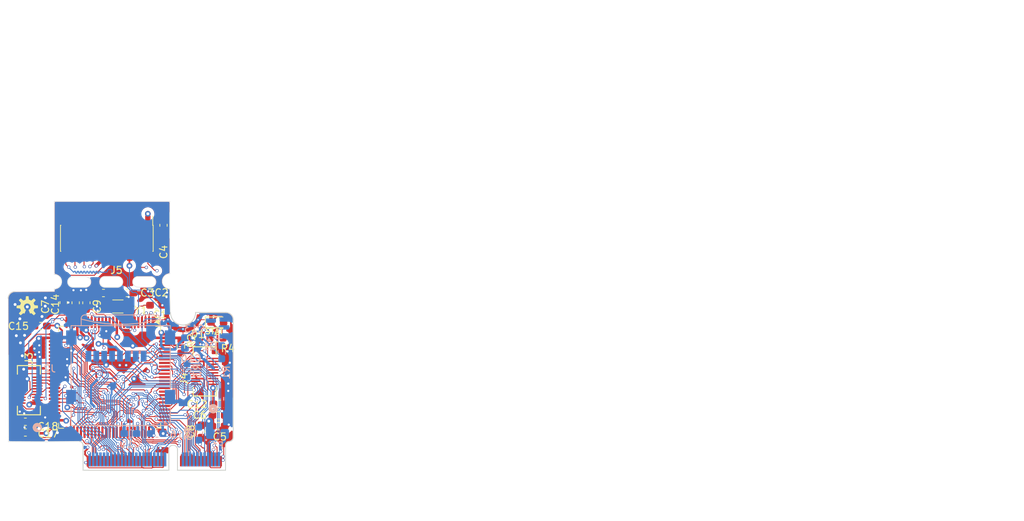
<source format=kicad_pcb>
(kicad_pcb (version 20241229) (generator "pcbnew") (generator_version "9.0")
  (layers (0 "F.Cu" signal "Top") (4 "In1.Cu" signal) (6 "In2.Cu" signal) (2 "B.Cu" signal "Bottom") (13 "F.Paste" user) (15 "B.Paste" user) (5 "F.SilkS" user "F.Silkscreen") (7 "B.SilkS" user "B.Silkscreen") (1 "F.Mask" user) (3 "B.Mask" user) (25 "Edge.Cuts" user))
  (net 0 "")
  (net 1 "/VBAT")
  (net 2 "GND")
  (net 3 "Net-(U1-PC14)")
  (net 4 "/~{RESET}")
  (net 5 "Net-(U1-PC15)")
  (net 6 "+3.3V")
  (net 7 "Net-(C10-Pad1)")
  (net 8 "Net-(F1-Pad2)")
  (net 9 "Net-(C18-Pad1)")
  (net 10 "/A0")
  (net 11 "/G7")
  (net 13 "/AUD_BCLK")
  (net 14 "/SPI_COPI1")
  (net 15 "/UART_CTS1")
  (net 16 "/G11-SWO")
  (net 17 "/G2")
  (net 18 "/G6")
  (net 19 "/SWDIO")
  (net 20 "/I2C_~{INT}")
  (net 21 "/AUD_IN-CAM_PCLK")
  (net 22 "/AUD_MCLK")
  (net 25 "/SPI_SCK1")
  (net 26 "/SWDCK")
  (net 27 "/CAN-RX")
  (net 28 "/D0")
  (net 29 "/~{BOOT}")
  (net 30 "/~{SPI_CS1}")
  (net 31 "/SPI_MISO")
  (net 32 "/G5")
  (net 33 "/USB_D-")
  (net 34 "/I2C_SDA1")
  (net 35 "/I2C_SCL")
  (net 36 "/CAN-TX")
  (net 37 "/I2C_SDA")
  (net 38 "/SPI_CIPO1")
  (net 39 "/UART_RTS1")
  (net 40 "/UART_RX2")
  (net 41 "/A1")
  (net 42 "/UART_RX1")
  (net 43 "/BATT_VIN")
  (net 44 "/G3")
  (net 45 "/SPI_MOSI")
  (net 46 "/D1-CAM_TRIG")
  (net 49 "/~{SPI_CS}")
  (net 50 "/UART_TX2")
  (net 52 "/G1")
  (net 53 "/AUD_OUT-CAM_MCLK")
  (net 54 "/USB_D+")
  (net 55 "/G0")
  (net 56 "/SPI_SCK")
  (net 57 "/AUD_LRCLK")
  (net 58 "/UART_TX1")
  (net 60 "/I2C_SCL1")
  (net 61 "/SD_CLK")
  (net 62 "/SD_DAT1")
  (net 63 "/SD_DAT0")
  (net 64 "/SD_DAT3")
  (net 65 "/SD_CMD")
  (net 66 "/SD_DAT2")
  (net 67 "/WL_REG_ON")
  (net 68 "/BT_UART_TX")
  (net 69 "/BT_PCM_SYNC")
  (net 70 "/BT_UART_RX")
  (net 71 "/BT_UART_RTS")
  (net 72 "/BT_DEV_WAKE")
  (net 73 "/BT_PCM_IN")
  (net 74 "/BT_HOST_WAKE")
  (net 75 "/BT_PCM_OUT")
  (net 76 "/BT_UART_CTS")
  (net 77 "/BT_PCM_CLK")
  (net 78 "/BT_REG_ON")
  (net 79 "/WIFI_SDIO_DAT2")
  (net 80 "/WIFI_SDIO_DAT3")
  (net 81 "/WIFI_SDIO_DAT1")
  (net 82 "/WIFI_SDIO_CLK")
  (net 83 "/WIFI_SDIO_DAT0")
  (net 84 "/WL_GPIO_0_HOST_WAKE")
  (net 85 "/WIFI_SDIO_CMD")
  (net 86 "/TRACE_CLK")
  (net 87 "/TRACE_D3")
  (net 91 "/TRACE_D2")
  (net 93 "/TRACE_D1")
  (net 94 "/TRACE_D0")
  (net 95 "/BOOT0")
  (net 99 "unconnected-(J1-PWM0-Pad32)")
  (net 100 "unconnected-(J1-PWM1-Pad47)")
  (net 101 "unconnected-(J1-G4{slash}BUS4-Pad48)")
  (net 102 "Net-(D1-A)")
  (net 103 "Net-(U1-PE0)")
  (net 104 "/USB_VIN")
  (net 106 "unconnected-(U1-PD10-Pad57)")
  (net 107 "Net-(J1-USB_VIN)")
  (footprint "SparkFun_MicroMod_ESP32:ORDERING_INSTRUCTIONS" (layer "F.Cu") (at 167.9811 62.1)
    (property "Reference" "LOGO1" (hide yes))
    (property "Value" "SPECIAL_INSTRUCTIONS-ORDERING")
  )
  (footprint "SparkFun_MicroMod_ESP32:OSHW-LOGO-S" (layer "F.Cu") (at 130.8 91.5784)
    (property "Reference" "LOGO3" (hide yes))
    (property "Value" "OSHW-LOGOS" (hide yes))
  )
  (footprint "SparkFun_MicroMod_ESP32:CREATIVE_COMMONS" (layer "F.Cu") (at 184.4 63.75)
    (property "Reference" "FRAME1" (hide yes))
    (property "Value" "FRAME-LEDGER" (hide yes))
  )
  (footprint "Resistor_SMD:R_0603_1608Metric_Pad0.98x0.95mm_HandSolder" (layer "F.Cu") (at 152.2 97.1125 90)
    (property "Reference" "R2")
    (property "Value" "100k")
  )
  (footprint "Capacitor_SMD:C_0603_1608Metric_Pad1.08x0.95mm_HandSolder" (layer "F.Cu") (at 149.78 80.2025 -90)
    (property "Reference" "C4")
    (property "Value" "100n")
  )
  (footprint "Capacitor_SMD:C_0603_1608Metric_Pad1.08x0.95mm_HandSolder" (layer "F.Cu") (at 130.5375 107.6 180)
    (property "Reference" "C18")
    (property "Value" "2.2uF")
  )
  (footprint "LED_SMD:LED_0603_1608Metric_Pad1.05x0.95mm_HandSolder" (layer "F.Cu") (at 157.275 93.725)
    (property "Reference" "D1")
    (property "Value" "LED")
  )
  (footprint "Resistor_SMD:R_0603_1608Metric_Pad0.98x0.95mm_HandSolder" (layer "F.Cu") (at 157.1625 95.95 180)
    (property "Reference" "R4")
    (property "Value" "470")
  )
  (footprint "Capacitor_SMD:C_0603_1608Metric_Pad1.08x0.95mm_HandSolder" (layer "F.Cu") (at 155.0162 108.9649 90)
    (property "Reference" "C8")
    (property "Value" "1uF")
  )
  (footprint "Capacitor_SMD:C_0603_1608Metric_Pad1.08x0.95mm_HandSolder" (layer "F.Cu") (at 132.6625 94.25)
    (property "Reference" "C15")
    (property "Value" "100n")
  )
  (footprint "Capacitor_SMD:C_0603_1608Metric_Pad1.08x0.95mm_HandSolder" (layer "F.Cu") (at 157.6075 105.12 180)
    (property "Reference" "C12")
    (property "Value" "100n")
  )
  (footprint "Capacitor_SMD:C_0603_1608Metric_Pad1.08x0.95mm_HandSolder" (layer "F.Cu") (at 130.5375 109.1)
    (property "Reference" "C17")
    (property "Value" "100n")
  )
  (footprint "Resistor_SMD:R_1206_3216Metric_Pad1.30x1.75mm_HandSolder" (layer "F.Cu") (at 143.425 91.525)
    (property "Reference" "Y1")
    (property "Value" "ABS07AIG-32.768KHZ")
  )
  (footprint "Capacitor_SMD:C_0603_1608Metric_Pad1.08x0.95mm_HandSolder" (layer "F.Cu") (at 157.4375 108.22)
    (property "Reference" "C5")
    (property "Value" "4.7uF")
  )
  (footprint "Package_QFP:LQFP-100_14x14mm_P0.5mm" (layer "F.Cu") (at 142.275 101.4 -90)
    (property "Reference" "U1" (hide yes))
    (property "Value" "STM32H563VGTx")
  )
  (footprint "Capacitor_SMD:C_0603_1608Metric_Pad1.08x0.95mm_HandSolder" (layer "F.Cu") (at 144.7125 89.65)
    (property "Reference" "C2")
    (property "Value" "6.8pF")
  )
  (footprint "SparkFun_MicroMod_ESP32:M.2-CARD-E-22" (layer "F.Cu") (at 148.4976 114.375)
    (property "Reference" "J1" (hide yes))
    (property "Value" "MICROMOD-2222" (hide yes))
  )
  (footprint "Capacitor_SMD:C_0603_1608Metric_Pad1.08x0.95mm_HandSolder" (layer "F.Cu") (at 141.4125 89.65 180)
    (property "Reference" "C3")
    (property "Value" "6.8pF")
  )
  (footprint "Capacitor_SMD:C_0603_1608Metric_Pad1.08x0.95mm_HandSolder" (layer "F.Cu") (at 157.4557 106.7054)
    (property "Reference" "C6")
    (property "Value" "10uF")
  )
  (footprint "Library:CONN20_DF40HC-25-20DS_HIR" (layer "F.Cu") (at 155.524999 100.579999 90)
    (property "Reference" "J4")
    (property "Value" "WiFi_BT_CONN_1")
  )
  (footprint "Capacitor_SMD:C_0603_1608Metric_Pad1.08x0.95mm_HandSolder" (layer "F.Cu") (at 139.0396 91.0125 90)
    (property "Reference" "C9")
    (property "Value" "100n")
  )
  (footprint "Capacitor_SMD:C_0603_1608Metric_Pad1.08x0.95mm_HandSolder" (layer "F.Cu") (at 135.8646 90.9839 -90)
    (property "Reference" "C7")
    (property "Value" "100n")
  )
  (footprint "Capacitor_SMD:C_0603_1608Metric_Pad1.08x0.95mm_HandSolder" (layer "F.Cu") (at 137.541 91.0093 -90)
    (property "Reference" "C14")
    (property "Value" "100n")
  )
  (footprint "Library:CONN20_DF40HC-25-20DS_HIR" (layer "F.Cu") (at 131.025001 103.200001 90)
    (property "Reference" "J3")
    (property "Value" "WiFi_BT_CONN_2")
  )
  (footprint "Capacitor_SMD:C_0603_1608Metric_Pad1.08x0.95mm_HandSolder" (layer "F.Cu") (at 148.7625 91.35)
    (property "Reference" "C1")
    (property "Value" "1u")
  )
  (footprint "Connector_PinHeader_1.27mm:PinHeader_2x10_P1.27mm_Vertical_SMD" (layer "F.Cu") (at 141.885 82.02 -90)
    (property "Reference" "J5")
    (property "Value" "TRACE")
  )
  (footprint "Capacitor_SMD:C_0603_1608Metric_Pad1.08x0.95mm_HandSolder" (layer "B.Cu") (at 153.6435 95.885 180)
    (property "Reference" "C13")
    (property "Value" "100n")
  )
  (footprint "Resistor_SMD:R_0805_2012Metric_Pad1.20x1.40mm_HandSolder" (layer "B.Cu") (at 157.3 109.3)
    (property "Reference" "F1")
    (property "Value" "0.2A")
  )
  (footprint "Resistor_SMD:R_0603_1608Metric_Pad0.98x0.95mm_HandSolder" (layer "B.Cu") (at 157.9 97.9125 90)
    (property "Reference" "R1")
    (property "Value" "100k")
  )
  (footprint "Capacitor_SMD:C_0603_1608Metric_Pad1.08x0.95mm_HandSolder" (layer "B.Cu") (at 153.6203 97.3582)
    (property "Reference" "C10")
    (property "Value" "2.2uF")
  )
  (footprint "Package_TO_SOT_SMD:SOT-23" (layer "B.Cu") (at 157.2875 94.45)
    (property "Reference" "Q1")
    (property "Value" "FDN340P" (hide yes))
  )
  (footprint "Capacitor_SMD:C_0603_1608Metric_Pad1.08x0.95mm_HandSolder" (layer "B.Cu") (at 145.1599 109.2454)
    (property "Reference" "C11")
    (property "Value" "100n")
  )
  (footprint "Resistor_SMD:R_0603_1608Metric_Pad0.98x0.95mm_HandSolder" (layer "B.Cu") (at 153.05 100.4375 90)
    (property "Reference" "R3")
    (property "Value" "DNP")
  )
  (footprint "Connector_Card:microSD_HC_Wuerth_693072010801" (layer "B.Cu") (at 143.815 100.01 180)
    (property "Reference" "J2")
    (property "Value" "Micro_SD_Card")
  )
  (footprint "Resistor_SMD:R_0603_1608Metric_Pad0.98x0.95mm_HandSolder" (layer "B.Cu") (at 154.7 109.2625 -90)
    (property "Reference" "R5")
    (property "Value" "1k")
  )
  (footprint "Capacitor_SMD:C_0603_1608Metric_Pad1.08x0.95mm_HandSolder" (layer "B.Cu") (at 148.8705 109.25 180)
    (property "Reference" "C16")
    (property "Value" "100n")
  )
  (gr_line (start 158.4261 114.365617) (end 151.7261 114.365617) (stroke (width 0.127)) (layer "Edge.Cuts"))
  (gr_line (start 150.5261 111.465617) (end 150.5261 114.365617) (stroke (width 0.127)) (layer "Edge.Cuts"))
  (gr_line (start 138.5761 114.365617) (end 138.5761 110.865617) (stroke (width 0.127)) (layer "Edge.Cuts"))
  (gr_arc (start 138.1011 110.365617) (mid 138.434341 110.524663) (end 138.5761 110.865618) (stroke (width 0.127)) (layer "Edge.Cuts"))
  (gr_arc (start 128.1258 90.4) (mid 128.411342 89.735462) (end 129.076237 89.450753) (stroke (width 0.127)) (layer "Edge.Cuts"))
  (gr_arc (start 159.501099 109.765618) (mid 159.320461 110.184979) (end 158.9011 110.365617) (stroke (width 0.127)) (layer "Edge.Cuts"))
  (gr_line (start 159.5011 93.365617) (end 159.5011 109.765617) (stroke (width 0.127)) (layer "Edge.Cuts"))
  (gr_arc (start 154.2511 92.365617) (mid 152.5011 94.115617) (end 150.7511 92.365617) (stroke (width 0.127)) (layer "Edge.Cuts"))
  (gr_arc (start 158.4261 110.865617) (mid 158.566444 110.523319) (end 158.9011 110.365617) (stroke (width 0.127)) (layer "Edge.Cuts"))
  (gr_arc (start 150.5261 111.465617) (mid 151.1261 110.865617) (end 151.7261 111.465617) (stroke (width 0.127)) (layer "Edge.Cuts"))
  (gr_line (start 158.4261 110.865617) (end 158.4261 114.365617) (stroke (width 0.127)) (layer "Edge.Cuts"))
  (gr_line (start 151.7261 111.465617) (end 151.7261 114.365617) (stroke (width 0.127)) (layer "Edge.Cuts"))
  (gr_line (start 158.5011 92.365617) (end 154.2511 92.365617) (stroke (width 0.127)) (layer "Edge.Cuts"))
  (gr_arc (start 158.5011 92.365617) (mid 159.201094 92.665618) (end 159.5011 93.365617) (stroke (width 0.127)) (layer "Edge.Cuts"))
  (gr_line (start 138.5761 114.365617) (end 150.5261 114.365617) (stroke (width 0.127)) (layer "Edge.Cuts"))
  (gr_line (start 134.5692 89.4104) (end 134.5692 89.0604) (stroke (width 0.05)) (layer "Edge.Cuts"))
  (gr_line (start 134.5692 76.8604) (end 150.6703 76.8604) (stroke (width 0.05)) (layer "Edge.Cuts"))
  (gr_line (start 137.1808 87.3565) (end 138.908 87.3565) (stroke (width 0.05)) (layer "Edge.Cuts"))
  (gr_line (start 129.076237 89.450753) (end 133.919199 89.426018) (stroke (width 0.05)) (layer "Edge.Cuts"))
  (gr_arc (start 134.5692 87.0604) (mid 135.5692 88.0604) (end 134.5692 89.0604) (stroke (width 0.05)) (layer "Edge.Cuts"))
  (gr_line (start 128.1258 90.400029) (end 128.1766 109.741617) (stroke (width 0.05)) (layer "Edge.Cuts"))
  (gr_arc (start 138.908 87.3565) (mid 139.6455 88.094) (end 138.908 88.8315) (stroke (width 0.05)) (layer "Edge.Cuts"))
  (gr_line (start 146.2477 88.8315) (end 147.9749 88.8315) (stroke (width 0.05)) (layer "Edge.Cuts"))
  (gr_line (start 128.1766 109.741617) (end 128.1766 110.376) (stroke (width 0.05)) (layer "Edge.Cuts"))
  (gr_line (start 128.1766 110.382993) (end 133 110.4) (stroke (width 0.05)) (layer "Edge.Cuts"))
  (gr_line (start 133 110.4) (end 138.1011 110.365618) (stroke (width 0.05)) (layer "Edge.Cuts"))
  (gr_line (start 134.5692 87.0604) (end 134.5692 76.8604) (stroke (width 0.05)) (layer "Edge.Cuts"))
  (gr_arc (start 137.1808 88.8315) (mid 136.4433 88.094) (end 137.1808 87.3565) (stroke (width 0.05)) (layer "Edge.Cuts"))
  (gr_arc (start 143.353 87.3556) (mid 144.0905 88.0931) (end 143.353 88.8306) (stroke (width 0.05)) (layer "Edge.Cuts"))
  (gr_line (start 150.6692 86.9604) (end 150.6703 76.8604) (stroke (width 0.05)) (layer "Edge.Cuts"))
  (gr_line (start 141.6258 88.8306) (end 143.353 88.8306) (stroke (width 0.05)) (layer "Edge.Cuts"))
  (gr_line (start 150.6703 89.426017) (end 150.7511 92.365617) (stroke (width 0.05)) (layer "Edge.Cuts"))
  (gr_line (start 150.6692 89.0604) (end 150.6703 89.426017) (stroke (width 0.05)) (layer "Edge.Cuts"))
  (gr_arc (start 150.6692 89.0604) (mid 149.6192 88.0104) (end 150.6692 86.9604) (stroke (width 0.05)) (layer "Edge.Cuts"))
  (gr_line (start 146.2477 87.3565) (end 147.9749 87.3565) (stroke (width 0.05)) (layer "Edge.Cuts"))
  (gr_arc (start 141.6258 88.8306) (mid 140.8883 88.0931) (end 141.6258 87.3556) (stroke (width 0.05)) (layer "Edge.Cuts"))
  (gr_line (start 133.919199 89.426018) (end 134.5692 89.4104) (stroke (width 0.05)) (layer "Edge.Cuts"))
  (gr_line (start 137.1808 88.8315) (end 138.908 88.8315) (stroke (width 0.05)) (layer "Edge.Cuts"))
  (gr_arc (start 146.2477 88.8315) (mid 145.5102 88.094) (end 146.2477 87.3565) (stroke (width 0.05)) (layer "Edge.Cuts"))
  (gr_arc (start 147.9749 87.3565) (mid 148.7124 88.094) (end 147.9749 88.8315) (stroke (width 0.05)) (layer "Edge.Cuts"))
  (gr_line (start 141.6258 87.3556) (end 143.353 87.3556) (stroke (width 0.05)) (layer "Edge.Cuts"))
  (gr_text "STAT" (at 155.525 95.45 0) (layer "F.SilkS") (effects (font (size 0.75 0.75)) (justify left bottom)))
  (segment (start 146.917251 91.469051) (end 146.429297 91.469051) (width 0.127) (layer "F.Cu") (net 1))
  (segment (start 147.9 91.35) (end 147.036302 91.35) (width 0.127) (layer "F.Cu") (net 1))
  (segment (start 147.036302 91.35) (end 146.917251 91.469051) (width 0.127) (layer "F.Cu") (net 1))
  (segment (start 145.65 92.453976) (end 145.65 93.6) (width 0.127) (layer "F.Cu") (net 1))
  (segment (start 145.796 94.996) (end 145.775 94.975) (width 0.127) (layer "F.Cu") (net 1))
  (segment (start 145.775 94.975) (end 145.775 93.725) (width 0.127) (layer "F.Cu") (net 1))
  (segment (start 145.7795 92.118848) (end 145.7795 92.324476) (width 0.127) (layer "F.Cu") (net 1))
  (segment (start 145.7795 92.324476) (end 145.65 92.453976) (width 0.127) (layer "F.Cu") (net 1))
  (segment (start 146.429297 91.469051) (end 145.7795 92.118848) (width 0.127) (layer "F.Cu") (net 1))
  (segment (start 145.65 93.6) (end 145.775 93.725) (width 0.127) (layer "F.Cu") (net 1))
  (via (at 139.1158 110.2614) (size 0.45) (drill 0.3) (layers "F.Cu" "B.Cu") (net 1))
  (via (at 145.753815 94.842889) (size 0.45) (drill 0.3) (layers "F.Cu" "B.Cu") (net 1))
  (segment (start 139.9976 111.1432) (end 139.9976 112.85) (width 0.127) (layer "B.Cu") (net 1))
  (segment (start 139.1158 110.2614) (end 139.9976 111.1432) (width 0.127) (layer "B.Cu") (net 1))
  (segment (start 139.8641 112.7165) (end 139.9976 112.85) (width 0.127) (layer "B.Cu") (net 1))
  (segment (start 156.699998 99.179999) (end 157.614001 99.179999) (width 0.127) (layer "F.Cu") (net 2))
  (segment (start 129.675 109.1) (end 129.675 107.6) (width 0.25) (layer "F.Cu") (net 2))
  (segment (start 156.007713 111.642287) (end 156.175425 111.81) (width 0.5) (layer "F.Cu") (net 2))
  (segment (start 149.7476 111.6064) (end 149.7476 113.1) (width 0.127) (layer "F.Cu") (net 2))
  (segment (start 132.4915 95.9) (end 132.401 95.9905) (width 0.35) (layer "F.Cu") (net 2))
  (segment (start 148.9375 108.61086) (end 148.70082 108.37418) (width 0.127) (layer "F.Cu") (net 2))
  (segment (start 139.17 111.3) (end 139.17 111.414) (width 0.25) (layer "F.Cu") (net 2))
  (segment (start 155.4 98.575) (end 155.4 99.091199) (width 0.25) (layer "F.Cu") (net 2))
  (segment (start 150.2 89.6) (end 150.05 89.75) (width 0.127) (layer "F.Cu") (net 2))
  (segment (start 149.715 113.975) (end 149.5771 113.975) (width 0.127) (layer "F.Cu") (net 2))
  (segment (start 149.95 95.9) (end 151.25 95.9) (width 0.35) (layer "F.Cu") (net 2))
  (segment (start 155.3112 99.179999) (end 154.35 99.179999) (width 0.25) (layer "F.Cu") (net 2))
  (segment (start 139.524 100.247166) (end 139.524 99.852834) (width 0.25) (layer "F.Cu") (net 2))
  (segment (start 140.6398 98.044) (end 142.113 98.044) (width 0.25) (layer "F.Cu") (net 2))
  (segment (start 155.714016 110.525216) (end 155.0162 109.8274) (width 0.35) (layer "F.Cu") (net 2))
  (segment (start 130.42 106.49) (end 130.37 106.44) (width 0.25) (layer "F.Cu") (net 2))
  (segment (start 149.6864 111.6064) (end 149.7476 111.6064) (width 0.127) (layer "F.Cu") (net 2))
  (segment (start 147.775 108.44836) (end 147.775 109.075) (width 0.127) (layer "F.Cu") (net 2))
  (segment (start 156.0916 110.826384) (end 156.0916 110.891343) (width 0.5) (layer "F.Cu") (net 2))
  (segment (start 138.854 112.157877) (end 139.162123 112.466) (width 0.25) (layer "F.Cu") (net 2))
  (segment (start 139.3896 114.025) (end 147.055 114.025) (width 0.127) (layer "F.Cu") (net 2))
  (segment (start 147.775 109.075) (end 147.775 108.398166) (width 0.25) (layer "F.Cu") (net 2))
  (segment (start 151.26923 95.91923) (end 153.845499 95.91923) (width 0.35) (layer "F.Cu") (net 2))
  (segment (start 157.614001 99.179999) (end 157.734 99.06) (width 0.127) (layer "F.Cu") (net 2))
  (segment (start 158.525 92.7) (end 159.175 93.35) (width 0.25) (layer "F.Cu") (net 2))
  (segment (start 153.786 103.77) (end 154.278798 103.77) (width 0.25) (layer "F.Cu") (net 2))
  (segment (start 140.921288 105.961007) (end 140.740276 105.78) (width 0.127) (layer "F.Cu") (net 2))
  (segment (start 140.399 101.299) (end 140.7 101.6) (width 0.25) (layer "F.Cu") (net 2))
  (segment (start 141.101891 105.961) (end 141.101884 105.961007) (width 0.127) (layer "F.Cu") (net 2))
  (segment (start 145.575 89.65) (end 147.925 89.65) (width 0.5) (layer "F.Cu") (net 2))
  (segment (start 149.77524 109.4486) (end 148.70082 108.37418) (width 0.25) (layer "F.Cu") (net 2))
  (segment (start 130.395 108.38) (end 129.675 109.1) (width 0.25) (layer "F.Cu") (net 2))
  (segment (start 133.5286 90.1214) (end 133.325 90.325) (width 0.5) (layer "F.Cu") (net 2))
  (segment (start 145.575 89.65) (end 145.475 89.65) (width 0.127) (layer "F.Cu") (net 2))
  (segment (start 155.4 99.774798) (end 155.194798 99.98) (width 0.25) (layer "F.Cu") (net 2))
  (segment (start 148.438319 108.111679) (end 148.111681 108.111679) (width 0.127) (layer "F.Cu") (net 2))
  (segment (start 132.423378 108.5445) (end 132.258878 108.38) (width 0.25) (layer "F.Cu") (net 2))
  (segment (start 140.740276 105.78) (end 139.6895 105.78) (width 0.127) (layer "F.Cu") (net 2))
  (segment (start 156.049 111.523943) (end 156.087528 111.562472) (width 0.5) (layer "F.Cu") (net 2))
  (segment (start 139.0396 90.223) (end 139.0396 89.2896) (width 0.127) (layer "F.Cu") (net 2))
  (segment (start 145.067 94.828) (end 144.5 94.828) (width 0.35) (layer "F.Cu") (net 2))
  (segment (start 158.1658 108.9842) (end 158.1658 112.6818) (width 0.127) (layer "F.Cu") (net 2))
  (segment (start 157.7476 113.952) (end 157.7476 113.1) (width 0.127) (layer "F.Cu") (net 2))
  (segment (start 154.278798 103.77) (end 155.45 102.598798) (width 0.25) (layer "F.Cu") (net 2))
  (segment (start 157.988 101.092) (end 157.95 101.13) (width 0.35) (layer "F.Cu") (net 2))
  (segment (start 138.854 111.722123) (end 138.854 112.157877) (width 0.25) (layer "F.Cu") (net 2))
  (segment (start 144.041348 94.828) (end 144.5 94.828) (width 0.35) (layer "F.Cu") (net 2))
  (segment (start 157.3 94.625) (end 157.3 97.5) (width 0.25) (layer "F.Cu") (net 2))
  (segment (start 141.351 100.727579) (end 141.072166 100.448745) (width 0.25) (layer "F.Cu") (net 2))
  (segment (start 156.049 111.026057) (end 156.049 111.523943) (width 0.5) (layer "F.Cu") (net 2))
  (segment (start 145.275 93.725) (end 145.275 94.720966) (width 0.127) (layer "F.Cu") (net 2))
  (segment (start 131.181904 103.231904) (end 131.413807 103.000001) (width 0.127) (layer "F.Cu") (net 2))
  (segment (start 131.181904 103.231904) (end 131.181904 102.020859) (width 0.127) (layer "F.Cu") (net 2))
  (segment (start 155.194798 99.98) (end 154.35 99.98) (width 0.25) (layer "F.Cu") (net 2))
  (segment (start 138.934029 105.9075) (end 138.638009 105.9075) (width 0.127) (layer "F.Cu") (net 2))
  (segment (start 156.2476 113.883) (end 156.3811 114.0165) (width 0.127) (layer "F.Cu") (net 2))
  (segment (start 156.4 93.725) (end 157.425 92.7) (width 0.25) (layer "F.Cu") (net 2))
  (segment (start 149.5771 113.9795) (end 148.4181 113.9795) (width 0.127) (layer "F.Cu") (net 2))
  (segment (start 156.3811 114.0165) (end 157.6831 114.0165) (width 0.127) (layer "F.Cu") (net 2))
  (segment (start 155.4 99.091199) (end 155.3112 99.179999) (width 0.25) (layer "F.Cu") (net 2))
  (segment (start 149.4971 111.4171) (end 149.6864 111.6064) (width 0.127) (layer "F.Cu") (net 2))
  (segment (start 150.2918 109.4486) (end 151.6814 109.4486) (width 0.25) (layer "F.Cu") (net 2))
  (segment (start 157.900002 101.179998) (end 157.988 101.092) (width 0.127) (layer "F.Cu") (net 2))
  (segment (start 131.413807 103.000001) (end 132.2 103.000001) (width 0.127) (layer "F.Cu") (net 2))
  (segment (start 148.70082 108.37418) (end 148.438319 108.111679) (width 0.127) (layer "F.Cu") (net 2))
  (segment (start 148.9375 108.6375) (end 148.9375 108.61086) (width 0.127) (layer "F.Cu") (net 2))
  (segment (start 129.675 107.6) (end 129.675 106.25) (width 0.127) (layer "F.Cu") (net 2))
  (segment (start 149.5771 113.975) (end 149.5771 113.9795) (width 0.127) (layer "F.Cu") (net 2))
  (segment (start 139.275 94.557678) (end 139.000078 94.8326) (width 0.127) (layer "F.Cu") (net 2))
  (segment (start 137.5442 90.15) (end 137.541 90.1468) (width 0.5) (layer "F.Cu") (net 2))
  (segment (start 156.087528 111.562472) (end 156.007713 111.642287) (width 0.5) (layer "F.Cu") (net 2))
  (segment (start 143.775 94.561652) (end 144.041348 94.828) (width 0.35) (layer "F.Cu") (net 2))
  (segment (start 131.181904 102.020859) (end 130.780018 101.618973) (width 0.127) (layer "F.Cu") (net 2))
  (segment (start 158.001 99.06) (end 157.734 99.06) (width 0.35) (layer "F.Cu") (net 2))
  (segment (start 158.425 99.484) (end 158.001 99.06) (width 0.35) (layer "F.Cu") (net 2))
  (segment (start 145.275 94.62) (end 145.067 94.828) (width 0.35) (layer "F.Cu") (net 2))
  (segment (start 146.96 114.046) (end 148.0771 114.046) (width 0.127) (layer "F.Cu") (net 2))
  (segment (start 145.275 94.720966) (end 144.828274 95.167692) (width 0.127) (layer "F.Cu") (net 2))
  (segment (start 157.95 101.13) (end 157.95 106.1) (width 0.35) (layer "F.Cu") (net 2))
  (segment (start 146.7751 113.9795) (end 146.8935 113.9795) (width 0.127) (layer "F.Cu") (net 2))
  (segment (start 159.175 94.575) (end 159.2 94.6) (width 0.25) (layer "F.Cu") (net 2))
  (segment (start 148.3396 113.975) (end 148.2476 113.883) (width 0.127) (layer "F.Cu") (net 2))
  (segment (start 155.45 102.598798) (end 155.45 101.7188) (width 0.25) (layer "F.Cu") (net 2))
  (segment (start 158.875 108) (end 158.3444 108) (width 0.5) (layer "F.Cu") (net 2))
  (segment (start 158.875 108) (end 158.875 108.275) (width 0.127) (layer "F.Cu") (net 2))
  (segment (start 139.954 95.9358) (end 139.4206 95.4024) (width 0.25) (layer "F.Cu") (net 2))
  (segment (start 134.6 95.9) (end 132.4915 95.9) (width 0.35) (layer "F.Cu") (net 2))
  (segment (start 153.5938 103.9622) (end 153.786 103.77) (width 0.25) (layer "F.Cu") (net 2))
  (segment (start 139.17 111.414) (end 139.162123 111.414) (width 0.25) (layer "F.Cu") (net 2))
  (segment (start 145.63 89.75) (end 145.542 89.662) (width 0.127) (layer "F.Cu") (net 2))
  (segment (start 139.2476 112.466) (end 139.2476 113.1) (width 0.25) (layer "F.Cu") (net 2))
  (segment (start 159.175 93.35) (end 159.175 93.725) (width 0.25) (layer "F.Cu") (net 2))
  (segment (start 147.925 89.65) (end 149.625 91.35) (width 0.5) (layer "F.Cu") (net 2))
  (segment (start 155.4 99.091199) (end 155.4 99.774798) (width 0.25) (layer "F.Cu") (net 2))
  (segment (start 138.638009 105.9075) (end 138.610789 105.880279) (width 0.127) (layer "F.Cu") (net 2))
  (segment (start 132.2 102.600002) (end 132.2 103.000001) (width 0.127) (layer "F.Cu") (net 2))
  (segment (start 148.4181 113.975) (end 148.3396 113.975) (width 0.127) (layer "F.Cu") (net 2))
  (segment (start 141.072166 100.448745) (end 140.451255 100.448745) (width 0.25) (layer "F.Cu") (net 2))
  (segment (start 156.699998 101.179998) (end 157.900002 101.179998) (width 0.127) (layer "F.Cu") (net 2))
  (segment (start 152.03 109.1) (end 151.9598 109.0298) (width 0.127) (layer "F.Cu") (net 2))
  (segment (start 133.2992 106.9848) (end 131.884 108.4) (width 0.127) (layer "F.Cu") (net 2))
  (segment (start 156.2476 111.882174) (end 156.007713 111.642287) (width 0.35) (layer "F.Cu") (net 2))
  (segment (start 141.8082 94.9706) (end 142.113 95.2754) (width 0.25) (layer "F.Cu") (net 2))
  (segment (start 156.699998 99.98) (end 156.699998 99.579998) (width 0.127) (layer "F.Cu") (net 2))
  (segment (start 150.2918 109.4486) (end 149.77524 109.4486) (width 0.25) (layer "F.Cu") (net 2))
  (segment (start 155.3112 101.58) (end 154.35 101.58) (width 0.25) (layer "F.Cu") (net 2))
  (segment (start 154.35 101.179998) (end 154.35 101.58) (width 0.25) (layer "F.Cu") (net 2))
  (segment (start 140.425 100.475) (end 140.374 100.526) (width 0.25) (layer "F.Cu") (net 2))
  (segment (start 139.162123 111.414) (end 138.854 111.722123) (width 0.25) (layer "F.Cu") (net 2))
  (segment (start 155.45 101.7188) (end 155.3112 101.58) (width 0.25) (layer "F.Cu") (net 2))
  (segment (start 158.1658 112.6818) (end 157.7476 113.1) (width 0.127) (layer "F.Cu") (net 2))
  (segment (start 156.699998 98.78) (end 156.699998 99.579998) (width 0.127) (layer "F.Cu") (net 2))
  (segment (start 139.4206 95.4024) (end 139.4206 95.3008) (width 0.25) (layer "F.Cu") (net 2))
  (segment (start 139.802834 100.526) (end 139.524 100.247166) (width 0.25) (layer "F.Cu") (net 2))
  (segment (start 158.425 100.1646) (end 158.425 99.484) (width 0.35) (layer "F.Cu") (net 2))
  (segment (start 130.613808 103.8) (end 131.181904 103.231904) (width 0.127) (layer "F.Cu") (net 2))
  (segment (start 155.819184 110.525216) (end 156.05 110.756032) (width 0.5) (layer "F.Cu") (net 2))
  (segment (start 148.2476 113.9924) (end 148.2476 113.1) (width 0.127) (layer "F.Cu") (net 2))
  (segment (start 146.7476 113.1) (end 146.7476 113.952) (width 0.127) (layer "F.Cu") (net 2))
  (segment (start 151.6814 109.4486) (end 152.03 109.1) (width 0.25) (layer "F.Cu") (net 2))
  (segment (start 137.141702 105.6) (end 136.375 105.6) (width 0.127) (layer "F.Cu") (net 2))
  (segment (start 140.515 91.485) (end 140.5 91.5) (width 0.127) (layer "F.Cu") (net 2))
  (segment (start 140.55 89.65) (end 139.97 89.65) (width 0.5) (layer "F.Cu") (net 2))
  (segment (start 146.725 100.55) (end 145.671116 101.603884) (width 0.127) (layer "F.Cu") (net 2))
  (segment (start 156.05 110.784784) (end 156.0916 110.826384) (width 0.5) (layer "F.Cu") (net 2))
  (segment (start 137.541 90.1468) (end 137.541 89.541) (width 0.127) (layer "F.Cu") (net 2))
  (segment (start 137.421981 105.880279) (end 137.141702 105.6) (width 0.127) (layer "F.Cu") (net 2))
  (segment (start 140.374 100.526) (end 139.802834 100.526) (width 0.25) (layer "F.Cu") (net 2))
  (segment (start 129.675 106.25) (end 129.725 106.2) (width 0.127) (layer "F.Cu") (net 2))
  (segment (start 148.194 114.046) (end 148.2476 113.9924) (width 0.127) (layer "F.Cu") (net 2))
  (segment (start 147.59 100.55) (end 146.725 100.55) (width 0.127) (layer "F.Cu") (net 2))
  (segment (start 156.699998 101.179998) (end 156.699998 101.58) (width 0.127) (layer "F.Cu") (net 2))
  (segment (start 145.572 95.9) (end 149.95 95.9) (width 0.35) (layer "F.Cu") (net 2))
  (segment (start 132.258878 108.38) (end 130.42 108.38) (width 0.25) (layer "F.Cu") (net 2))
  (segment (start 139.22 111.25) (end 139.17 111.3) (width 0.25) (layer "F.Cu") (net 2))
  (segment (start 147.775 108.398166) (end 147.909 108.264166) (width 0.25) (layer "F.Cu") (net 2))
  (segment (start 129.850002 103.8) (end 130.613808 103.8) (width 0.127) (layer "F.Cu") (net 2))
  (segment (start 145.275 94.62) (end 145.1975 94.6975) (width 0.127) (layer "F.Cu") (net 2))
  (segment (start 151.9 95.9) (end 152.2 96.2) (width 0.35) (layer "F.Cu") (net 2))
  (segment (start 158.4198 100.6602) (end 158.4198 100.1698) (width 0.35) (layer "F.Cu") (net 2))
  (segment (start 140.399 100.501) (end 140.399 101.299) (width 0.25) (layer "F.Cu") (net 2))
  (segment (start 139.0396 90.15) (end 137.5442 90.15) (width 0.5) (layer "F.Cu") (net 2))
  (segment (start 144.5 94.828) (end 145.572 95.9) (width 0.35) (layer "F.Cu") (net 2))
  (segment (start 138.610789 105.880279) (end 137.421981 105.880279) (width 0.127) (layer "F.Cu") (net 2))
  (segment (start 156.137657 110.9374) (end 156.049 111.026057) (width 0.5) (layer "F.Cu") (net 2))
  (segment (start 131.884 108.4) (end 130.375 108.4) (width 0.127) (layer "F.Cu") (net 2))
  (segment (start 140.515 89.662) (end 140.515 91.485) (width 0.127) (layer "F.Cu") (net 2))
  (segment (start 129.675 109.1) (end 130.375 108.4) (width 0.127) (layer "F.Cu") (net 2))
  (segment (start 137.541 89.541) (end 137.25 89.25) (width 0.127) (layer "F.Cu") (net 2))
  (segment (start 139.97 89.65) (end 139.47 90.15) (width 0.5) (layer "F.Cu") (net 2))
  (segment (start 145.475 89.65) (end 144.925 90.2) (width 0.127) (layer "F.Cu") (net 2))
  (segment (start 156.699998 100.779999) (end 156.699998 101.179998) (width 0.127) (layer "F.Cu") (net 2))
  (segment (start 139.4206 95.3008) (end 139.000078 94.880278) (width 0.25) (layer "F.Cu") (net 2))
  (segment (start 156.4 93.725) (end 157.3 94.625) (width 0.25) (layer "F.Cu") (net 2))
  (segment (start 130.42 108.38) (end 130.42 106.49) (width 0.25) (layer "F.Cu") (net 2))
  (segment (start 129.675 107.6) (end 129.675 107.15) (width 0.127) (layer "F.Cu") (net 2))
  (segment (start 158.4198 100.1698) (end 158.425 100.1646) (width 0.35) (layer "F.Cu") (net 2))
  (segment (start 139.446692 106.076779) (end 139.103308 106.076779) (width 0.127) (layer "F.Cu") (net 2))
  (segment (start 157.988 101.092) (end 158.4198 100.6602) (width 0.35) (layer "F.Cu") (net 2))
  (segment (start 148.2476 113.883) (end 148.2476 113.1) (width 0.127) (layer "F.Cu") (net 2))
  (segment (start 139.103308 106.076779) (end 138.934029 105.9075) (width 0.127) (layer "F.Cu") (net 2))
  (segment (start 139.22 111.16) (end 139.22 111.25) (width 0.25) (layer "F.Cu") (net 2))
  (segment (start 139.000078 94.880278) (end 139.000078 94.8326) (width 0.25) (layer "F.Cu") (net 2))
  (segment (start 148.111681 108.111679) (end 147.775 108.44836) (width 0.127) (layer "F.Cu") (net 2))
  (segment (start 151.9598 109.0298) (end 151.9298 109.0298) (width 0.127) (layer "F.Cu") (net 2))
  (segment (start 142.113 95.2754) (end 142.113 98.044) (width 0.25) (layer "F.Cu") (net 2))
  (segment (start 140.425 100.475) (end 140.399 100.501) (width 0.25) (layer "F.Cu") (net 2))
  (segment (start 156.2476 113.1) (end 156.2476 111.882174) (width 0.35) (layer "F.Cu") (net 2))
  (segment (start 135.8646 90.1214) (end 133.5286 90.1214) (width 0.5) (layer "F.Cu") (net 2))
  (segment (start 159.175 93.725) (end 159.175 94.575) (width 0.25) (layer "F.Cu") (net 2))
  (segment (start 148.0771 114.046) (end 148.194 114.046) (width 0.127) (layer "F.Cu") (net 2))
  (segment (start 139.275 93.725) (end 139.275 94.557678) (width 0.127) (layer "F.Cu") (net 2))
  (segment (start 150.05 89.75) (end 145.63 89.75) (width 0.127) (layer "F.Cu") (net 2))
  (segment (start 158.3444 108) (end 155.819184 110.525216) (width 0.5) (layer "F.Cu") (net 2))
  (segment (start 155.819184 110.525216) (end 155.714016 110.525216) (width 0.35) (layer "F.Cu") (net 2))
  (segment (start 139.524 99.852834) (end 139.802834 99.574) (width 0.25) (layer "F.Cu") (net 2))
  (segment (start 151.25 95.9) (end 151.26923 95.91923) (width 0.35) (layer "F.Cu") (net 2))
  (segment (start 139.0396 89.2896) (end 139 89.25) (width 0.127) (layer "F.Cu") (net 2))
  (segment (start 143.425 101.9) (end 142.252579 100.727579) (width 0.25) (layer "F.Cu") (net 2))
  (segment (start 133.292869 106.998564) (end 133.292869 107.675009) (width 0.25) (layer "F.Cu") (net 2))
  (segment (start 149.7476 113.9424) (end 149.715 113.975) (width 0.127) (layer "F.Cu") (net 2))
  (segment (start 151.25 95.9) (end 151.9 95.9) (width 0.35) (layer "F.Cu") (net 2))
  (segment (start 139.6895 105.833971) (end 139.446692 106.076779) (width 0.127) (layer "F.Cu") (net 2))
  (segment (start 139.954 97.3582) (end 139.954 95.9358) (width 0.25) (layer "F.Cu") (net 2))
  (segment (start 139.2476 113.1) (end 139.2476 113.883) (width 0.127) (layer "F.Cu") (net 2))
  (segment (start 139.162123 112.466) (end 139.2476 112.466) (width 0.25) (layer "F.Cu") (net 2))
  (segment (start 143.775 93.725) (end 143.775 94.561652) (width 0.35) (layer "F.Cu") (net 2))
  (segment (start 134.6 106.9) (end 133.384 106.9) (width 0.127) (layer "F.Cu") (net 2))
  (segment (start 141.101884 105.961007) (end 140.921288 105.961007) (width 0.127) (layer "F.Cu") (net 2))
  (segment (start 142.252579 100.727579) (end 141.351 100.727579) (width 0.25) (layer "F.Cu") (net 2))
  (segment (start 157.3 97.5) (end 157.325 97.525) (width 0.25) (layer "F.Cu") (net 2))
  (segment (start 139.2476 113.883) (end 139.3896 114.025) (width 0.127) (layer "F.Cu") (net 2))
  (segment (start 129.850002 104.200002) (end 129.850002 103.8) (width 0.127) (layer "F.Cu") (net 2))
  (segment (start 139.47 90.15) (end 139.0396 90.15) (width 0.5) (layer "F.Cu") (net 2))
  (segment (start 145.275 93.725) (end 145.275 94.62) (width 0.35) (layer "F.Cu") (net 2))
  (segment (start 156.05 110.756032) (end 156.05 110.784784) (width 0.5) (layer "F.Cu") (net 2))
  (segment (start 158.875 108.275) (end 158.1658 108.9842) (width 0.127) (layer "F.Cu") (net 2))
  (segment (start 140.451255 100.448745) (end 140.425 100.475) (width 0.25) (layer "F.Cu") (net 2))
  (segment (start 142.3416 106.5784) (end 141.7242 105.961) (width 0.127) (layer "F.Cu") (net 2))
  (segment (start 146.8935 113.9795) (end 146.96 114.046) (width 0.127) (layer "F.Cu") (net 2))
  (segment (start 133.384 106.9) (end 133.2992 106.9848) (width 0.127) (layer "F.Cu") (net 2))
  (segment (start 146.7476 113.952) (end 146.7751 113.9795) (width 0.127) (layer "F.Cu") (net 2))
  (segment (start 148.4181 113.9795) (end 148.4181 113.975) (width 0.127) (layer "F.Cu") (net 2))
  (segment (start 141.681746 99.574) (end 141.792246 99.6845) (width 0.25) (layer "F.Cu") (net 2))
  (segment (start 156.0916 110.891343) (end 156.137657 110.9374) (width 0.5) (layer "F.Cu") (net 2))
  (segment (start 140.55 89.65) (end 140.55 92.04) (width 0.5) (layer "F.Cu") (net 2))
  (segment (start 157.6831 114.0165) (end 157.7476 113.952) (width 0.127) (layer "F.Cu") (net 2))
  (segment (start 139.954 97.3582) (end 140.6398 98.044) (width 0.25) (layer "F.Cu") (net 2))
  (segment (start 156.2476 113.1) (end 156.2476 113.883) (width 0.127) (layer "F.Cu") (net 2))
  (segment (start 139.6895 105.78) (end 139.6895 105.833971) (width 0.127) (layer "F.Cu") (net 2))
  (segment (start 143.775 93.725) (end 143.775 94.524999) (width 0.127) (layer "F.Cu") (net 2))
  (segment (start 149.7476 113.1) (end 149.7476 113.9424) (width 0.127) (layer "F.Cu") (net 2))
  (segment (start 133.292869 107.675009) (end 132.423378 108.5445) (width 0.25) (layer "F.Cu") (net 2))
  (segment (start 129.675 107.15) (end 130.35 106.475) (width 0.127) (layer "F.Cu") (net 2))
  (segment (start 140.55 92.04) (end 140.61 92.1) (width 0.5) (layer "F.Cu") (net 2))
  (segment (start 157.425 92.7) (end 158.525 92.7) (width 0.25) (layer "F.Cu") (net 2))
  (segment (start 130.42 108.38) (end 130.395 108.38) (width 0.25) (layer "F.Cu") (net 2))
  (segment (start 141.7242 105.961) (end 141.101891 105.961) (width 0.127) (layer "F.Cu") (net 2))
  (segment (start 139.802834 99.574) (end 141.681746 99.574) (width 0.25) (layer "F.Cu") (net 2))
  (via (at 138.275 89.275) (size 0.45) (drill 0.3) (layers "F.Cu" "B.Cu") (net 2))
  (via (at 140.13 105.78) (size 0.45) (drill 0.3) (layers "F.Cu" "B.Cu") (net 2))
  (via (at 143.425 101.9) (size 0.45) (drill 0.3) (layers "F.Cu" "B.Cu") (net 2))
  (via (at 145.923 104.4702) (size 0.45) (drill 0.3) (layers "F.Cu" "B.Cu") (net 2))
  (via (at 147.59 100.55) (size 0.45) (drill 0.3) (layers "F.Cu" "B.Cu") (net 2))
  (via (at 140.8684 95.5294) (size 0.45) (drill 0.3) (layers "F.Cu" "B.Cu") (net 2))
  (via (at 145.1975 94.6975) (size 0.4) (drill 0.3) (layers "F.Cu" "B.Cu") (net 2))
  (via (at 130.1 98.4) (size 0.8) (drill 0.4) (layers "F.Cu" "B.Cu") (net 2))
  (via (at 142.3416 106.5784) (size 0.45) (drill 0.3) (layers "F.Cu" "B.Cu") (net 2))
  (via (at 133.325 90.325) (size 0.8) (drill 0.4) (layers "F.Cu" "B.Cu") (net 2))
  (via (at 130.42 108.38) (size 0.45) (drill 0.3) (layers "F.Cu" "B.Cu") (net 2))
  (via (at 152.03 109.1) (size 0.45) (drill 0.3) (layers "F.Cu" "B.Cu") (net 2))
  (via (at 144.5768 99.7204) (size 0.45) (drill 0.3) (layers "F.Cu" "B.Cu") (net 2))
  (via (at 138.95 113.3) (size 0.45) (drill 0.3) (layers "F.Cu" "B.Cu") (net 2))
  (via (at 140.61 92.1) (size 0.45) (drill 0.3) (layers "F.Cu" "B.Cu") (net 2))
  (via (at 130.3 100.275) (size 0.8) (drill 0.4) (layers "F.Cu" "B.Cu") (net 2))
  (via (at 132.475 96.95) (size 0.45) (drill 0.3) (layers "F.Cu" "B.Cu") (net 2))
  (via (at 157.9372 106.1212) (size 0.45) (drill 0.3) (layers "F.Cu" "B.Cu") (net 2))
  (via (at 132.401 95.9905) (size 0.8) (drill 0.4) (layers "F.Cu" "B.Cu") (net 2))
  (via (at 149.36 111.28) (size 0.45) (drill 0.3) (layers "F.Cu" "B.Cu") (net 2))
  (via (at 135 109.125) (size 0.8) (drill 0.4) (layers "F.Cu" "B.Cu") (net 2))
  (via (at 149.625 91.35) (size 0.45) (drill 0.3) (layers "F.Cu" "B.Cu") (net 2))
  (via (at 150.2664 89.5858) (size 0.45) (drill 0.3) (layers "F.Cu" "B.Cu") (net 2))
  (via (at 159.025 99.375) (size 0.45) (drill 0.3) (layers "F.Cu" "B.Cu") (net 2))
  (via (at 133.3 91.475) (size 0.8) (drill 0.4) (layers "F.Cu" "B.Cu") (net 2))
  (via (at 140.425 100.475) (size 0.45) (drill 0.3) (layers "F.Cu" "B.Cu") (net 2))
  (via (at 158.875 108) (size 0.45) (drill 0.3) (layers "F.Cu" "B.Cu") (net 2))
  (via (at 129.275 95.6) (size 0.8) (drill 0.4) (layers "F.Cu" "B.Cu") (net 2))
  (via (at 133.292869 106.998564) (size 0.45) (drill 0.3) (layers "F.Cu" "B.Cu") (net 2))
  (via (at 139.0142 89.2048) (size 0.45) (drill 0.3) (layers "F.Cu" "B.Cu") (net 2))
  (via (at 143.6878 99.7204) (size 0.45) (drill 0.3) (layers "F.Cu" "B.Cu") (net 2))
  (via (at 136.93 97.7) (size 0.45) (drill 0.3) (layers "F.Cu" "B.Cu") (net 2))
  (via (at 157.9626 101.1428) (size 0.45) (drill 0.3) (layers "F.Cu" "B.Cu") (net 2))
  (via (at 147.65 89.4) (size 0.45) (drill 0.3) (layers "F.Cu" "B.Cu") (net 2))
  (via (at 139.000078 94.8326) (size 0.8) (drill 0.4) (layers "F.Cu" "B.Cu") (net 2))
  (via (at 142.24 102.8192) (size 0.45) (drill 0.3) (layers "F.Cu" "B.Cu") (net 2))
  (via (at 139.22 111.16) (size 0.45) (drill 0.3) (layers "F.Cu" "B.Cu") (net 2))
  (via (at 130.8 91.5784) (size 0.8) (drill 0.4) (layers "F.Cu" "B.Cu") (net 2))
  (via (at 158.7 97.8) (size 0.45) (drill 0.3) (layers "F.Cu" "B.Cu") (net 2))
  (via (at 148.375 89.375) (size 0.45) (drill 0.3) (layers "F.Cu" "B.Cu") (net 2))
  (via (at 132.45 97.9) (size 0.45) (drill 0.3) (layers "F.Cu" "B.Cu") (net 2))
  (via (at 144.925 90.2) (size 0.45) (drill 0.3) (layers "F.Cu" "B.Cu") (net 2))
  (via (at 150.2 90.225) (size 0.45) (drill 0.3) (layers "F.Cu" "B.Cu") (net 2))
  (via (at 145.671116 101.603884) (size 0.8) (drill 0.4) (layers "F.Cu" "B.Cu") (net 2))
  (via (at 141.8082 94.9706) (size 0.45) (drill 0.3) (layers "F.Cu" "B.Cu") (net 2))
  (via (at 136.35 98.87) (size 0.45) (drill 0.3) (layers "F.Cu" "B.Cu") (net 2))
  (via (at 131.8 97.4) (size 0.45) (drill 0.3) (layers "F.Cu" "B.Cu") (net 2))
  (via (at 129.7686 93.2434) (size 0.8) (drill 0.4) (layers "F.Cu" "B.Cu") (net 2))
  (via (at 158.8 102.275) (size 0.45) (drill 0.3) (layers "F.Cu" "B.Cu") (net 2))
  (via (at 153.5938 103.9622) (size 0.45) (drill 0.3) (layers "F.Cu" "B.Cu") (net 2))
  (via (at 130.780018 101.618973) (size 0.8) (drill 0.4) (layers "F.Cu" "B.Cu") (net 2))
  (via (at 137.2362 89.2556) (size 0.45) (drill 0.3) (layers "F.Cu" "B.Cu") (net 2))
  (via (at 129.85 96.6) (size 0.8) (drill 0.4) (layers "F.Cu" "B.Cu") (net 2))
  (via (at 139.954 97.3582) (size 0.45) (drill 0.3) (layers "F.Cu" "B.Cu") (net 2))
  (via (at 129.1 91.25) (size 0.8) (drill 0.4) (layers "F.Cu" "B.Cu") (net 2))
  (via (at 150.2918 109.4486) (size 0.45) (drill 0.3) (layers "F.Cu" "B.Cu") (net 2))
  (via (at 132.546612 98.551329) (size 0.45) (drill 0.3) (layers "F.Cu" "B.Cu") (net 2))
  (via (at 136.144 101.4) (size 0.45) (drill 0.3) (layers "F.Cu" "B.Cu") (net 2))
  (via (at 130.37 106.44) (size 0.45) (drill 0.3) (layers "F.Cu" "B.Cu") (net 2))
  (via (at 145.5 97) (size 0.8) (drill 0.4) (layers "F.Cu" "B.Cu") (net 2))
  (via (at 146.8374 104.7496) (size 0.45) (drill 0.3) (layers "F.Cu" "B.Cu") (net 2))
  (via (at 129.76 106.19) (size 0.45) (drill 0.3) (layers "F.Cu" "B.Cu") (net 2))
  (via (at 131.9 98.225) (size 0.45) (drill 0.3) (layers "F.Cu" "B.Cu") (net 2))
  (via (at 144.522242 107.714842) (size 0.45) (drill 0.3) (layers "F.Cu" "B.Cu") (net 2))
  (via (at 158.8 103.3) (size 0.45) (drill 0.3) (layers "F.Cu" "B.Cu") (net 2))
  (via (at 136.525 90.975) (size 0.45) (drill 0.3) (layers "F.Cu" "B.Cu") (net 2))
  (via (at 158.075 112.45) (size 0.45) (drill 0.3) (layers "F.Cu" "B.Cu") (net 2))
  (via (at 140.7 101.6) (size 0.45) (drill 0.3) (layers "F.Cu" "B.Cu") (net 2))
  (via (at 137.425 104.975) (size 0.45) (drill 0.3) (layers "F.Cu" "B.Cu") (net 2))
  (via (at 149.733 109.25) (size 0.8) (drill 0.4) (layers "F.Cu" "B.Cu") (net 2))
  (via (at 140.5128 91.5162) (size 0.45) (drill 0.3) (layers "F.Cu" "B.Cu") (net 2))
  (via (at 132.423378 108.5445) (size 0.8) (drill 0.4) (layers "F.Cu" "B.Cu") (net 2))
  (via (at 153.845499 95.91923) (size 0.8) (drill 0.4) (layers "F.Cu" "B.Cu") (net 2))
  (via (at 132.85 92.925) (size 0.8) (drill 0.4) (layers "F.Cu" "B.Cu") (net 2))
  (via (at 148.675 104.1) (size 0.45) (drill 0.3) (layers "F.Cu" "B.Cu") (net 2))
  (via (at 136.36 99.73) (size 0.45) (drill 0.3) (layers "F.Cu" "B.Cu") (net 2))
  (via (at 130.425 95.55) (size 0.8) (drill 0.4) (layers "F.Cu" "B.Cu") (net 2))
  (via (at 158.075 112.95) (size 0.45) (drill 0.3) (layers "F.Cu" "B.Cu") (net 2))
  (via (at 147.7772 105.8672) (size 0.45) (drill 0.3) (layers "F.Cu" "B.Cu") (net 2))
  (via (at 148.425 90.175) (size 0.45) (drill 0.3) (layers "F.Cu" "B.Cu") (net 2))
  (via (at 158.8 101.175) (size 0.45) (drill 0.3) (layers "F.Cu" "B.Cu") (net 2))
  (via (at 155.4 98.575) (size 0.45) (drill 0.3) (layers "F.Cu" "B.Cu") (net 2))
  (via (at 155.3464 96.8502) (size 0.45) (drill 0.3) (layers "F.Cu" "B.Cu") (net 2))
  (via (at 136.17 96.95) (size 0.45) (drill 0.3) (layers "F.Cu" "B.Cu") (net 2))
  (via (at 137.414 102.8446) (size 0.45) (drill 0.3) (layers "F.Cu" "B.Cu") (net 2))
  (via (at 136.375 105.6) (size 0.8) (drill 0.4) (layers "F.Cu" "B.Cu") (net 2))
  (via (at 141.792246 99.6845) (size 0.8) (drill 0.4) (layers "F.Cu" "B.Cu") (net 2))
  (via (at 136.175 103.975) (size 0.45) (drill 0.3) (layers "F.Cu" "B.Cu") (net 2))
  (segment (start 139.68 104.86) (end 139.68 104.881395) (width 0.127) (layer "B.Cu") (net 2))
  (segment (start 149.733 109.25) (end 150.2014 109.25) (width 0.127) (layer "B.Cu") (net 2))
  (segment (start 149.1361 111.4171) (end 148.9976 111.5556) (width 0.127) (layer "B.Cu") (net 2))
  (segment (start 150.69 104.16) (end 151.305 104.775) (width 0.5) (layer "B.Cu") (net 2))
  (segment (start 155.4 98.575) (end 154.4828 97.6578) (width 0.35) (layer "B.Cu") (net 2))
  (segment (start 154.506 96.106) (end 155.3 96.9) (width 0.127) (layer "B.Cu") (net 2))
  (segment (start 150.69 95.86) (end 151.875 94.675) (width 0.127) (layer "B.Cu") (net 2))
  (segment (start 141.515 98.46) (end 141.515 99.407254) (width 0.35) (layer "B.Cu") (net 2))
  (segment (start 141.2895 100.656096) (end 141.2895 101.096437) (width 0.127) (layer "B.Cu") (net 2))
  (segment (start 140.7 101.6) (end 140.515 101.785) (width 0.35) (layer "B.Cu") (net 2))
  (segment (start 144.522242 107.714842) (end 144.6145 107.622584) (width 0.127) (layer "B.Cu") (net 2))
  (segment (start 150.2014 109.25) (end 150.4 109.4486) (width 0.127) (layer "B.Cu") (net 2))
  (segment (start 140.425 100.475) (end 141.108404 100.475) (width 0.127) (layer "B.Cu") (net 2))
  (segment (start 152.781 104.775) (end 153.5938 103.9622) (width 0.5) (layer "B.Cu") (net 2))
  (segment (start 149.733 109.25) (end 150.0932 109.25) (width 0.35) (layer "B.Cu") (net 2))
  (segment (start 141.108404 100.475) (end 141.2895 100.656096) (width 0.127) (layer "B.Cu") (net 2))
  (segment (start 139.701 102.599) (end 139.701 104.57) (width 0.35) (layer "B.Cu") (net 2))
  (segment (start 142.4205 106.249772) (end 142.4205 103.913866) (width 0.25) (layer "B.Cu") (net 2))
  (segment (start 139.701 105.036103) (end 140.13 105.465103) (width 0.35) (layer "B.Cu") (net 2))
  (segment (start 140.13 105.465103) (end 140.13 105.78) (width 0.35) (layer "B.Cu") (net 2))
  (segment (start 145.7625 104.3097) (end 145.923 104.4702) (width 0.127) (layer "B.Cu") (net 2))
  (segment (start 149.733 109.25) (end 149.733 107.490808) (width 0.127) (layer "B.Cu") (net 2))
  (segment (start 150.69 93.6674) (end 150.3976 93.375) (width 0.127) (layer "B.Cu") (net 2))
  (segment (start 142.4205 103.913866) (end 142.556 103.778366) (width 0.25) (layer "B.Cu") (net 2))
  (segment (start 154.4828 97.6578) (end 154.4828 97.3582) (width 0.35) (layer "B.Cu") (net 2))
  (segment (start 142.556 103.1352) (end 142.24 102.8192) (width 0.25) (layer "B.Cu") (net 2))
  (segment (start 144.6145 104.862308) (end 145.167108 104.3097) (width 0.127) (layer "B.Cu") (net 2))
  (segment (start 142.3416 106.328672) (end 142.4205 106.249772) (width 0.25) (layer "B.Cu") (net 2))
  (segment (start 151.305 104.775) (end 152.781 104.775) (width 0.5) (layer "B.Cu") (net 2))
  (segment (start 139.701 104.57) (end 139.701 104.839) (width 0.35) (layer "B.Cu") (net 2))
  (segment (start 140.600937 101.785) (end 140.515 101.785) (width 0.127) (layer "B.Cu") (net 2))
  (segment (start 136.94 104.16) (end 136.94 102.5992) (width 0.127) (layer "B.Cu") (net 2))
  (segment (start 150.0932 109.25) (end 150.2918 109.4486) (width 0.35) (layer "B.Cu") (net 2))
  (segment (start 154.8418 97.3582) (end 155.3 96.9) (width 0.127) (layer "B.Cu") (net 2))
  (segment (start 154.4828 97.3582) (end 154.8418 97.3582) (width 0.127) (layer "B.Cu") (net 2))
  (segment (start 150.69 95.86) (end 150.69 93.6674) (width 0.127) (layer "B.Cu") (net 2))
  (segment (start 147.8026 105.8418) (end 147.7772 105.8672) (width 0.127) (layer "B.Cu") (net 2))
  (segment (start 155.3464 96.8502) (end 155.3464 96.7254) (width 0.35) (layer "B.Cu") (net 2))
  (segment (start 154.8384 97.3582) (end 155.3464 96.8502) (width 0.35) (layer "B.Cu") (net 2))
  (segment (start 140.11 105.311395) (end 140.11 105.64) (width 0.127) (layer "B.Cu") (net 2))
  (segment (start 155.3464 96.7254) (end 154.506 95.885) (width 0.35) (layer "B.Cu") (net 2))
  (segment (start 145.167108 104.3097) (end 145.7625 104.3097) (width 0.127) (layer "B.Cu") (net 2))
  (segment (start 154.4828 97.3582) (end 154.8384 97.3582) (width 0.35) (layer "B.Cu") (net 2))
  (segment (start 147.8026 105.7656) (end 147.297281 105.7656) (width 0.127) (layer "B.Cu") (net 2))
  (segment (start 140.515 101.785) (end 139.701 102.599) (width 0.35) (layer "B.Cu") (net 2))
  (segment (start 142.3416 106.5784) (end 142.3416 106.328672) (width 0.25) (layer "B.Cu") (net 2))
  (segment (start 159.025 107.175) (end 157.95 106.1) (width 0.35) (layer "B.Cu") (net 2))
  (segment (start 149.733 107.490808) (end 148.007792 105.7656) (width 0.127) (layer "B.Cu") (net 2))
  (segment (start 142.556 103.778366) (end 142.556 103.1352) (width 0.25) (layer "B.Cu") (net 2))
  (segment (start 147.8026 105.7656) (end 147.8026 105.8418) (width 0.127) (layer "B.Cu") (net 2))
  (segment (start 147.297281 105.7656) (end 146.8374 105.305719) (width 0.127) (layer "B.Cu") (net 2))
  (segment (start 144.6145 107.622584) (end 144.6145 104.862308) (width 0.127) (layer "B.Cu") (net 2))
  (segment (start 136.144 101.4) (end 136.144 101.8032) (width 0.127) (layer "B.Cu") (net 2))
  (segment (start 151.875 94.675) (end 152.4976 94.675) (width 0.127) (layer "B.Cu") (net 2))
  (segment (start 136.94 102.5992) (end 136.6304 102.2896) (width 0.127) (layer "B.Cu") (net 2))
  (segment (start 154.506 95.885) (end 154.506 96.106) (width 0.127) (layer "B.Cu") (net 2))
  (segment (start 144.2974 109.2454) (end 144.2974 107.939684) (width 0.35) (layer "B.Cu") (net 2))
  (segment (start 148.007792 105.7656) (end 147.8026 105.7656) (width 0.127) (layer "B.Cu") (net 2))
  (segment (start 136.144 101.8032) (end 136.6304 102.2896) (width 0.127) (layer "B.Cu") (net 2))
  (segment (start 146.8374 105.305719) (end 146.8374 104.7496) (width 0.127) (layer "B.Cu") (net 2))
  (segment (start 139.701 104.57) (end 139.701 105.036103) (width 0.35) (layer "B.Cu") (net 2))
  (segment (start 148.9976 111.5556) (end 148.9976 112.85) (width 0.127) (layer "B.Cu") (net 2))
  (segment (start 144.2974 107.939684) (end 144.522242 107.714842) (width 0.35) (layer "B.Cu") (net 2))
  (segment (start 159.025 107.85) (end 159.025 107.175) (width 0.35) (layer "B.Cu") (net 2))
  (segment (start 141.515 99.407254) (end 141.792246 99.6845) (width 0.35) (layer "B.Cu") (net 2))
  (segment (start 141.2895 101.096437) (end 140.600937 101.785) (width 0.127) (layer "B.Cu") (net 2))
  (segment (start 158.875 108) (end 159.025 107.85) (width 0.35) (layer "B.Cu") (net 2))
  (segment (start 144.775 91.575) (end 144.775 93.725) (width 0.127) (layer "F.Cu") (net 3))
  (segment (start 144.925 91.425) (end 144.775 91.575) (width 0.127) (layer "F.Cu") (net 3))
  (segment (start 143.85 90.4) (end 144.975 91.525) (width 0.127) (layer "F.Cu") (net 3))
  (segment (start 143.85 89.65) (end 143.85 90.4) (width 0.127) (layer "F.Cu") (net 3))
  (segment (start 139.848 91.948) (end 139.0396 91.948) (width 0.127) (layer "F.Cu") (net 4))
  (segment (start 141.775 93.725) (end 141.775 92.925001) (width 0.127) (layer "F.Cu") (net 4))
  (segment (start 144.199825 97.441501) (end 144.13606 97.4415) (width 0.127) (layer "F.Cu") (net 4))
  (segment (start 136.1 87.55) (end 136.475 87.175) (width 0.127) (layer "F.Cu") (net 4))
  (segment (start 142.4178 95.72324) (end 142.4178 94.6795) (width 0.127) (layer "F.Cu") (net 4))
  (segment (start 140.145 87.175) (end 142.52 84.8) (width 0.127) (layer "F.Cu") (net 4))
  (segment (start 140.525 92.625) (end 139.848 91.948) (width 0.127) (layer "F.Cu") (net 4))
  (segment (start 137.386222 91.1428) (end 136.5311 90.287678) (width 0.127) (layer "F.Cu") (net 4))
  (segment (start 138.2344 91.1428) (end 137.386222 91.1428) (width 0.127) (layer "F.Cu") (net 4))
  (segment (start 136.475 87.175) (end 140.145 87.175) (width 0.127) (layer "F.Cu") (net 4))
  (segment (start 144.503324 97.745) (end 144.199825 97.441501) (width 0.127) (layer "F.Cu") (net 4))
  (segment (start 136.5311 90.287678) (end 136.5311 89.637122) (width 0.127) (layer "F.Cu") (net 4))
  (segment (start 141.775 93.046034) (end 141.775 93.725) (width 0.127) (layer "F.Cu") (net 4))
  (segment (start 144.13606 97.4415) (end 142.4178 95.72324) (width 0.127) (layer "F.Cu") (net 4))
  (segment (start 148.8 96.775) (end 148.425 96.775) (width 0.127) (layer "F.Cu") (net 4))
  (segment (start 142.4178 94.6795) (end 142.10286 94.6795) (width 0.127) (layer "F.Cu") (net 4))
  (segment (start 147.455 97.745) (end 144.503324 97.745) (width 0.127) (layer "F.Cu") (net 4))
  (segment (start 139.0396 91.948) (end 138.2344 91.1428) (width 0.127) (layer "F.Cu") (net 4))
  (segment (start 142.52 84.8) (end 142.52 83.97) (width 0.127) (layer "F.Cu") (net 4))
  (segment (start 141.474999 92.625) (end 140.525 92.625) (width 0.127) (layer "F.Cu") (net 4))
  (segment (start 141.9705 94.54714) (end 141.9705 93.9205) (width 0.127) (layer "F.Cu") (net 4))
  (segment (start 142.10286 94.6795) (end 141.9705 94.54714) (width 0.127) (layer "F.Cu") (net 4))
  (segment (start 148.425 96.775) (end 147.455 97.745) (width 0.127) (layer "F.Cu") (net 4))
  (segment (start 141.775 92.925001) (end 141.474999 92.625) (width 0.127) (layer "F.Cu") (net 4))
  (segment (start 136.5311 89.637122) (end 136.1 89.206022) (width 0.127) (layer "F.Cu") (net 4))
  (segment (start 141.9705 93.9205) (end 141.775 93.725) (width 0.127) (layer "F.Cu") (net 4))
  (segment (start 136.1 89.206022) (end 136.1 87.55) (width 0.127) (layer "F.Cu") (net 4))
  (via (at 148.8 96.775) (size 0.45) (drill 0.3) (layers "F.Cu" "B.Cu") (net 4))
  (segment (start 157.5227 105.949508) (end 157.75 105.722208) (width 0.127) (layer "B.Cu") (net 4))
  (segment (start 156.392293 100.808995) (end 156.260693 100.808995) (width 0.127) (layer "B.Cu") (net 4))
  (segment (start 156.3331 111.644292) (end 156.3331 110.6419) (width 0.127) (layer "B.Cu") (net 4))
  (segment (start 156.525 110.45) (end 156.925 110.45) (width 0.127) (layer "B.Cu") (net 4))
  (segment (start 156.3331 110.6419) (end 156.525 110.45) (width 0.127) (layer "B.Cu") (net 4))
  (segment (start 156.4976 112.85) (end 156.4976 111.808792) (width 0.127) (layer "B.Cu") (net 4))
  (segment (start 157.75 105.722208) (end 157.75 102.166701) (width 0.127) (layer "B.Cu") (net 4))
  (segment (start 157.525 106.295193) (end 157.5227 106.292892) (width 0.127) (layer "B.Cu") (net 4))
  (segment (start 153.510999 98.059301) (end 149.734301 98.059301) (width 0.127) (layer "B.Cu") (net 4))
  (segment (start 156.925 110.45) (end 157.525 109.85) (width 0.127) (layer "B.Cu") (net 4))
  (segment (start 157.75 102.166701) (end 156.392293 100.808995) (width 0.127) (layer "B.Cu") (net 4))
  (segment (start 157.5227 106.292892) (end 157.5227 105.949508) (width 0.127) (layer "B.Cu") (net 4))
  (segment (start 149.734301 98.059301) (end 148.8 97.125) (width 0.127) (layer "B.Cu") (net 4))
  (segment (start 148.8 97.125) (end 148.8 96.775) (width 0.127) (layer "B.Cu") (net 4))
  (segment (start 157.525 109.85) (end 157.525 106.295193) (width 0.127) (layer "B.Cu") (net 4))
  (segment (start 156.4976 111.808792) (end 156.3331 111.644292) (width 0.127) (layer "B.Cu") (net 4))
  (segment (start 156.260693 100.808995) (end 153.510999 98.059301) (width 0.127) (layer "B.Cu") (net 4))
  (segment (start 141.825 91.425) (end 142.653966 91.425) (width 0.127) (layer "F.Cu") (net 5))
  (segment (start 142.275 91.125) (end 141.875 91.525) (width 0.127) (layer "F.Cu") (net 5))
  (segment (start 144.275 92.925001) (end 144.275 93.725) (width 0.127) (layer "F.Cu") (net 5))
  (segment (start 142.275 89.65) (end 142.275 91.125) (width 0.127) (layer "F.Cu") (net 5))
  (segment (start 142.653966 91.425) (end 144.275 93.046034) (width 0.127) (layer "F.Cu") (net 5))
  (segment (start 144.275 93.046034) (end 144.275 93.725) (width 0.127) (layer "F.Cu") (net 5))
  (segment (start 139.051695 95.911693) (end 138.275 95.134998) (width 0.35) (layer "F.Cu") (net 6))
  (segment (start 132.000001 104.8) (end 132.2 104.8) (width 0.5) (layer "F.Cu") (net 6))
  (segment (start 134.6 107.4) (end 136.16 107.4) (width 0.35) (layer "F.Cu") (net 6))
  (segment (start 148.2926 109.075) (end 148.275 109.075) (width 0.127) (layer "F.Cu") (net 6))
  (segment (start 131.298281 105) (end 131.897434 105) (width 0.5) (layer "F.Cu") (net 6))
  (segment (start 131.5095 109.2095) (end 131.4 109.1) (width 0.35) (layer "F.Cu") (net 6))
  (segment (start 156.575 108.22) (end 156.575 108.115) (width 0.35) (layer "F.Cu") (net 6))
  (segment (start 137.988802 95.6934) (end 137.988802 95.6564) (width 0.35) (layer "F.Cu") (net 6))
  (segment (start 156.699998 102.25) (end 156.699998 102.870002) (width 0.127) (layer "F.Cu") (net 6))
  (segment (start 138.275 92.5094) (end 138.275 93.725) (width 0.35) (layer "F.Cu") (net 6))
  (segment (start 137.0466 92.622) (end 136.271 91.8464) (width 0.35) (layer "F.Cu") (net 6))
  (segment (start 137.728 92.841348) (end 137.508652 92.622) (width 0.35) (layer "F.Cu") (net 6))
  (segment (start 138.1786 92.5094) (end 137.541 91.8718) (width 0.35) (layer "F.Cu") (net 6))
  (segment (start 156.699998 102.870002) (end 156.68 102.89) (width 0.127) (layer "F.Cu") (net 6))
  (segment (start 143.275 95.743932) (end 143.336234 95.805166) (width 0.35) (layer "F.Cu") (net 6))
  (segment (start 131.897434 105) (end 131.897434 104.902567) (width 0.5) (layer "F.Cu") (net 6))
  (segment (start 138.155002 95.8596) (end 137.988802 95.6934) (width 0.35) (layer "F.Cu") (net 6))
  (segment (start 149.474998 95.17) (end 149.704998 95.4) (width 0.35) (layer "F.Cu") (net 6))
  (segment (start 133.45 109.2095) (end 134.47 108.1895) (width 0.35) (layer "F.Cu") (net 6))
  (segment (start 135.653 94.883) (end 134.98 94.21) (width 0.25) (layer "F.Cu") (net 6))
  (segment (start 156.5932 106.7054) (end 156.5932 108.2018) (width 0.5) (layer "F.Cu") (net 6))
  (segment (start 148.275 109.075) (end 148.275 109.357) (width 0.127) (layer "F.Cu") (net 6))
  (segment (start 147.624501 107.925501) (end 147.275 108.275001) (width 0.127) (layer "F.Cu") (net 6))
  (segment (start 132.2 104.600001) (end 132.2 104.8) (width 0.127) (layer "F.Cu") (net 6))
  (segment (start 156.745 105.12) (end 156.745 102.955) (width 0.35) (layer "F.Cu") (net 6))
  (segment (start 137.728 93.3034) (end 137.728 92.841348) (width 0.35) (layer "F.Cu") (net 6))
  (segment (start 138.275 92.5094) (end 138.1786 92.5094) (width 0.35) (layer "F.Cu") (net 6))
  (segment (start 149.78 79.34) (end 148.33 79.34) (width 0.127) (layer "F.Cu") (net 6))
  (segment (start 155.4957 108.1024) (end 156.0881 107.51) (width 0.5) (layer "F.Cu") (net 6))
  (segment (start 134.95 94.18) (end 134.98 94.21) (width 0.25) (layer "F.Cu") (net 6))
  (segment (start 137.508652 92.622) (end 137.0466 92.622) (width 0.35) (layer "F.Cu") (net 6))
  (segment (start 143.275 93.725) (end 143.275 95.743932) (width 0.35) (layer "F.Cu") (net 6))
  (segment (start 137.988802 95.6564) (end 137.775 95.442598) (width 0.35) (layer "F.Cu") (net 6))
  (segment (start 156.575 108.115) (end 155.97 107.51) (width 0.35) (layer "F.Cu") (net 6))
  (segment (start 137.775 93.3504) (end 137.728 93.3034) (width 0.35) (layer "F.Cu") (net 6))
  (segment (start 156.699998 101.979999) (end 156.699998 102.25) (width 0.127) (layer "F.Cu") (net 6))
  (segment (start 131.073637 105.224644) (end 131.298281 105) (width 0.5) (layer "F.Cu") (net 6))
  (segment (start 156.699998 102.25) (end 156.699998 102.379998) (width 0.127) (layer "F.Cu") (net 6))
  (segment (start 148.275 109.357) (end 148.4174 109.4994) (width 0.127) (layer "F.Cu") (net 6))
  (segment (start 148.33 79.34) (end 147.6 80.07) (width 0.127) (layer "F.Cu") (net 6))
  (segment (start 156.5932 108.2018) (end 156.575 108.22) (width 0.5) (layer "F.Cu") (net 6))
  (segment (start 135.653 96.146999) (end 135.653 94.883) (width 0.25) (layer "F.Cu") (net 6))
  (segment (start 132.2 104.8) (end 132.2 105) (width 0.127) (layer "F.Cu") (net 6))
  (segment (start 137.775 93.725) (end 137.775 93.3504) (width 0.35) (layer "F.Cu") (net 6))
  (segment (start 133.15 94.18) (end 134.95 94.18) (width 0.25) (layer "F.Cu") (net 6))
  (segment (start 139.051695 95.928337) (end 139.051695 95.911693) (width 0.35) (layer "F.Cu") (net 6))
  (segment (start 134.47 108.1895) (end 134.47 107.53) (width 0.35) (layer "F.Cu") (net 6))
  (segment (start 156.745 102.955) (end 156.68 102.89) (width 0.35) (layer "F.Cu") (net 6))
  (segment (start 134.6 96.4) (end 135.399999 96.4) (width 0.25) (layer "F.Cu") (net 6))
  (segment (start 155.0162 108.1024) (end 155.4957 108.1024) (width 0.5) (layer "F.Cu") (net 6))
  (segment (start 136.16 107.4) (end 136.22 107.46) (width 0.35) (layer "F.Cu") (net 6))
  (segment (start 134.47 107.53) (end 134.6 107.4) (width 0.35) (layer "F.Cu") (net 6))
  (segment (start 137.775 95.442598) (end 137.775 93.725) (width 0.35) (layer "F.Cu") (net 6))
  (segment (start 136.271 91.8464) (end 135.8646 91.8464) (width 0.35) (layer "F.Cu") (net 6))
  (segment (start 147.275 108.275001) (end 147.275 109.075) (width 0.127) (layer "F.Cu") (net 6))
  (segment (start 138.275 95.134998) (end 138.275 93.725) (width 0.35) (layer "F.Cu") (net 6))
  (segment (start 133.45 109.2095) (end 131.5095 109.2095) (width 0.35) (layer "F.Cu") (net 6))
  (segment (start 131.897434 104.902567) (end 132.000001 104.8) (width 0.5) (layer "F.Cu") (net 6))
  (segment (start 135.399999 96.4) (end 135.653 96.146999) (width 0.25) (layer "F.Cu") (net 6))
  (segment (start 149.704998 95.4) (end 149.95 95.4) (width 0.35) (layer "F.Cu") (net 6))
  (via (at 139.051695 95.928337) (size 0.8) (drill 0.4) (layers "F.Cu" "B.Cu") (net 6))
  (via (at 149.474998 95.17) (size 0.8) (drill 0.4) (layers "F.Cu" "B.Cu") (net 6))
  (via (at 156.0881 107.51) (size 0.8) (drill 0.4) (layers "F.Cu" "B.Cu") (net 6))
  (via (at 138.155002 95.8596) (size 0.8) (drill 0.4) (layers "F.Cu" "B.Cu") (net 6))
  (via (at 143.336234 95.805166) (size 0.8) (drill 0.4) (layers "F.Cu" "B.Cu") (net 6))
  (via (at 136.22 107.46) (size 0.8) (drill 0.4) (layers "F.Cu" "B.Cu") (net 6))
  (via (at 133.45 109.2095) (size 0.8) (drill 0.4) (layers "F.Cu" "B.Cu") (net 6))
  (via (at 156.68 102.89) (size 0.8) (drill 0.4) (layers "F.Cu" "B.Cu") (net 6))
  (via (at 131.073637 105.224644) (size 0.8) (drill 0.4) (layers "F.Cu" "B.Cu") (net 6))
  (via (at 147.6 78.6) (size 0.8) (drill 0.4) (layers "F.Cu" "B.Cu") (net 6))
  (via (at 134.98 94.21) (size 0.8) (drill 0.4) (layers "F.Cu" "B.Cu") (net 6))
  (via (at 148.4174 109.4994) (size 0.45) (drill 0.3) (layers "F.Cu" "B.Cu") (net 6))
  (via (at 146.175 107.85) (size 0.45) (drill 0.3) (layers "F.Cu" "B.Cu") (net 6))
  (via (at 147.65 107.85) (size 0.45) (drill 0.3) (layers "F.Cu" "B.Cu") (net 6))
  (via (at 140.7215 96.738466) (size 0.8) (drill 0.4) (layers "F.Cu" "B.Cu") (net 6))
  (segment (start 148.4174 108.6174) (end 147.65 107.85) (width 0.35) (layer "B.Cu") (net 6))
  (segment (start 156.3 107.7219) (end 156.0881 107.51) (width 0.5) (layer "B.Cu") (net 6))
  (segment (start 148.4174 109.4994) (end 148.4174 108.6174) (width 0.35) (layer "B.Cu") (net 6))
  (segment (start 149.45 96.999) (end 149.45 95.194998) (width 0.35) (layer "B.Cu") (net 6))
  (segment (start 149.45 95.194998) (end 149.474998 95.17) (width 0.35) (layer "B.Cu") (net 6))
  (segment (start 153.6446 95.0214) (end 154.8286 95.0214) (width 0.25) (layer "B.Cu") (net 6))
  (segment (start 149.9616 97.5106) (end 149.45 96.999) (width 0.35) (layer "B.Cu") (net 6))
  (segment (start 146.175 107.85) (end 146.175 109.0928) (width 0.35) (layer "B.Cu") (net 6))
  (segment (start 151.718 97.163) (end 151.3704 97.5106) (width 0.35) (layer "B.Cu") (net 6))
  (segment (start 154.8286 95.0214) (end 154.8286 94.5214) (width 0.25) (layer "B.Cu") (net 6))
  (segment (start 141.845316 96.756) (end 142.267316 97.178) (width 0.35) (layer "B.Cu") (net 6))
  (segment (start 151.718 96.948) (end 151.718 97.163) (width 0.35) (layer "B.Cu") (net 6))
  (segment (start 142.267316 97.178) (end 143.089 97.178) (width 0.35) (layer "B.Cu") (net 6))
  (segment (start 148.168 109.25) (end 148.4174 109.4994) (width 0.127) (layer "B.Cu") (net 6))
  (segment (start 148.336 108.879) (end 147.965 109.25) (width 0.127) (layer "B.Cu") (net 6))
  (segment (start 157.9 98.825) (end 157.9 98.552966) (width 0.25) (layer "B.Cu") (net 6))
  (segment (start 151.3704 97.5106) (end 149.9616 97.5106) (width 0.35) (layer "B.Cu") (net 6))
  (segment (start 155.85 93.5) (end 156.35 93.5) (width 0.25) (layer "B.Cu") (net 6))
  (segment (start 143.715 97.804) (end 143.715 98.46) (width 0.35) (layer "B.Cu") (net 6))
  (segment (start 143.089 97.178) (end 143.715 97.804) (width 0.35) (layer "B.Cu") (net 6))
  (segment (start 140.738758 96.738466) (end 140.756292 96.756) (width 0.35) (layer "B.Cu") (net 6))
  (segment (start 140.7215 96.738466) (end 140.738758 96.738466) (width 0.35) (layer "B.Cu") (net 6))
  (segment (start 152.781 95.885) (end 153.6446 95.0214) (width 0.25) (layer "B.Cu") (net 6))
  (segment (start 156.3 109.3) (end 156.3 109.025) (width 1) (layer "B.Cu") (net 6))
  (segment (start 154.8286 94.5214) (end 155.85 93.5) (width 0.25) (layer "B.Cu") (net 6))
  (segment (start 156.1891 108.9141) (end 156.1891 107.540952) (width 1) (layer "B.Cu") (net 6))
  (segment (start 156.3 109.025) (end 156.1891 108.9141) (width 1) (layer "B.Cu") (net 6))
  (segment (start 156.3 109.3) (end 156.3 107.7219) (width 0.5) (layer "B.Cu") (net 6))
  (segment (start 148.008 109.25) (end 148.168 109.25) (width 0.127) (layer "B.Cu") (net 6))
  (segment (start 155.2595 95.912466) (end 155.2595 95.4523) (width 0.25) (layer "B.Cu") (net 6))
  (segment (start 157.9 98.552966) (end 155.2595 95.912466) (width 0.25) (layer "B.Cu") (net 6))
  (segment (start 140.756292 96.756) (end 141.845316 96.756) (width 0.35) (layer "B.Cu") (net 6))
  (segment (start 146.175 109.0928) (end 146.0224 109.2454) (width 0.35) (layer "B.Cu") (net 6))
  (segment (start 155.2595 95.4523) (end 154.8286 95.0214) (width 0.25) (layer "B.Cu") (net 6))
  (segment (start 152.781 95.885) (end 151.718 96.948) (width 0.35) (layer "B.Cu") (net 6))
  (segment (start 152.8595 96.9405) (end 151.290499 96.9405) (width 0.25) (layer "F.Cu") (net 7))
  (segment (start 150.749999 96.4) (end 149.95 96.4) (width 0.25) (layer "F.Cu") (net 7))
  (segment (start 151.290499 96.9405) (end 150.749999 96.4) (width 0.25) (layer "F.Cu") (net 7))
  (segment (start 152.95 96.85) (end 152.8595 96.9405) (width 0.25) (layer "F.Cu") (net 7))
  (via (at 152.9588 96.8502) (size 0.45) (drill 0.3) (layers "F.Cu" "B.Cu") (net 7))
  (via (at 157.734 111.76) (size 0.45) (drill 0.3) (layers "F.Cu" "B.Cu") (net 8))
  (via (at 139.38 111.94) (size 0.45) (drill 0.3) (layers "F.Cu" "B.Cu") (net 8))
  (segment (start 157.734 111.502618) (end 157.734 111.76) (width 0.35) (layer "B.Cu") (net 8))
  (segment (start 158.3 110.264434) (end 157.6793 110.885134) (width 0.35) (layer "B.Cu") (net 8))
  (segment (start 157.4976 111.9964) (end 157.734 111.76) (width 0.35) (layer "B.Cu") (net 8))
  (segment (start 158.3 109.3) (end 158.3 110.264434) (width 0.35) (layer "B.Cu") (net 8))
  (segment (start 157.6793 111.447918) (end 157.734 111.502618) (width 0.35) (layer "B.Cu") (net 8))
  (segment (start 139.4976 112.1576) (end 139.4976 112.85) (width 0.127) (layer "B.Cu") (net 8))
  (segment (start 157.4976 112.85) (end 157.4976 111.9964) (width 0.35) (layer "B.Cu") (net 8))
  (segment (start 157.6793 110.885134) (end 157.6793 111.447918) (width 0.35) (layer "B.Cu") (net 8))
  (segment (start 139.38 111.94) (end 139.38 112.04) (width 0.127) (layer "B.Cu") (net 8))
  (segment (start 139.38 112.04) (end 139.4976 112.1576) (width 0.127) (layer "B.Cu") (net 8))
  (segment (start 131.4 107.6) (end 132.6 106.4) (width 0.35) (layer "F.Cu") (net 9))
  (segment (start 132.6 106.4) (end 134.6 106.4) (width 0.35) (layer "F.Cu") (net 9))
  (segment (start 132.5925 106.4075) (end 131.4 107.6) (width 0.35) (layer "F.Cu") (net 9))
  (segment (start 132.844155 106.409155) (end 134.590845 106.409155) (width 0.35) (layer "F.Cu") (net 9))
  (segment (start 135.9455 99.9) (end 134.6 99.9) (width 0.127) (layer "F.Cu") (net 10))
  (segment (start 148.718237 107.775) (end 148.600238 107.657) (width 0.127) (layer "F.Cu") (net 10))
  (segment (start 143.259 104.905) (end 143.184001 104.830001) (width 0.127) (layer "F.Cu") (net 10))
  (segment (start 141.324201 104.7575) (end 140.967298 104.7575) (width 0.127) (layer "F.Cu") (net 10))
  (segment (start 147.352402 107.1372) (end 146.195201 105.98) (width 0.127) (layer "F.Cu") (net 10))
  (segment (start 141.396701 104.83) (end 141.324201 104.7575) (width 0.127) (layer "F.Cu") (net 10))
  (segment (start 146.195201 105.98) (end 144.735376 105.98) (width 0.127) (layer "F.Cu") (net 10))
  (segment (start 136.188308 100.425108) (end 136.188308 100.1445) (width 0.127) (layer "F.Cu") (net 10))
  (segment (start 150.725 107.775) (end 148.718237 107.775) (width 0.127) (layer "F.Cu") (net 10))
  (segment (start 135.9455 99.901692) (end 135.9455 99.9) (width 0.127) (layer "F.Cu") (net 10))
  (segment (start 138.6332 102.3112) (end 138.0744 102.3112) (width 0.127) (layer "F.Cu") (net 10))
  (segment (start 151.552097 108.602097) (end 150.725 107.775) (width 0.127) (layer "F.Cu") (net 10))
  (segment (start 151.579084 108.685013) (end 151.552097 108.712) (width 0.127) (layer "F.Cu") (net 10))
  (segment (start 143.184001 104.830001) (end 141.396701 104.83) (width 0.127) (layer "F.Cu") (net 10))
  (segment (start 148.550097 107.657) (end 148.030296 107.1372) (width 0.127) (layer "F.Cu") (net 10))
  (segment (start 144.735376 105.98) (end 143.660377 104.905001) (width 0.127) (layer "F.Cu") (net 10))
  (segment (start 140.5675 104.357701) (end 140.5675 104.2455) (width 0.127) (layer "F.Cu") (net 10))
  (segment (start 143.660377 104.905001) (end 143.259 104.905) (width 0.127) (layer "F.Cu") (net 10))
  (segment (start 136.188308 100.1445) (end 135.9455 99.901692) (width 0.127) (layer "F.Cu") (net 10))
  (segment (start 151.552097 108.712) (end 151.552097 108.602097) (width 0.127) (layer "F.Cu") (net 10))
  (segment (start 148.600238 107.657) (end 148.550097 107.657) (width 0.127) (layer "F.Cu") (net 10))
  (segment (start 148.030296 107.1372) (end 147.352402 107.1372) (width 0.127) (layer "F.Cu") (net 10))
  (segment (start 140.967298 104.7575) (end 140.5675 104.357701) (width 0.127) (layer "F.Cu") (net 10))
  (segment (start 140.5675 104.2455) (end 138.6332 102.3112) (width 0.127) (layer "F.Cu") (net 10))
  (segment (start 138.0744 102.3112) (end 136.188308 100.425108) (width 0.127) (layer "F.Cu") (net 10))
  (via (at 151.579084 108.685013) (size 0.45) (drill 0.3) (layers "F.Cu" "B.Cu") (net 10))
  (segment (start 151.579084 109.647108) (end 149.4976 111.728592) (width 0.127) (layer "B.Cu") (net 10))
  (segment (start 149.4976 111.728592) (end 149.4976 112.85) (width 0.127) (layer "B.Cu") (net 10))
  (segment (start 151.579084 108.685013) (end 151.579084 109.647108) (width 0.127) (layer "B.Cu") (net 10))
  (segment (start 141.44714 110.0295) (end 141.255439 110.0295) (width 0.127) (layer "F.Cu") (net 11))
  (segment (start 141.775 109.075) (end 141.775 109.335) (width 0.127) (layer "F.Cu") (net 11))
  (segment (start 140.979097 110.2475) (end 140.3005 110.926097) (width 0.127) (layer "F.Cu") (net 11))
  (segment (start 141.775 109.335) (end 141.5795 109.5305) (width 0.127) (layer "F.Cu") (net 11))
  (segment (start 141.5795 109.5305) (end 141.5795 109.89714) (width 0.127) (layer "F.Cu") (net 11))
  (segment (start 141.255439 110.0295) (end 141.037438 110.2475) (width 0.127) (layer "F.Cu") (net 11))
  (segment (start 141.037438 110.2475) (end 140.979097 110.2475) (width 0.127) (layer "F.Cu") (net 11))
  (segment (start 140.7476 112.391) (end 140.7476 113.1) (width 0.127) (layer "F.Cu") (net 11))
  (segment (start 141.5795 109.89714) (end 141.44714 110.0295) (width 0.127) (layer "F.Cu") (net 11))
  (segment (start 140.3005 110.926097) (end 140.3005 111.9439) (width 0.127) (layer "F.Cu") (net 11))
  (segment (start 140.3005 111.9439) (end 140.7476 112.391) (width 0.127) (layer "F.Cu") (net 11))
  (segment (start 145.467471 105.275) (end 145.6 105.142471) (width 0.127) (layer "F.Cu") (net 13))
  (segment (start 134.72 97.28) (end 135.913808 97.28) (width 0.127) (layer "F.Cu") (net 13))
  (segment (start 140.502676 102.351876) (end 142.077476 102.351876) (width 0.127) (layer "F.Cu") (net 13))
  (segment (start 145.6 105.142471) (end 145.6 105.25) (width 0.127) (layer "F.Cu") (net 13))
  (segment (start 144.674217 104.948617) (end 144.884702 104.948617) (width 0.127) (layer "F.Cu") (net 13))
  (segment (start 136.341692 97.3645) (end 136.426192 97.28) (width 0.127) (layer "F.Cu") (net 13))
  (segment (start 144.884702 104.948617) (end 145.211085 105.275) (width 0.127) (layer "F.Cu") (net 13))
  (segment (start 137.328804 97.28) (end 138.834804 98.786) (width 0.127) (layer "F.Cu") (net 13))
  (segment (start 138.940624 100.789824) (end 140.502676 102.351876) (width 0.127) (layer "F.Cu") (net 13))
  (segment (start 136.426192 97.28) (end 137.328804 97.28) (width 0.127) (layer "F.Cu") (net 13))
  (segment (start 142.6545 102.647508) (end 142.6545 102.9289) (width 0.127) (layer "F.Cu") (net 13))
  (segment (start 138.856 98.786) (end 138.940624 98.870624) (width 0.127) (layer "F.Cu") (net 13))
  (segment (start 142.411692 102.4047) (end 142.6545 102.647508) (width 0.127) (layer "F.Cu") (net 13))
  (segment (start 142.6545 102.9289) (end 144.674217 104.948617) (width 0.127) (layer "F.Cu") (net 13))
  (segment (start 138.940624 98.870624) (end 138.940624 100.789824) (width 0.127) (layer "F.Cu") (net 13))
  (segment (start 135.998308 97.3645) (end 136.341692 97.3645) (width 0.127) (layer "F.Cu") (net 13))
  (segment (start 134.6 97.4) (end 134.72 97.28) (width 0.127) (layer "F.Cu") (net 13))
  (segment (start 142.1303 102.4047) (end 142.411692 102.4047) (width 0.127) (layer "F.Cu") (net 13))
  (segment (start 135.913808 97.28) (end 135.998308 97.3645) (width 0.127) (layer "F.Cu") (net 13))
  (segment (start 145.211085 105.275) (end 145.467471 105.275) (width 0.127) (layer "F.Cu") (net 13))
  (segment (start 142.077476 102.351876) (end 142.1303 102.4047) (width 0.127) (layer "F.Cu") (net 13))
  (segment (start 138.834804 98.786) (end 138.856 98.786) (width 0.127) (layer "F.Cu") (net 13))
  (via (at 145.6 105.25) (size 0.45) (drill 0.3) (layers "F.Cu" "B.Cu") (net 13))
  (segment (start 145.553446 108.6159) (end 145.3304 108.838946) (width 0.127) (layer "B.Cu") (net 13))
  (segment (start 145.3304 108.838946) (end 145.3304 110.703408) (width 0.127) (layer "B.Cu") (net 13))
  (segment (start 145.553446 107.313246) (end 145.553446 108.6159) (width 0.127) (layer "B.Cu") (net 13))
  (segment (start 145.2052 106.964999) (end 145.553446 107.313246) (width 0.127) (layer "B.Cu") (net 13))
  (segment (start 145.2052 105.6448) (end 145.2052 106.964999) (width 0.127) (layer "B.Cu") (net 13))
  (segment (start 145.2055 110.828308) (end 145.2055 111.242402) (width 0.127) (layer "B.Cu") (net 13))
  (segment (start 145.63 112.7176) (end 145.4976 112.85) (width 0.127) (layer "B.Cu") (net 13))
  (segment (start 145.4976 111.534502) (end 145.4976 112.85) (width 0.127) (layer "B.Cu") (net 13))
  (segment (start 145.4976 112.85) (end 145.3641 112.7165) (width 0.127) (layer "B.Cu") (net 13))
  (segment (start 145.2055 111.242402) (end 145.4976 111.534502) (width 0.127) (layer "B.Cu") (net 13))
  (segment (start 145.6 105.25) (end 145.2052 105.6448) (width 0.127) (layer "B.Cu") (net 13))
  (segment (start 145.3304 110.703408) (end 145.2055 110.828308) (width 0.127) (layer "B.Cu") (net 13))
  (segment (start 136.75 104.9) (end 134.6 104.9) (width 0.127) (layer "F.Cu") (net 14))
  (segment (start 139.071692 105.6895) (end 138.728308 105.6895) (width 0.127) (layer "F.Cu") (net 14))
  (segment (start 137.512279 105.662279) (end 136.75 104.9) (width 0.127) (layer "F.Cu") (net 14))
  (segment (start 138.728308 105.6895) (end 138.701087 105.662279) (width 0.127) (layer "F.Cu") (net 14))
  (segment (start 138.701087 105.662279) (end 137.512279 105.662279) (width 0.127) (layer "F.Cu") (net 14))
  (segment (start 139.275 105.662279) (end 139.098913 105.662279) (width 0.127) (layer "F.Cu") (net 14))
  (segment (start 139.098913 105.662279) (end 139.071692 105.6895) (width 0.127) (layer "F.Cu") (net 14))
  (via (at 139.275 105.662279) (size 0.45) (drill 0.3) (layers "F.Cu" "B.Cu") (net 14))
  (segment (start 138.79 106.11) (end 138.79 107.213504) (width 0.127) (layer "B.Cu") (net 14))
  (segment (start 139.275 105.662279) (end 139.237721 105.662279) (width 0.127) (layer "B.Cu") (net 14))
  (segment (start 141.215003 110.168602) (end 142.098001 111.051602) (width 0.127) (layer "B.Cu") (net 14))
  (segment (start 138.79 107.213504) (end 141.003248 109.426752) (width 0.127) (layer "B.Cu") (net 14))
  (segment (start 142.098001 111.051602) (end 142.098 111.3484) (width 0.127) (layer "B.Cu") (net 14))
  (segment (start 139.237721 105.662279) (end 138.79 106.11) (width 0.127) (layer "B.Cu") (net 14))
  (segment (start 141.215003 109.63) (end 141.215003 110.168602) (width 0.127) (layer "B.Cu") (net 14))
  (segment (start 141.003248 109.426752) (end 141.011755 109.426752) (width 0.127) (layer "B.Cu") (net 14))
  (segment (start 142.4976 111.748) (end 142.4976 112.85) (width 0.127) (layer "B.Cu") (net 14))
  (segment (start 142.098 111.3484) (end 142.4976 111.748) (width 0.127) (layer "B.Cu") (net 14))
  (segment (start 141.011755 109.426752) (end 141.215003 109.63) (width 0.127) (layer "B.Cu") (net 14))
  (segment (start 143.813675 104.75) (end 143.989375 104.75) (width 0.127) (layer "F.Cu") (net 15))
  (segment (start 153.71 108.003126) (end 153.717298 108.010424) (width 0.127) (layer "F.Cu") (net 15))
  (segment (start 136.775 109.075) (end 136.8115 109.0385) (width 0.127) (layer "F.Cu") (net 15))
  (segment (start 153.70784 106.5) (end 153.65 106.5) (width 0.127) (layer "F.Cu") (net 15))
  (segment (start 154.3811 112.9665) (end 154.2476 113.1) (width 0.127) (layer "F.Cu") (net 15))
  (segment (start 153.71 110.9478) (end 154.3811 111.6189) (width 0.127) (layer "F.Cu") (net 15))
  (segment (start 153.717299 108.249235) (end 153.854499 108.386435) (width 0.127) (layer "F.Cu") (net 15))
  (segment (start 141.4145 104.5395) (end 141.487 104.612) (width 0.127) (layer "F.Cu") (net 15))
  (segment (start 137.666298 101.445898) (end 138.176 101.9556) (width 0.127) (layer "F.Cu") (net 15))
  (segment (start 145.9406 103.675) (end 146.3802 104.1146) (width 0.127) (layer "F.Cu") (net 15))
  (segment (start 144.964998 105.664998) (end 145.025 105.725) (width 0.127) (layer "F.Cu") (net 15))
  (segment (start 154.3811 111.6189) (end 154.3811 112.9665) (width 0.127) (layer "F.Cu") (net 15))
  (segment (start 145.025 105.725) (end 145.882 105.725) (width 0.127) (layer "F.Cu") (net 15))
  (segment (start 143.2743 104.612001) (end 143.349299 104.687) (width 0.127) (layer "F.Cu") (net 15))
  (segment (start 141.057597 104.5395) (end 141.4145 104.5395) (width 0.127) (layer "F.Cu") (net 15))
  (segment (start 136.8115 109.0385) (end 136.8115 107.0793) (width 0.127) (layer "F.Cu") (net 15))
  (segment (start 136.8115 107.0793) (end 137.287 106.6038) (width 0.127) (layer "F.Cu") (net 15))
  (segment (start 137.26 100.17) (end 137.2 100.23) (width 0.127) (layer "F.Cu") (net 15))
  (segment (start 137.2 100.23) (end 137.2 100.624) (width 0.127) (layer "F.Cu") (net 15))
  (segment (start 153.673 106.964702) (end 153.673 107.346616) (width 0.127) (layer "F.Cu") (net 15))
  (segment (start 153.71 107.383616) (end 153.71 108.003126) (width 0.127) (layer "F.Cu") (net 15))
  (segment (start 145.882 105.725) (end 146.3802 105.2268) (width 0.127) (layer "F.Cu") (net 15))
  (segment (start 143.349299 104.687) (end 143.750675 104.687001) (width 0.127) (layer "F.Cu") (net 15))
  (segment (start 153.854499 108.386435) (end 153.854498 109.363566) (width 0.127) (layer "F.Cu") (net 15))
  (segment (start 143.750675 104.687001) (end 143.813675 104.75) (width 0.127) (layer "F.Cu") (net 15))
  (segment (start 153.854498 109.363566) (end 153.717298 109.500766) (width 0.127) (layer "F.Cu") (net 15))
  (segment (start 138.176 101.9556) (end 138.7348 101.9556) (width 0.127) (layer "F.Cu") (net 15))
  (segment (start 153.6 106.730203) (end 153.636 106.766204) (width 0.127) (layer "F.Cu") (net 15))
  (segment (start 153.717297 109.657373) (end 153.71 109.66467) (width 0.127) (layer "F.Cu") (net 15))
  (segment (start 153.6 106.55) (end 153.6 106.730203) (width 0.127) (layer "F.Cu") (net 15))
  (segment (start 144.904374 105.664999) (end 144.964998 105.664998) (width 0.127) (layer "F.Cu") (net 15))
  (segment (start 145.575 103.675) (end 145.9406 103.675) (width 0.127) (layer "F.Cu") (net 15))
  (segment (start 153.717298 108.010424) (end 153.717299 108.249235) (width 0.127) (layer "F.Cu") (net 15))
  (segment (start 137.666298 101.090298) (end 137.666298 101.445898) (width 0.127) (layer "F.Cu") (net 15))
  (segment (start 140.7855 104.267403) (end 141.057597 104.5395) (width 0.127) (layer "F.Cu") (net 15))
  (segment (start 141.487 104.612) (end 143.2743 104.612001) (width 0.127) (layer "F.Cu") (net 15))
  (segment (start 153.636 106.766204) (end 153.636 106.927701) (width 0.127) (layer "F.Cu") (net 15))
  (segment (start 143.989375 104.75) (end 144.904374 105.664999) (width 0.127) (layer "F.Cu") (net 15))
  (segment (start 137.2 100.624) (end 137.666298 101.090298) (width 0.127) (layer "F.Cu") (net 15))
  (segment (start 138.7348 101.9556) (end 140.7855 104.0063) (width 0.127) (layer "F.Cu") (net 15))
  (segment (start 153.673 107.346616) (end 153.71 107.383616) (width 0.127) (layer "F.Cu") (net 15))
  (segment (start 146.3802 105.2268) (end 146.3802 104.1146) (width 0.127) (layer "F.Cu") (net 15))
  (segment (start 153.65 106.5) (end 153.6 106.55) (width 0.127) (layer "F.Cu") (net 15))
  (segment (start 140.7855 104.0063) (end 140.7855 104.267403) (width 0.127) (layer "F.Cu") (net 15))
  (segment (start 153.636 106.927701) (end 153.673 106.964702) (width 0.127) (layer "F.Cu") (net 15))
  (segment (start 153.717298 109.500766) (end 153.717297 109.657373) (width 0.127) (layer "F.Cu") (net 15))
  (segment (start 153.71 109.66467) (end 153.71 110.9478) (width 0.127) (layer "F.Cu") (net 15))
  (via (at 153.65 106.5) (size 0.45) (drill 0.3) (layers "F.Cu" "B.Cu") (net 15))
  (via (at 145.575 103.675) (size 0.45) (drill 0.3) (layers "F.Cu" "B.Cu") (net 15))
  (via (at 137.26 100.17) (size 0.45) (drill 0.3) (layers "F.Cu" "B.Cu") (net 15))
  (via (at 137.2362 106.6546) (size 0.45) (drill 0.3) (layers "F.Cu" "B.Cu") (net 15))
  (segment (start 137.287 106.6038) (end 137.287 105.921) (width 0.127) (layer "B.Cu") (net 15))
  (segment (start 153.0047 107.1453) (end 152.425 107.1453) (width 0.127) (layer "B.Cu") (net 15))
  (segment (start 137.8565 102.7) (end 137.2 102.0435) (width 0.127) (layer "B.Cu") (net 15))
  (segment (start 146.913808 103.6) (end 147.149008 103.8352) (width 0.127) (layer "B.Cu") (net 15))
  (segment (start 147.149008 103.8352) (end 147.4216 103.8352) (width 0.127) (layer "B.Cu") (net 15))
  (segment (start 147.4216 103.8352) (end 147.487804 103.901404) (width 0.127) (layer "B.Cu") (net 15))
  (segment (start 148.4205 104.7325) (end 150.8333 107.1453) (width 0.127) (layer "B.Cu") (net 15))
  (segment (start 137.287 106.6038) (end 137.2362 106.6546) (width 0.127) (layer "B.Cu") (net 15))
  (segment (start 145.6 103.6) (end 146.913808 103.6) (width 0.127) (layer "B.Cu") (net 15))
  (segment (start 137.2 102.0435) (end 137.2 100.3) (width 0.127) (layer "B.Cu") (net 15))
  (segment (start 148.41301 104.7325) (end 148.4205 104.7325) (width 0.127) (layer "B.Cu") (net 15))
  (segment (start 150.8333 107.1453) (end 152.425 107.1453) (width 0.127) (layer "B.Cu") (net 15))
  (segment (start 147.589404 103.901404) (end 148.0425 104.3545) (width 0.127) (layer "B.Cu") (net 15))
  (segment (start 148.0425 104.361991) (end 148.41301 104.7325) (width 0.127) (layer "B.Cu") (net 15))
  (segment (start 153.65 106.650963) (end 153.81642 106.484543) (width 0.127) (layer "B.Cu") (net 15))
  (segment (start 137.287 105.921) (end 137.8565 105.3515) (width 0.127) (layer "B.Cu") (net 15))
  (segment (start 147.487804 103.901404) (end 147.589404 103.901404) (width 0.127) (layer "B.Cu") (net 15))
  (segment (start 137.8565 105.3515) (end 137.8565 102.7) (width 0.127) (layer "B.Cu") (net 15))
  (segment (start 148.0425 104.3545) (end 148.0425 104.361991) (width 0.127) (layer "B.Cu") (net 15))
  (segment (start 153.65 106.5) (end 153.0047 107.1453) (width 0.127) (layer "B.Cu") (net 15))
  (segment (start 145.034 83.996) (end 145.06 83.97) (width 0.25) (layer "F.Cu") (net 16))
  (segment (start 145.034 85.852) (end 145.034 83.996) (width 0.25) (layer "F.Cu") (net 16))
  (via (at 145.034 85.852) (size 0.8) (drill 0.4) (layers "F.Cu" "B.Cu") (net 16))
  (segment (start 152.985622 99.525) (end 151.826544 98.365922) (width 0.127) (layer "B.Cu") (net 16))
  (segment (start 155.9976 112.85) (end 155.9976 110.5024) (width 0.127) (layer "B.Cu") (net 16))
  (segment (start 149.4 92.75) (end 149.4 91.9) (width 0.127) (layer "B.Cu") (net 16))
  (segment (start 148.9 93.25) (end 149.4 92.75) (width 0.127) (layer "B.Cu") (net 16))
  (segment (start 157.532 102.257) (end 156.301995 101.026995) (width 0.127) (layer "B.Cu") (net 16))
  (segment (start 146.745001 89.245001) (end 145.470001 89.245001) (width 0.127) (layer "B.Cu") (net 16))
  (segment (start 157.532 105.631909) (end 157.532 102.257) (width 0.127) (layer "B.Cu") (net 16))
  (segment (start 147.375 93.25) (end 148.9 93.25) (width 0.127) (layer "B.Cu") (net 16))
  (segment (start 148.341702 96.975) (end 147.85 96.975) (width 0.127) (layer "B.Cu") (net 16))
  (segment (start 149.4 91.9) (end 146.745001 89.245001) (width 0.127) (layer "B.Cu") (net 16))
  (segment (start 149.732624 98.365922) (end 148.341702 96.975) (width 0.127) (layer "B.Cu") (net 16))
  (segment (start 146.8 95.975) (end 146.8 93.825) (width 0.127) (layer "B.Cu") (net 16))
  (segment (start 156.268 110.232) (end 156.834702 110.232) (width 0.127) (layer "B.Cu") (net 16))
  (segment (start 156.170395 101.026995) (end 154.6684 99.525) (width 0.127) (layer "B.Cu") (net 16))
  (segment (start 151.826544 98.365922) (end 149.732624 98.365922) (width 0.127) (layer "B.Cu") (net 16))
  (segment (start 146.85 95.975) (end 146.8 95.975) (width 0.127) (layer "B.Cu") (net 16))
  (segment (start 157.307 109.759702) (end 157.307 106.385491) (width 0.127) (layer "B.Cu") (net 16))
  (segment (start 146.8 93.825) (end 147.375 93.25) (width 0.127) (layer "B.Cu") (net 16))
  (segment (start 157.307 106.385491) (end 157.3047 106.38319) (width 0.127) (layer "B.Cu") (net 16))
  (segment (start 156.834702 110.232) (end 157.307 109.759702) (width 0.127) (layer "B.Cu") (net 16))
  (segment (start 154.6684 99.525) (end 153.05 99.525) (width 0.127) (layer "B.Cu") (net 16))
  (segment (start 155.9976 110.5024) (end 156.268 110.232) (width 0.127) (layer "B.Cu") (net 16))
  (segment (start 153.05 99.525) (end 152.985622 99.525) (width 0.127) (layer "B.Cu") (net 16))
  (segment (start 157.3047 105.85921) (end 157.532 105.631909) (width 0.127) (layer "B.Cu") (net 16))
  (segment (start 145.034 88.809) (end 145.034 85.852) (width 0.127) (layer "B.Cu") (net 16))
  (segment (start 145.470001 89.245001) (end 145.034 88.809) (width 0.127) (layer "B.Cu") (net 16))
  (segment (start 156.301995 101.026995) (end 156.170395 101.026995) (width 0.127) (layer "B.Cu") (net 16))
  (segment (start 157.3047 106.38319) (end 157.3047 105.85921) (width 0.127) (layer "B.Cu") (net 16))
  (segment (start 147.85 96.975) (end 146.85 95.975) (width 0.127) (layer "B.Cu") (net 16))
  (segment (start 145.275 109.786702) (end 145.816928 110.32863) (width 0.127) (layer "F.Cu") (net 17))
  (segment (start 145.275 109.075) (end 145.275 109.786702) (width 0.127) (layer "F.Cu") (net 17))
  (segment (start 145.816928 110.32863) (end 146.10863 110.32863) (width 0.127) (layer "F.Cu") (net 17))
  (segment (start 146.597346 110.817346) (end 146.597346 110.949912) (width 0.127) (layer "F.Cu") (net 17))
  (segment (start 146.10863 110.32863) (end 146.597346 110.817346) (width 0.127) (layer "F.Cu") (net 17))
  (via (at 146.597346 110.949912) (size 0.45) (drill 0.3) (layers "F.Cu" "B.Cu") (net 17))
  (segment (start 146.9976 112.85) (end 146.9976 111.703792) (width 0.127) (layer "B.Cu") (net 17))
  (segment (start 146.9976 111.703792) (end 146.597346 111.303538) (width 0.127) (layer "B.Cu") (net 17))
  (segment (start 146.597346 111.303538) (end 146.597346 110.949912) (width 0.127) (layer "B.Cu") (net 17))
  (segment (start 140.0825 110.835799) (end 140.0825 112.9349) (width 0.127) (layer "F.Cu") (net 18))
  (segment (start 140.94714 110.0295) (end 140.888799 110.0295) (width 0.127) (layer "F.Cu") (net 18))
  (segment (start 140.0825 112.9349) (end 140.2476 113.1) (width 0.127) (layer "F.Cu") (net 18))
  (segment (start 141.0795 109.89714) (end 140.94714 110.0295) (width 0.127) (layer "F.Cu") (net 18))
  (segment (start 140.888799 110.0295) (end 140.0825 110.835799) (width 0.127) (layer "F.Cu") (net 18))
  (segment (start 141.275 108.396034) (end 141.275 109.075) (width 0.127) (layer "F.Cu") (net 18))
  (segment (start 141.0795 109.7005) (end 141.0795 109.89714) (width 0.127) (layer "F.Cu") (net 18))
  (segment (start 141.275 109.505) (end 141.0795 109.7005) (width 0.127) (layer "F.Cu") (net 18))
  (segment (start 141.275 109.075) (end 141.275 109.505) (width 0.127) (layer "F.Cu") (net 18))
  (segment (start 152.05 109.82) (end 151.73 109.82) (width 0.127) (layer "F.Cu") (net 19))
  (segment (start 152.426396 110.196396) (end 152.05 109.82) (width 0.127) (layer "F.Cu") (net 19))
  (segment (start 146.775 107.5574) (end 146.775 109.075) (width 0.127) (layer "F.Cu") (net 19))
  (segment (start 152.2476 112.248) (end 152.426396 112.069204) (width 0.127) (layer "F.Cu") (net 19))
  (segment (start 148.9202 86.487) (end 148.5392 86.487) (width 0.127) (layer "F.Cu") (net 19))
  (segment (start 151.393173 110.133401) (end 151.393172 110.1334) (width 0.127) (layer "F.Cu") (net 19))
  (segment (start 146.2 107.025) (end 146.225 107.05) (width 0.127) (layer "F.Cu") (net 19))
  (segment (start 146.2676 107.05) (end 146.775 107.5574) (width 0.127) (layer "F.Cu") (net 19))
  (segment (start 146.225 107.05) (end 146.2676 107.05) (width 0.127) (layer "F.Cu") (net 19))
  (segment (start 148.34164 110.07) (end 147.417199 110.07) (width 0.127) (layer "F.Cu") (net 19))
  (segment (start 147.6 85.5478) (end 147.6 83.97) (width 0.127) (layer "F.Cu") (net 19))
  (segment (start 152.426396 112.069204) (end 152.426396 110.196396) (width 0.127) (layer "F.Cu") (net 19))
  (segment (start 146.2 106.9364) (end 146.2 107.025) (width 0.127) (layer "F.Cu") (net 19))
  (segment (start 148.5392 86.487) (end 147.6 85.5478) (width 0.127) (layer "F.Cu") (net 19))
  (segment (start 151.393172 110.1334) (end 148.40504 110.1334) (width 0.127) (layer "F.Cu") (net 19))
  (segment (start 147.417199 110.07) (end 147.397199 110.09) (width 0.127) (layer "F.Cu") (net 19))
  (segment (start 146.775 109.897876) (end 146.775 109.075) (width 0.127) (layer "F.Cu") (net 19))
  (segment (start 146.2278 106.9086) (end 146.2 106.9364) (width 0.127) (layer "F.Cu") (net 19))
  (segment (start 151.73 109.82) (end 151.4166 110.1334) (width 0.127) (layer "F.Cu") (net 19))
  (segment (start 146.967124 110.09) (end 146.775 109.897876) (width 0.127) (layer "F.Cu") (net 19))
  (segment (start 148.40504 110.1334) (end 148.34164 110.07) (width 0.127) (layer "F.Cu") (net 19))
  (segment (start 152.2476 113.1) (end 152.2476 112.248) (width 0.127) (layer "F.Cu") (net 19))
  (segment (start 147.397199 110.09) (end 146.967124 110.09) (width 0.127) (layer "F.Cu") (net 19))
  (segment (start 151.4166 110.1334) (end 151.393173 110.133401) (width 0.127) (layer "F.Cu") (net 19))
  (via (at 148.8694 86.5378) (size 0.45) (drill 0.3) (layers "F.Cu" "B.Cu") (net 19))
  (via (at 146.2278 106.9086) (size 0.45) (drill 0.3) (layers "F.Cu" "B.Cu") (net 19))
  (segment (start 150.9522 99.949) (end 150.8282 99.825) (width 0.127) (layer "F.Cu") (net 20))
  (segment (start 151.2 101.175) (end 151.05 101.025) (width 0.127) (layer "F.Cu") (net 20))
  (segment (start 150.025 99.825) (end 149.95 99.9) (width 0.127) (layer "F.Cu") (net 20))
  (segment (start 151.05 100.55) (end 150.9522 100.4522) (width 0.127) (layer "F.Cu") (net 20))
  (segment (start 150.8282 99.825) (end 150.025 99.825) (width 0.127) (layer "F.Cu") (net 20))
  (segment (start 151.05 101.025) (end 151.05 100.55) (width 0.127) (layer "F.Cu") (net 20))
  (segment (start 150.9522 100.4522) (end 150.9522 99.949) (width 0.127) (layer "F.Cu") (net 20))
  (via (at 151.2 101.175) (size 0.45) (drill 0.3) (layers "F.Cu" "B.Cu") (net 20))
  (segment (start 154.453991 102.168876) (end 154.810114 102.525) (width 0.127) (layer "B.Cu") (net 20))
  (segment (start 153.518 107.515298) (end 153.518 111.275) (width 0.127) (layer "B.Cu") (net 20))
  (segment (start 153.518 111.275) (end 153.9976 111.7546) (width 0.127) (layer "B.Cu") (net 20))
  (segment (start 153.177924 102.4468) (end 153.508086 102.4468) (width 0.127) (layer "B.Cu") (net 20))
  (segment (start 155.044499 103.294499) (end 155.4 103.65) (width 0.127) (layer "B.Cu") (net 20))
  (segment (start 154.86244 102.525) (end 155.044499 102.707059) (width 0.127) (layer "B.Cu") (net 20))
  (segment (start 152.55 102.3) (end 153.031124 102.3) (width 0.127) (layer "B.Cu") (net 20))
  (segment (start 154.047826 102.168876) (end 154.453991 102.168876) (width 0.127) (layer "B.Cu") (net 20))
  (segment (start 151.425 101.175) (end 152.55 102.3) (width 0.127) (layer "B.Cu") (net 20))
  (segment (start 153.508086 102.4468) (end 153.752385 102.202501) (width 0.127) (layer "B.Cu") (net 20))
  (segment (start 151.2 101.175) (end 151.425 101.175) (width 0.127) (layer "B.Cu") (net 20))
  (segment (start 154.334745 106.398121) (end 154.318 106.381376) (width 0.127) (layer "B.Cu") (net 20))
  (segment (start 155.4 103.65) (end 155.4 105.299376) (width 0.127) (layer "B.Cu") (net 20))
  (segment (start 154.014202 102.2025) (end 154.047826 102.168876) (width 0.127) (layer "B.Cu") (net 20))
  (segment (start 153.716649 107.316649) (end 153.518 107.515298) (width 0.127) (layer "B.Cu") (net 20))
  (segment (start 154.334745 106.709745) (end 153.727841 107.316649) (width 0.127) (layer "B.Cu") (net 20))
  (segment (start 153.9976 111.7546) (end 153.9976 112.85) (width 0.127) (layer "B.Cu") (net 20))
  (segment (start 153.727841 107.316649) (end 153.716649 107.316649) (width 0.127) (layer "B.Cu") (net 20))
  (segment (start 153.752385 102.202501) (end 154.014202 102.2025) (width 0.127) (layer "B.Cu") (net 20))
  (segment (start 155.044499 102.707059) (end 155.044499 103.294499) (width 0.127) (layer "B.Cu") (net 20))
  (segment (start 154.334745 106.709745) (end 154.334745 106.398121) (width 0.127) (layer "B.Cu") (net 20))
  (segment (start 155.4 105.299376) (end 154.318 106.381376) (width 0.127) (layer "B.Cu") (net 20))
  (segment (start 153.031124 102.3) (end 153.177924 102.4468) (width 0.127) (layer "B.Cu") (net 20))
  (segment (start 142 103.2) (end 141.7935 102.9935) (width 0.127) (layer "F.Cu") (net 21))
  (segment (start 135.399999 97.9) (end 134.6 97.9) (width 0.127) (layer "F.Cu") (net 21))
  (segment (start 138.722624 99.3) (end 137.604624 98.182) (width 0.127) (layer "F.Cu") (net 21))
  (segment (start 140.801798 102.9935) (end 138.722624 100.914326) (width 0.127) (layer "F.Cu") (net 21))
  (segment (start 141.7935 102.9935) (end 140.801798 102.9935) (width 0.127) (layer "F.Cu") (net 21))
  (segment (start 142 103.5012) (end 142 103.2) (width 0.127) (layer "F.Cu") (net 21))
  (segment (start 135.681999 98.182) (end 135.399999 97.9) (width 0.127) (layer "F.Cu") (net 21))
  (segment (start 142.08 103.5812) (end 142 103.5012) (width 0.127) (layer "F.Cu") (net 21))
  (segment (start 138.722624 100.914326) (end 138.722624 99.3) (width 0.127) (layer "F.Cu") (net 21))
  (segment (start 137.604624 98.182) (end 135.681999 98.182) (width 0.127) (layer "F.Cu") (net 21))
  (via (at 142.08 103.5812) (size 0.45) (drill 0.3) (layers "F.Cu" "B.Cu") (net 21))
  (segment (start 142.08 103.5812) (end 142.079998 103.581202) (width 0.127) (layer "B.Cu") (net 21))
  (segment (start 141.723642 107.999032) (end 141.775968 107.999032) (width 0.127) (layer "B.Cu") (net 21))
  (segment (start 142.235001 109.955408) (end 142.970001 110.69041) (width 0.127) (layer "B.Cu") (net 21))
  (segment (start 142.970001 110.846193) (end 142.970001 110.69041) (width 0.127) (layer "B.Cu") (net 21))
  (segment (start 141.468899 106.806101) (end 141.468899 107.744289) (width 0.127) (layer "B.Cu") (net 21))
  (segment (start 141.468899 107.744289) (end 141.723642 107.999032) (width 0.127) (layer "B.Cu") (net 21))
  (segment (start 142.079998 103.581202) (end 142.079998 106.195002) (width 0.127) (layer "B.Cu") (net 21))
  (segment (start 141.775968 107.999032) (end 142.235001 108.458064) (width 0.127) (layer "B.Cu") (net 21))
  (segment (start 144.4976 112.85) (end 144.4976 111.891) (width 0.127) (layer "B.Cu") (net 21))
  (segment (start 143.7666 111.16) (end 143.283808 111.16) (width 0.127) (layer "B.Cu") (net 21))
  (segment (start 143.283808 111.16) (end 142.970001 110.846193) (width 0.127) (layer "B.Cu") (net 21))
  (segment (start 142.235001 108.458064) (end 142.235001 109.955408) (width 0.127) (layer "B.Cu") (net 21))
  (segment (start 144.4976 111.891) (end 143.7666 111.16) (width 0.127) (layer "B.Cu") (net 21))
  (segment (start 142.079998 106.195002) (end 141.468899 106.806101) (width 0.127) (layer "B.Cu") (net 21))
  (segment (start 135.22664 98.9) (end 135.66664 99.34) (width 0.127) (layer "F.Cu") (net 22))
  (segment (start 138.15 99.97) (end 138.15 101) (width 0.127) (layer "F.Cu") (net 22))
  (segment (start 135.66664 99.34) (end 136.163808 99.34) (width 0.127) (layer "F.Cu") (net 22))
  (segment (start 136.188308 99.3155) (end 136.531692 99.3155) (width 0.127) (layer "F.Cu") (net 22))
  (segment (start 134.6 98.9) (end 135.22664 98.9) (width 0.127) (layer "F.Cu") (net 22))
  (segment (start 136.556192 99.34) (end 137.52 99.34) (width 0.127) (layer "F.Cu") (net 22))
  (segment (start 141.25 104.075) (end 141.137162 103.962162) (width 0.127) (layer "F.Cu") (net 22))
  (segment (start 137.52 99.34) (end 138.15 99.97) (width 0.127) (layer "F.Cu") (net 22))
  (segment (start 136.531692 99.3155) (end 136.556192 99.34) (width 0.127) (layer "F.Cu") (net 22))
  (segment (start 136.163808 99.34) (end 136.188308 99.3155) (width 0.127) (layer "F.Cu") (net 22))
  (segment (start 138.15 101) (end 141.05609 103.90609) (width 0.127) (layer "F.Cu") (net 22))
  (via (at 141.25 104.075) (size 0.45) (drill 0.3) (layers "F.Cu" "B.Cu") (net 22))
  (segment (start 140.925 107.869312) (end 140.925 107.6) (width 0.127) (layer "B.Cu") (net 22))
  (segment (start 142.534001 110.871006) (end 141.725001 110.062004) (width 0.127) (layer "B.Cu") (net 22))
  (segment (start 143.4976 111.748) (end 143.43485 111.68525) (width 0.127) (layer "B.Cu") (net 22))
  (segment (start 141.725001 110.062004) (end 141.725001 108.669313) (width 0.127) (layer "B.Cu") (net 22))
  (segment (start 142.534 111.119099) (end 142.534001 110.871006) (width 0.127) (layer "B.Cu") (net 22))
  (segment (start 143.43485 111.68525) (end 143.100149 111.68525) (width 0.127) (layer "B.Cu") (net 22))
  (segment (start 141.493 106.047799) (end 141.493 104.318) (width 0.127) (layer "B.Cu") (net 22))
  (segment (start 143.4976 112.85) (end 143.4976 111.748) (width 0.127) (layer "B.Cu") (net 22))
  (segment (start 141.425 104.25) (end 141.25 104.075) (width 0.127) (layer "B.Cu") (net 22))
  (segment (start 141.725001 108.669313) (end 140.925 107.869312) (width 0.127) (layer "B.Cu") (net 22))
  (segment (start 141.493 104.318) (end 141.25 104.075) (width 0.127) (layer "B.Cu") (net 22))
  (segment (start 140.925 107.6) (end 141.032899 107.492101) (width 0.127) (layer "B.Cu") (net 22))
  (segment (start 141.032899 107.492101) (end 141.032899 106.5079) (width 0.127) (layer "B.Cu") (net 22))
  (segment (start 141.032899 106.5079) (end 141.493 106.047799) (width 0.127) (layer "B.Cu") (net 22))
  (segment (start 143.100149 111.68525) (end 142.534 111.119099) (width 0.127) (layer "B.Cu") (net 22))
  (segment (start 138.676638 104.446692) (end 138.616692 104.446692) (width 0.127) (layer "F.Cu") (net 25))
  (segment (start 138.734518 104.504572) (end 138.676638 104.446692) (width 0.127) (layer "F.Cu") (net 25))
  (segment (start 138.616692 104.446692) (end 137.695 103.525) (width 0.127) (layer "F.Cu") (net 25))
  (segment (start 135.22664 103.9) (end 134.6 103.9) (width 0.127) (layer "F.Cu") (net 25))
  (segment (start 137.695 103.525) (end 135.60164 103.525) (width 0.127) (layer "F.Cu") (net 25))
  (segment (start 135.60164 103.525) (end 135.22664 103.9) (width 0.127) (layer "F.Cu") (net 25))
  (via (at 138.734518 104.504572) (size 0.45) (drill 0.3) (layers "F.Cu" "B.Cu") (net 25))
  (segment (start 138.734518 104.535605) (end 138.959413 104.7605) (width 0.127) (layer "B.Cu") (net 25))
  (segment (start 139.225 106.335) (end 139.225 107.244998) (width 0.127) (layer "B.Cu") (net 25))
  (segment (start 139.6895 105.490587) (end 139.6895 105.87) (width 0.127) (layer "B.Cu") (net 25))
  (segment (start 139.225 107.244998) (end 141.470002 109.49) (width 0.127) (layer "B.Cu") (net 25))
  (segment (start 138.971692 104.7605) (end 139.2145 105.003308) (width 0.127) (layer "B.Cu") (net 25))
  (segment (start 142.316 111.209397) (end 142.9976 111.890997) (width 0.127) (layer "B.Cu") (net 25))
  (segment (start 141.470002 109.49) (end 141.470002 110.115303) (width 0.127) (layer "B.Cu") (net 25))
  (segment (start 139.2145 105.003308) (end 139.2145 105.015587) (width 0.127) (layer "B.Cu") (net 25))
  (segment (start 141.470002 110.115303) (end 142.316001 110.961304) (width 0.127) (layer "B.Cu") (net 25))
  (segment (start 142.316001 110.961304) (end 142.316 111.209397) (width 0.127) (layer "B.Cu") (net 25))
  (segment (start 139.69 105.87) (end 139.225 106.335) (width 0.127) (layer "B.Cu") (net 25))
  (segment (start 139.2145 105.015587) (end 139.6895 105.490587) (width 0.127) (layer "B.Cu") (net 25))
  (segment (start 138.734518 104.504572) (end 138.734518 104.535605) (width 0.127) (layer "B.Cu") (net 25))
  (segment (start 139.6895 105.87) (end 139.69 105.87) (width 0.127) (layer "B.Cu") (net 25))
  (segment (start 138.959413 104.7605) (end 138.971692 104.7605) (width 0.127) (layer "B.Cu") (net 25))
  (segment (start 142.9976 111.890997) (end 142.9976 112.85) (width 0.127) (layer "B.Cu") (net 25))
  (segment (start 146.685 86.0806) (end 146.33 85.7256) (width 0.127) (layer "F.Cu") (net 26))
  (segment (start 148.7932 107.1372) (end 148.775 107.1554) (width 0.127) (layer "F.Cu") (net 26))
  (segment (start 149.056 107.4) (end 148.7932 107.1372) (width 0.127) (layer "F.Cu") (net 26))
  (segment (start 153.0895 109.046692) (end 153.0895 108.703308) (width 0.127) (layer "F.Cu") (net 26))
  (segment (start 153.0895 108.703308) (end 152.952299 108.566107) (width 0.127) (layer "F.Cu") (net 26))
  (segment (start 152.025 107.4) (end 149.95 107.4) (width 0.127) (layer "F.Cu") (net 26))
  (segment (start 152.7476 109.545198) (end 152.952299 109.340499) (width 0.127) (layer "F.Cu") (net 26))
  (segment (start 152.952299 109.340499) (end 152.952299 109.183893) (width 0.127) (layer "F.Cu") (net 26))
  (segment (start 152.952299 109.183893) (end 153.0895 109.046692) (width 0.127) (layer "F.Cu") (net 26))
  (segment (start 152.952299 108.566107) (end 152.952299 108.327299) (width 0.127) (layer "F.Cu") (net 26))
  (segment (start 146.33 85.7256) (end 146.33 83.97) (width 0.127) (layer "F.Cu") (net 26))
  (segment (start 152.7476 113.1) (end 152.7476 109.545198) (width 0.127) (layer "F.Cu") (net 26))
  (segment (start 148.775 107.1554) (end 148.775 107.225) (width 0.127) (layer "F.Cu") (net 26))
  (segment (start 149.95 107.4) (end 149.056 107.4) (width 0.127) (layer "F.Cu") (net 26))
  (segment (start 152.952299 108.327299) (end 152.025 107.4) (width 0.127) (layer "F.Cu") (net 26))
  (segment (start 147.3454 86.0806) (end 146.685 86.0806) (width 0.127) (layer "F.Cu") (net 26))
  (via (at 147.3962 86.0806) (size 0.45) (drill 0.3) (layers "F.Cu" "B.Cu") (net 26))
  (via (at 148.775 107.225) (size 0.45) (drill 0.3) (layers "F.Cu" "B.Cu") (net 26))
  (segment (start 147.65 113.0024) (end 147.7476 113.1) (width 0.127) (layer "F.Cu") (net 27))
  (segment (start 148.15 111.12) (end 147.7476 111.5224) (width 0.127) (layer "F.Cu") (net 27))
  (segment (start 148.5392 105.510801) (end 149.150001 104.9) (width 0.127) (layer "F.Cu") (net 27))
  (segment (start 148.078 106.422) (end 148.5392 105.9608) (width 0.127) (layer "F.Cu") (net 27))
  (segment (start 148.5392 105.9608) (end 148.5392 105.510801) (width 0.127) (layer "F.Cu") (net 27))
  (segment (start 147.7476 111.5224) (end 147.7476 113.1) (width 0.127) (layer "F.Cu") (net 27))
  (segment (start 149.150001 104.9) (end 149.95 104.9) (width 0.127) (layer "F.Cu") (net 27))
  (via (at 148.078 106.422) (size 0.45) (drill 0.3) (layers "F.Cu" "B.Cu") (net 27))
  (via (at 148.15 111.12) (size 0.45) (drill 0.3) (layers "F.Cu" "B.Cu") (net 27))
  (segment (start 147.387301 106.837301) (end 147.694599 106.837301) (width 0.127) (layer "B.Cu") (net 27))
  (segment (start 147.9804 111.033825) (end 147.279155 110.33258) (width 0.127) (layer "B.Cu") (net 27))
  (segment (start 147.148 107.076602) (end 147.387301 106.837301) (width 0.127) (layer "B.Cu") (net 27))
  (segment (start 147.279155 108.682454) (end 147.148 108.551299) (width 0.127) (layer "B.Cu") (net 27))
  (segment (start 147.148 107.65) (end 147.148 107.076602) (width 0.127) (layer "B.Cu") (net 27))
  (segment (start 147.9804 111.0996) (end 147.9804 111.033825) (width 0.127) (layer "B.Cu") (net 27))
  (segment (start 147.97033 106.52967) (end 148.2 106.3) (width 0.127) (layer "B.Cu") (net 27))
  (segment (start 147.279155 110.33258) (end 147.279155 108.682454) (width 0.127) (layer "B.Cu") (net 27))
  (segment (start 147.694599 106.837301) (end 147.98628 106.54562) (width 0.127) (layer "B.Cu") (net 27))
  (segment (start 147.148 108.551299) (end 147.148 107.65) (width 0.127) (layer "B.Cu") (net 27))
  (segment (start 148.325 97.575) (end 147.9 98) (width 0.127) (layer "F.Cu") (net 28))
  (segment (start 137.0795 93.9205) (end 137.275 93.725) (width 0.127) (layer "F.Cu") (net 28))
  (segment (start 144.3977 98) (end 144.0477 98.35) (width 0.127) (layer "F.Cu") (net 28))
  (segment (start 137.033 94.59364) (end 137.0795 94.54714) (width 0.127) (layer "F.Cu") (net 28))
  (segment (start 144.0477 98.35) (end 139.0154 98.35) (width 0.127) (layer "F.Cu") (net 28))
  (segment (start 137.275 96.576701) (end 137.033 96.334701) (width 0.127) (layer "F.Cu") (net 28))
  (segment (start 137.275 96.6096) (end 137.275 96.576701) (width 0.127) (layer "F.Cu") (net 28))
  (segment (start 147.9 98) (end 144.3977 98) (width 0.127) (layer "F.Cu") (net 28))
  (segment (start 137.0795 94.54714) (end 137.0795 93.9205) (width 0.127) (layer "F.Cu") (net 28))
  (segment (start 137.033 96.334701) (end 137.033 94.59364) (width 0.127) (layer "F.Cu") (net 28))
  (segment (start 137.275 93.0282) (end 137.275 93.725) (width 0.127) (layer "F.Cu") (net 28))
  (segment (start 139.0154 98.35) (end 137.275 96.6096) (width 0.127) (layer "F.Cu") (net 28))
  (via (at 148.325 97.575) (size 0.45) (drill 0.3) (layers "F.Cu" "B.Cu") (net 28))
  (segment (start 156.194995 101.244995) (end 157.2 102.25) (width 0.127) (layer "B.Cu") (net 28))
  (segment (start 157.2 102.25) (end 157.2 102.625818) (width 0.127) (layer "B.Cu") (net 28))
  (segment (start 157.2345 103.119682) (end 156.909682 103.4445) (width 0.127) (layer "B.Cu") (net 28))
  (segment (start 152.676546 100.2) (end 154.982776 100.2) (width 0.127) (layer "B.Cu") (net 28))
  (segment (start 156.909682 103.4445) (end 156.85 103.4445) (width 0.127) (layer "B.Cu") (net 28))
  (segment (start 156.080096 101.244995) (end 156.194995 101.244995) (width 0.127) (layer "B.Cu") (net 28))
  (segment (start 155.915396 101.13262) (end 155.967722 101.13262) (width 0.127) (layer "B.Cu") (net 28))
  (segment (start 154.982776 100.2) (end 155.915396 101.13262) (width 0.127) (layer "B.Cu") (net 28))
  (segment (start 151.736248 98.583924) (end 152.168 99.015676) (width 0.127) (layer "B.Cu") (net 28))
  (segment (start 157.2345 102.660318) (end 157.2345 103.119682) (width 0.127) (layer "B.Cu") (net 28))
  (segment (start 155.5336 107.280318) (end 155.5336 107.612923) (width 0.127) (layer "B.Cu") (net 28))
  (segment (start 149.626022 98.603724) (end 149.645823 98.583924) (width 0.127) (layer "B.Cu") (net 28))
  (segment (start 155.5346 107.1154) (end 155.5346 107.279318) (width 0.127) (layer "B.Cu") (net 28))
  (segment (start 155.5336 107.612923) (end 155.5145 107.632023) (width 0.127) (layer "B.Cu") (net 28))
  (segment (start 148.325 97.825) (end 149.103724 98.603724) (width 0.127) (layer "B.Cu") (net 28))
  (segment (start 148.325 97.575) (end 148.325 97.825) (width 0.127) (layer "B.Cu") (net 28))
  (segment (start 155.967722 101.13262) (end 156.080096 101.244995) (width 0.127) (layer "B.Cu") (net 28))
  (segment (start 155.5145 112.8331) (end 155.4976 112.85) (width 0.127) (layer "B.Cu") (net 28))
  (segment (start 149.645823 98.583924) (end 151.736248 98.583924) (width 0.127) (layer "B.Cu") (net 28))
  (segment (start 156.85 103.4445) (end 156.85 105.8) (width 0.127) (layer "B.Cu") (net 28))
  (segment (start 155.5145 107.632023) (end 155.5145 112.8331) (width 0.127) (layer "B.Cu") (net 28))
  (segment (start 152.168 99.691454) (end 152.676546 100.2) (width 0.127) (layer "B.Cu") (net 28))
  (segment (start 152.168 99.015676) (end 152.168 99.691454) (width 0.127) (layer "B.Cu") (net 28))
  (segment (start 157.2 102.625818) (end 157.2345 102.660318) (width 0.127) (layer "B.Cu") (net 28))
  (segment (start 156.85 105.8) (end 155.5346 107.1154) (width 0.127) (layer "B.Cu") (net 28))
  (segment (start 149.103724 98.603724) (end 149.626022 98.603724) (width 0.127) (layer "B.Cu") (net 28))
  (segment (start 155.5346 107.279318) (end 155.5336 107.280318) (width 0.127) (layer "B.Cu") (net 28))
  (segment (start 155.834298 102.636098) (end 155.925 102.636098) (width 0.127) (layer "F.Cu") (net 29))
  (segment (start 156.3086 96.65) (end 156 96.9586) (width 0.127) (layer "F.Cu") (net 29))
  (segment (start 155.1141 112.9665) (end 155.2476 113.1) (width 0.127) (layer "F.Cu") (net 29))
  (segment (start 154.891099 112.1835) (end 155.1141 112.1835) (width 0.127) (layer "F.Cu") (net 29))
  (segment (start 155.1141 112.1835) (end 155.1141 112.9665) (width 0.127) (layer "F.Cu") (net 29))
  (segment (start 154.891099 111.611875) (end 154.891099 112.1835) (width 0.127) (layer "F.Cu") (net 29))
  (segment (start 154.623872 105.903928) (end 154.623872 107.190992) (width 0.127) (layer "F.Cu") (net 29))
  (segment (start 154.22 107.791877) (end 154.227297 107.799174) (width 0.127) (layer "F.Cu") (net 29))
  (segment (start 155.925 97.125) (end 155.925 98.5239) (width 0.127) (layer "F.Cu") (net 29))
  (segment (start 155.925 98.5239) (end 155.834298 98.5239) (width 0.127) (layer "F.Cu") (net 29))
  (segment (start 154.364498 108.175186) (end 154.364498 109.574814) (width 0.127) (layer "F.Cu") (net 29))
  (segment (start 156 96.9586) (end 156 97.05) (width 0.127) (layer "F.Cu") (net 29))
  (segment (start 154.8541 111.422977) (end 154.8541 111.574876) (width 0.127) (layer "F.Cu") (net 29))
  (segment (start 155.834298 98.5239) (end 155.834298 102.636098) (width 0.127) (layer "F.Cu") (net 29))
  (segment (start 156 97.05) (end 155.925 97.125) (width 0.127) (layer "F.Cu") (net 29))
  (segment (start 154.364498 109.574814) (end 154.227297 109.712015) (width 0.127) (layer "F.Cu") (net 29))
  (segment (start 155.925 104.6028) (end 154.623872 105.903928) (width 0.127) (layer "F.Cu") (net 29))
  (segment (start 154.227297 107.799174) (end 154.227299 108.037987) (width 0.127) (layer "F.Cu") (net 29))
  (segment (start 156.825 96.775) (end 156.7 96.65) (width 0.127) (layer "F.Cu") (net 29))
  (segment (start 154.22 110.788878) (end 154.8541 111.422977) (width 0.127) (layer "F.Cu") (net 29))
  (segment (start 156.7 96.65) (end 156.3086 96.65) (width 0.127) (layer "F.Cu") (net 29))
  (segment (start 154.22 107.594864) (end 154.22 107.791877) (width 0.127) (layer "F.Cu") (net 29))
  (segment (start 154.227297 109.712015) (end 154.227297 109.868623) (width 0.127) (layer "F.Cu") (net 29))
  (segment (start 154.22 109.87592) (end 154.22 110.788878) (width 0.127) (layer "F.Cu") (net 29))
  (segment (start 155.925 102.636098) (end 155.925 104.6028) (width 0.127) (layer "F.Cu") (net 29))
  (segment (start 154.227297 109.868623) (end 154.22 109.87592) (width 0.127) (layer "F.Cu") (net 29))
  (segment (start 154.8541 111.574876) (end 154.891099 111.611875) (width 0.127) (layer "F.Cu") (net 29))
  (segment (start 154.623872 107.190992) (end 154.22 107.594864) (width 0.127) (layer "F.Cu") (net 29))
  (segment (start 154.227299 108.037987) (end 154.364498 108.175186) (width 0.127) (layer "F.Cu") (net 29))
  (via (at 156.825 96.775) (size 0.45) (drill 0.3) (layers "F.Cu" "B.Cu") (net 29))
  (segment (start 156 95.75) (end 156.35 95.4) (width 0.127) (layer "B.Cu") (net 29))
  (segment (start 157.9 96.95) (end 157.9 97) (width 0.127) (layer "B.Cu") (net 29))
  (segment (start 156.6702 96.65) (end 156 95.9798) (width 0.127) (layer "B.Cu") (net 29))
  (segment (start 156.7 96.65) (end 156.6702 96.65) (width 0.127) (layer "B.Cu") (net 29))
  (segment (start 156 95.9798) (end 156 95.75) (width 0.127) (layer "B.Cu") (net 29))
  (segment (start 156.825 96.775) (end 156.7 96.65) (width 0.127) (layer "B.Cu") (net 29))
  (segment (start 156.35 95.4) (end 157.9 96.95) (width 0.127) (layer "B.Cu") (net 29))
  (segment (start 135.300334 103.4) (end 134.6 103.4) (width 0.127) (layer "F.Cu") (net 30))
  (segment (start 136.036007 102.664327) (end 135.300334 103.4) (width 0.127) (layer "F.Cu") (net 30))
  (via (at 136.036007 102.664327) (size 0.45) (drill 0.3) (layers "F.Cu" "B.Cu") (net 30))
  (segment (start 136.036007 102.664327) (end 135.987167 102.713167) (width 0.127) (layer "B.Cu") (net 30))
  (segment (start 135.7122 106.115692) (end 139.575 109.978492) (width 0.127) (layer "B.Cu") (net 30))
  (segment (start 135.7122 102.988134) (end 135.7122 106.115692) (width 0.127) (layer "B.Cu") (net 30))
  (segment (start 136.036007 102.664327) (end 135.7122 102.988134) (width 0.127) (layer "B.Cu") (net 30))
  (segment (start 140.4155 111.252802) (end 140.4155 112.7679) (width 0.127) (layer "B.Cu") (net 30))
  (segment (start 139.575 109.978492) (end 139.575 110.412302) (width 0.127) (layer "B.Cu") (net 30))
  (segment (start 140.4155 112.7679) (end 140.4976 112.85) (width 0.127) (layer "B.Cu") (net 30))
  (segment (start 139.575 110.412302) (end 140.4155 111.252802) (width 0.127) (layer "B.Cu") (net 30))
  (segment (start 140.25 94.8) (end 140.275 94.775) (width 0.127) (layer "F.Cu") (net 31))
  (segment (start 141.904 111.4044) (end 142.7476 112.248) (width 0.127) (layer "F.Cu") (net 31))
  (segment (start 140.275 94.775) (end 140.275 93.725) (width 0.127) (layer "F.Cu") (net 31))
  (segment (start 140.25 94.9) (end 140.25 94.8) (width 0.127) (layer "F.Cu") (net 31))
  (segment (start 141.5288 111.4044) (end 141.904 111.4044) (width 0.127) (layer "F.Cu") (net 31))
  (segment (start 142.7476 112.248) (end 142.7476 113.1) (width 0.127) (layer "F.Cu") (net 31))
  (via (at 141.404896 111.461056) (size 0.45) (drill 0.3) (layers "F.Cu" "B.Cu") (net 31))
  (via (at 140.275 94.6912) (size 0.45) (drill 0.3) (layers "F.Cu" "B.Cu") (net 31))
  (segment (start 138.293 102.489252) (end 138.293 105.635298) (width 0.127) (layer "B.Cu") (net 31))
  (segment (start 140.23 96.04) (end 138.329999 97.940001) (width 0.127) (layer "B.Cu") (net 31))
  (segment (start 140.25 94.9) (end 140.23 94.92) (width 0.127) (layer "B.Cu") (net 31))
  (segment (start 138.1115 107.496499) (end 140.255001 109.64) (width 0.127) (layer "B.Cu") (net 31))
  (segment (start 138.1115 105.9385) (end 138.1115 107.496499) (width 0.127) (layer "B.Cu") (net 31))
  (segment (start 138.28 105.648299) (end 138.28 105.77) (width 0.127) (layer "B.Cu") (net 31))
  (segment (start 138.28 105.77) (end 138.1115 105.9385) (width 0.127) (layer "B.Cu") (net 31))
  (segment (start 138.293 105.635298) (end 138.28 105.648299) (width 0.127) (layer "B.Cu") (net 31))
  (segment (start 138.329999 97.940001) (end 138.33 102.452252) (width 0.127) (layer "B.Cu") (net 31))
  (segment (start 140.23 94.92) (end 140.23 96.04) (width 0.127) (layer "B.Cu") (net 31))
  (segment (start 140.255001 109.877521) (end 141.404055 111.026571) (width 0.127) (layer "B.Cu") (net 31))
  (segment (start 141.5288 111.151321) (end 141.5288 111.4044) (width 0.127) (layer "B.Cu") (net 31))
  (segment (start 141.404055 111.026571) (end 141.5288 111.151321) (width 0.127) (layer "B.Cu") (net 31))
  (segment (start 138.33 102.452252) (end 138.293 102.489252) (width 0.127) (layer "B.Cu") (net 31))
  (segment (start 140.255001 109.64) (end 140.255001 109.877521) (width 0.127) (layer "B.Cu") (net 31))
  (segment (start 139.8645 112.9831) (end 139.7476 113.1) (width 0.127) (layer "F.Cu") (net 32))
  (segment (start 140.775 109.835) (end 139.8645 110.7455) (width 0.127) (layer "F.Cu") (net 32))
  (segment (start 140.775 109.075) (end 140.775 109.835) (width 0.127) (layer "F.Cu") (net 32))
  (segment (start 139.8645 110.7455) (end 139.8645 112.9831) (width 0.127) (layer "F.Cu") (net 32))
  (segment (start 146.565876 110.41) (end 146.222376 110.0665) (width 0.127) (layer "F.Cu") (net 33))
  (segment (start 148.22444 110.5694) (end 148.181041 110.526) (width 0.127) (layer "F.Cu") (net 33))
  (segment (start 146.087534 110.0665) (end 145.775 109.753966) (width 0.127) (layer "F.Cu") (net 33))
  (segment (start 151.212589 110.569407) (end 151.212581 110.569401) (width 0.127) (layer "F.Cu") (net 33))
  (segment (start 151.408499 110.6064) (end 151.371504 110.569405) (width 0.127) (layer "F.Cu") (net 33))
  (segment (start 151.720308 110.8029) (end 151.523808 110.6064) (width 0.127) (layer "F.Cu") (net 33))
  (segment (start 151.371504 110.569405) (end 151.212589 110.569407) (width 0.127) (layer "F.Cu") (net 33))
  (segment (start 146.222376 110.0665) (end 146.087534 110.0665) (width 0.127) (layer "F.Cu") (net 33))
  (segment (start 151.836343 110.8029) (end 151.720308 110.8029) (width 0.127) (layer "F.Cu") (net 33))
  (segment (start 151.523808 110.6064) (end 151.408499 110.6064) (width 0.127) (layer "F.Cu") (net 33))
  (segment (start 146.618201 110.41) (end 146.565876 110.41) (width 0.127) (layer "F.Cu") (net 33))
  (segment (start 156.7476 111.4726) (end 156.7476 113.1) (width 0.127) (layer "F.Cu") (net 33))
  (segment (start 151.850999 110.817556) (end 151.836343 110.8029) (width 0.127) (layer "F.Cu") (net 33))
  (segment (start 151.212581 110.569401) (end 148.22444 110.5694) (width 0.127) (layer "F.Cu") (net 33))
  (segment (start 146.646202 110.438) (end 146.618201 110.41) (width 0.127) (layer "F.Cu") (net 33))
  (segment (start 146.698528 110.438) (end 146.646202 110.438) (width 0.127) (layer "F.Cu") (net 33))
  (segment (start 145.775 109.753966) (end 145.775 109.075) (width 0.127) (layer "F.Cu") (net 33))
  (segment (start 148.181041 110.526) (end 146.786526 110.526) (width 0.127) (layer "F.Cu") (net 33))
  (segment (start 146.786526 110.526) (end 146.698528 110.438) (width 0.127) (layer "F.Cu") (net 33))
  (via (at 151.964862 110.933928) (size 0.45) (drill 0.3) (layers "F.Cu" "B.Cu") (net 33))
  (via (at 156.7476 111.4726) (size 0.45) (drill 0.3) (layers "F.Cu" "B.Cu") (net 33))
  (segment (start 145.2476 111.9376) (end 145.2476 113.1) (width 0.127) (layer "F.Cu") (net 34))
  (segment (start 147.75 99.1) (end 146.875 99.1) (width 0.127) (layer "F.Cu") (net 34))
  (segment (start 144.1 101.57) (end 144.19 101.66) (width 0.127) (layer "F.Cu") (net 34))
  (segment (start 144.405 101.57) (end 144.1 101.57) (width 0.127) (layer "F.Cu") (net 34))
  (segment (start 144.45 111.14) (end 145.2476 111.9376) (width 0.127) (layer "F.Cu") (net 34))
  (segment (start 148.6144 98.2356) (end 147.75 99.1) (width 0.127) (layer "F.Cu") (net 34))
  (segment (start 146.875 99.1) (end 144.405 101.57) (width 0.127) (layer "F.Cu") (net 34))
  (segment (start 149.95 97.4) (end 149.150001 97.4) (width 0.127) (layer "F.Cu") (net 34))
  (segment (start 148.6144 97.935602) (end 148.6144 98.2356) (width 0.127) (layer "F.Cu") (net 34))
  (segment (start 149.150001 97.4) (end 148.6144 97.935602) (width 0.127) (layer "F.Cu") (net 34))
  (via (at 144.19 101.66) (size 0.45) (drill 0.3) (layers "F.Cu" "B.Cu") (net 34))
  (via (at 144.45 111.14) (size 0.45) (drill 0.3) (layers "F.Cu" "B.Cu") (net 34))
  (segment (start 142.805 107.39156) (end 142.860499 107.447059) (width 0.127) (layer "B.Cu") (net 34))
  (segment (start 144.19 101.66) (end 144.3395 101.8095) (width 0.127) (layer "B.Cu") (net 34))
  (segment (start 144.19 101.66) (end 144.1 101.57) (width 0.127) (layer "B.Cu") (net 34))
  (segment (start 142.994499 106.827318) (end 142.805 107.016816) (width 0.127) (layer "B.Cu") (net 34))
  (segment (start 144.3395 102.8355) (end 142.95 104.225) (width 0.127) (layer "B.Cu") (net 34))
  (segment (start 144.6945 110.1145) (end 144.6945 110.8955) (width 0.127) (layer "B.Cu") (net 34))
  (segment (start 142.95 104.225) (end 142.95 106.047586) (width 0.127) (layer "B.Cu") (net 34))
  (segment (start 142.994499 106.092086) (end 142.994499 106.827318) (width 0.127) (layer "B.Cu") (net 34))
  (segment (start 143.29 108.431192) (end 143.29 109.61432) (width 0.127) (layer "B.Cu") (net 34))
  (segment (start 142.95 106.047586) (end 142.994499 106.092086) (width 0.127) (layer "B.Cu") (net 34))
  (segment (start 143.29 109.61432) (end 143.60618 109.9305) (width 0.127) (layer "B.Cu") (net 34))
  (segment (start 142.860499 107.447059) (end 142.8605 108.001692) (width 0.127) (layer "B.Cu") (net 34))
  (segment (start 144.5105 109.9305) (end 144.6945 110.1145) (width 0.127) (layer "B.Cu") (net 34))
  (segment (start 144.3395 101.8095) (end 144.3395 102.8355) (width 0.127) (layer "B.Cu") (net 34))
  (segment (start 142.8605 108.001692) (end 143.29 108.431192) (width 0.127) (layer "B.Cu") (net 34))
  (segment (start 144.6945 110.8955) (end 144.45 111.14) (width 0.127) (layer "B.Cu") (net 34))
  (segment (start 142.805 107.016816) (end 142.805 107.39156) (width 0.127) (layer "B.Cu") (net 34))
  (segment (start 143.60618 109.9305) (end 144.5105 109.9305) (width 0.127) (layer "B.Cu") (net 34))
  (segment (start 151.696872 100.478128) (end 151.696872 100.10748) (width 0.127) (layer "F.Cu") (net 35))
  (segment (start 151.5 100.675) (end 151.696872 100.478128) (width 0.127) (layer "F.Cu") (net 35))
  (segment (start 151.696872 100.10748) (end 150.939392 99.35) (width 0.127) (layer "F.Cu") (net 35))
  (segment (start 150.939392 99.35) (end 150 99.35) (width 0.127) (layer "F.Cu") (net 35))
  (segment (start 150 99.35) (end 149.95 99.4) (width 0.127) (layer "F.Cu") (net 35))
  (via (at 151.5 100.675) (size 0.45) (drill 0.3) (layers "F.Cu" "B.Cu") (net 35))
  (segment (start 155.299499 102.601435) (end 155.299498 102.645746) (width 0.127) (layer "B.Cu") (net 35))
  (segment (start 153.456454 101.992) (end 153.6795 101.768954) (width 0.127) (layer "B.Cu") (net 35))
  (segment (start 154.552745 106.647255) (end 154.552745 106.822255) (width 0.127) (layer "B.Cu") (net 35))
  (segment (start 155.299498 102.645746) (end 155.2995 102.645748) (width 0.127) (layer "B.Cu") (net 35))
  (segment (start 155.492456 103.346256) (end 155.5785 103.346256) (width 0.127) (layer "B.Cu") (net 35))
  (segment (start 155.299497 102.601429) (end 155.299499 102.601435) (width 0.127) (layer "B.Cu") (net 35))
  (segment (start 154.552745 106.822255) (end 153.736 107.639) (width 0.127) (layer "B.Cu") (net 35))
  (segment (start 152.042227 101.292227) (end 152.042227 101.414525) (width 0.127) (layer "B.Cu") (net 35))
  (segment (start 155.2995 102.856992) (end 155.299499 103.153299) (width 0.127) (layer "B.Cu") (net 35))
  (segment (start 155.7 105.5) (end 154.552745 106.647255) (width 0.127) (layer "B.Cu") (net 35))
  (segment (start 154.4976 111.8476) (end 154.4976 112.85) (width 0.127) (layer "B.Cu") (net 35))
  (segment (start 151.56432 100.81432) (end 152.042227 101.292227) (width 0.127) (layer "B.Cu") (net 35))
  (segment (start 154.768761 101.768954) (end 155.224807 102.225) (width 0.127) (layer "B.Cu") (net 35))
  (segment (start 155.224807 102.225) (end 155.224807 102.526743) (width 0.127) (layer "B.Cu") (net 35))
  (segment (start 153.736 107.639) (end 153.736 111.086) (width 0.127) (layer "B.Cu") (net 35))
  (segment (start 152.042227 101.414525) (end 152.619702 101.992) (width 0.127) (layer "B.Cu") (net 35))
  (segment (start 155.299502 102.85699) (end 155.2995 102.856992) (width 0.127) (layer "B.Cu") (net 35))
  (segment (start 152.619702 101.992) (end 153.456454 101.992) (width 0.127) (layer "B.Cu") (net 35))
  (segment (start 155.7 103.467756) (end 155.7 105.5) (width 0.127) (layer "B.Cu") (net 35))
  (segment (start 155.299499 103.153299) (end 155.492456 103.346256) (width 0.127) (layer "B.Cu") (net 35))
  (segment (start 151.56432 100.61068) (end 151.56432 100.81432) (width 0.127) (layer "B.Cu") (net 35))
  (segment (start 155.224807 102.526743) (end 155.299497 102.601429) (width 0.127) (layer "B.Cu") (net 35))
  (segment (start 153.736 111.086) (end 154.4976 111.8476) (width 0.127) (layer "B.Cu") (net 35))
  (segment (start 155.2995 102.645748) (end 155.299502 102.85699) (width 0.127) (layer "B.Cu") (net 35))
  (segment (start 151.5 100.675) (end 151.56432 100.61068) (width 0.127) (layer "B.Cu") (net 35))
  (segment (start 153.6795 101.768954) (end 154.768761 101.768954) (width 0.127) (layer "B.Cu") (net 35))
  (segment (start 155.5785 103.346256) (end 155.7 103.467756) (width 0.127) (layer "B.Cu") (net 35))
  (segment (start 147.118094 106.1) (end 147.1 106.1) (width 0.127) (layer "F.Cu") (net 36))
  (segment (start 148.503308 104.5145) (end 148.499104 104.510296) (width 0.127) (layer "F.Cu") (net 36))
  (segment (start 148.499104 104.510296) (end 147.357594 105.651806) (width 0.127) (layer "F.Cu") (net 36))
  (segment (start 147.2476 111.3676) (end 147.14 111.26) (width 0.127) (layer "F.Cu") (net 36))
  (segment (start 148.846692 104.5145) (end 148.503308 104.5145) (width 0.127) (layer "F.Cu") (net 36))
  (segment (start 147.106959 111.1072) (end 147.2006 111.1072) (width 0.127) (layer "F.Cu") (net 36))
  (segment (start 148.961192 104.4) (end 148.846692 104.5145) (width 0.127) (layer "F.Cu") (net 36))
  (segment (start 149.95 104.4) (end 148.961192 104.4) (width 0.127) (layer "F.Cu") (net 36))
  (segment (start 147.357594 105.8605) (end 147.118094 106.1) (width 0.127) (layer "F.Cu") (net 36))
  (segment (start 147.2476 113.1) (end 147.2476 111.3676) (width 0.127) (layer "F.Cu") (net 36))
  (segment (start 147.357594 105.651806) (end 147.357594 105.8605) (width 0.127) (layer "F.Cu") (net 36))
  (via (at 146.990978 106.045489) (size 0.45) (drill 0.3) (layers "F.Cu" "B.Cu") (net 36))
  (via (at 147.14 111.26) (size 0.45) (drill 0.3) (layers "F.Cu" "B.Cu") (net 36))
  (segment (start 146.7514 109.667178) (end 146.7514 108.823622) (width 0.127) (layer "B.Cu") (net 36))
  (segment (start 146.675 108.747222) (end 146.675 106.525) (width 0.127) (layer "B.Cu") (net 36))
  (segment (start 147.14 111.140241) (end 147.106959 111.1072) (width 0.127) (layer "B.Cu") (net 36))
  (segment (start 146.843155 110.513176) (end 146.843155 109.758933) (width 0.127) (layer "B.Cu") (net 36))
  (segment (start 147.29 110.960021) (end 146.843155 110.513176) (width 0.127) (layer "B.Cu") (net 36))
  (segment (start 146.990978 106.045489) (end 146.990978 106.090978) (width 0.127) (layer "B.Cu") (net 36))
  (segment (start 146.990978 106.090978) (end 147.05 106.15) (width 0.127) (layer "B.Cu") (net 36))
  (segment (start 147.14 111.26) (end 147.29 111.11) (width 0.127) (layer "B.Cu") (net 36))
  (segment (start 147.1 106.1) (end 147.05 106.15) (width 0.127) (layer "B.Cu") (net 36))
  (segment (start 146.7514 108.823622) (end 146.675 108.747222) (width 0.127) (layer "B.Cu") (net 36))
  (segment (start 147.14 111.26) (end 147.14 111.140241) (width 0.127) (layer "B.Cu") (net 36))
  (segment (start 147.29 111.11) (end 147.29 110.960021) (width 0.127) (layer "B.Cu") (net 36))
  (segment (start 146.675 106.525) (end 147.05 106.15) (width 0.127) (layer "B.Cu") (net 36))
  (segment (start 146.843155 109.758933) (end 146.7514 109.667178) (width 0.127) (layer "B.Cu") (net 36))
  (segment (start 151.117151 98.9) (end 149.95 98.9) (width 0.127) (layer "F.Cu") (net 37))
  (segment (start 151.433576 99.216424) (end 151.117151 98.9) (width 0.127) (layer "F.Cu") (net 37))
  (via (at 151.433576 99.216424) (size 0.45) (drill 0.3) (layers "F.Cu" "B.Cu") (net 37))
  (segment (start 154.8205 111.7205) (end 154.8271 111.7205) (width 0.127) (layer "B.Cu") (net 37))
  (segment (start 151.76199 100.0425) (end 152.1325 100.41301) (width 0.127) (layer "B.Cu") (net 37))
  (segment (start 155.918 103.377458) (end 155.918 105.590299) (width 0.127) (layer "B.Cu") (net 37))
  (segment (start 155.517503 102.691733) (end 155.5175 102.691736) (width 0.127) (layer "B.Cu") (net 37))
  (segment (start 155.517495 102.511129) (end 155.517503 102.511137) (width 0.127) (layer "B.Cu") (net 37))
  (segment (start 155.517495 102.511125) (end 155.517495 102.511129) (width 0.127) (layer "B.Cu") (net 37))
  (segment (start 155.5175 102.976958) (end 155.918 103.377458) (width 0.127) (layer "B.Cu") (net 37))
  (segment (start 154.8271 111.7205) (end 154.8271 111.7271) (width 0.127) (layer "B.Cu") (net 37))
  (segment (start 154.9976 111.8976) (end 154.9976 112.85) (width 0.127) (layer "B.Cu") (net 37))
  (segment (start 154.825 106.683299) (end 154.825 106.833597) (width 0.127) (layer "B.Cu") (net 37))
  (segment (start 152.1325 100.41301) (end 152.1325 100.4825) (width 0.127) (layer "B.Cu") (net 37))
  (segment (start 151.6925 100.0425) (end 151.76199 100.0425) (width 0.127) (layer "B.Cu") (net 37))
  (segment (start 155.5175 102.691736) (end 155.517502 102.947288) (width 0.127) (layer "B.Cu") (net 37))
  (segment (start 155.442807 101.388109) (end 155.442807 102.436441) (width 0.127) (layer "B.Cu") (net 37))
  (segment (start 151.433576 99.783576) (end 151.6925 100.0425) (width 0.127) (layer "B.Cu") (net 37))
  (segment (start 155.517502 102.947288) (end 155.5175 102.94729) (width 0.127) (layer "B.Cu") (net 37))
  (segment (start 153.954 110.854) (end 154.8205 111.7205) (width 0.127) (layer "B.Cu") (net 37))
  (segment (start 154.845701 106.854298) (end 153.954 107.746) (width 0.127) (layer "B.Cu") (net 37))
  (segment (start 154.8271 111.7271) (end 154.9976 111.8976) (width 0.127) (layer "B.Cu") (net 37))
  (segment (start 152.358 100.708) (end 154.762698 100.708) (width 0.127) (layer "B.Cu") (net 37))
  (segment (start 155.5175 102.94729) (end 155.5175 102.976958) (width 0.127) (layer "B.Cu") (net 37))
  (segment (start 154.825 106.833597) (end 154.845701 106.854298) (width 0.127) (layer "B.Cu") (net 37))
  (segment (start 155.442807 102.436441) (end 155.517495 102.511125) (width 0.127) (layer "B.Cu") (net 37))
  (segment (start 155.918 105.590299) (end 154.825 106.683299) (width 0.127) (layer "B.Cu") (net 37))
  (segment (start 155.517503 102.511137) (end 155.517503 102.691733) (width 0.127) (layer "B.Cu") (net 37))
  (segment (start 151.433576 99.216424) (end 151.433576 99.783576) (width 0.127) (layer "B.Cu") (net 37))
  (segment (start 153.954 107.746) (end 153.954 110.854) (width 0.127) (layer "B.Cu") (net 37))
  (segment (start 152.1325 100.4825) (end 152.358 100.708) (width 0.127) (layer "B.Cu") (net 37))
  (segment (start 154.762698 100.708) (end 155.442807 101.388109) (width 0.127) (layer "B.Cu") (net 37))
  (segment (start 138.040673 104.965673) (end 137.475 104.4) (width 0.127) (layer "F.Cu") (net 38))
  (segment (start 137.475 104.4) (end 134.6 104.4) (width 0.127) (layer "F.Cu") (net 38))
  (segment (start 138.8 105.175) (end 138.590673 104.965673) (width 0.127) (layer "F.Cu") (net 38))
  (segment (start 138.590673 104.965673) (end 138.040673 104.965673) (width 0.127) (layer "F.Cu") (net 38))
  (via (at 138.8 105.175) (size 0.45) (drill 0.3) (layers "F.Cu" "B.Cu") (net 38))
  (segment (start 141.433744 110.695644) (end 141.433749 110.695646) (width 0.127) (layer "B.Cu") (net 38))
  (segment (start 140.865001 109.794999) (end 140.865001 110.126899) (width 0.127) (layer "B.Cu") (net 38))
  (segment (start 140.865001 110.126899) (end 141.433744 110.695644) (width 0.127) (layer "B.Cu") (net 38))
  (segment (start 138.8594 105.5406) (end 138.46 105.94) (width 0.127) (layer "B.Cu") (net 38))
  (segment (start 138.8594 105.3156) (end 138.8594 105.5406) (width 0.127) (layer "B.Cu") (net 38))
  (segment (start 141.88 111.1419) (end 141.88 112.7324) (width 0.127) (layer "B.Cu") (net 38))
  (segment (start 138.46 105.94) (end 138.46 107.389998) (width 0.127) (layer "B.Cu") (net 38))
  (segment (start 141.88 112.7324) (end 141.9976 112.85) (width 0.127) (layer "B.Cu") (net 38))
  (segment (start 138.46 107.389998) (end 140.865001 109.794999) (width 0.127) (layer "B.Cu") (net 38))
  (segment (start 138.8 105.175) (end 138.8 105.2562) (width 0.127) (layer "B.Cu") (net 38))
  (segment (start 138.8 105.2562) (end 138.8594 105.3156) (width 0.127) (layer "B.Cu") (net 38))
  (segment (start 141.433749 110.695646) (end 141.88 111.1419) (width 0.127) (layer "B.Cu") (net 38))
  (segment (start 143.175 106.2) (end 143.175 106.843886) (width 0.127) (layer "F.Cu") (net 39))
  (segment (start 153.972297 109.762999) (end 153.972297 109.606391) (width 0.127) (layer "F.Cu") (net 39))
  (segment (start 142.5 105.525) (end 143.175 106.2) (width 0.127) (layer "F.Cu") (net 39))
  (segment (start 143.425 101.375) (end 142.289 100.239) (width 0.127) (layer "F.Cu") (net 39))
  (segment (start 154.4145 104.928308) (end 154.3304 104.844208) (width 0.127) (layer "F.Cu") (net 39))
  (segment (start 154.7476 113.1) (end 154.6361 112.9885) (width 0.127) (layer "F.Cu") (net 39))
  (segment (start 143.175 106.843886) (end 142.043885 107.975) (width 0.127) (layer "F.Cu") (net 39))
  (segment (start 153.965 110.842176) (end 153.965 109.770296) (width 0.127) (layer "F.Cu") (net 39))
  (segment (start 153.972297 109.606391) (end 154.109498 109.46919) (width 0.127) (layer "F.Cu") (net 39))
  (segment (start 154.6361 112.9885) (end 154.6361 111.513276) (width 0.127) (layer "F.Cu") (net 39))
  (segment (start 142.289 100.239) (end 141.562564 100.239) (width 0.127) (layer "F.Cu") (net 39))
  (segment (start 140.075 99.975) (end 140 100.05) (width 0.127) (layer "F.Cu") (net 39))
  (segment (start 154.3304 104.844208) (end 154.3304 104.7446) (width 0.127) (layer "F.Cu") (net 39))
  (segment (start 153.965 107.897501) (end 153.965 107.48924) (width 0.127) (layer "F.Cu") (net 39))
  (segment (start 153.965 109.770296) (end 153.972297 109.762999) (width 0.127) (layer "F.Cu") (net 39))
  (segment (start 138.78 103.4) (end 138.81 103.43) (width 0.127) (layer "F.Cu") (net 39))
  (segment (start 141.298564 99.975) (end 140.075 99.975) (width 0.127) (layer "F.Cu") (net 39))
  (segment (start 154.4145 105.271692) (end 154.4145 104.928308) (width 0.127) (layer "F.Cu") (net 39))
  (segment (start 154.6361 111.513276) (end 153.965 110.842176) (width 0.127) (layer "F.Cu") (net 39))
  (segment (start 154.109499 108.280811) (end 153.972299 108.143611) (width 0.127) (layer "F.Cu") (net 39))
  (segment (start 138.81 103.43) (end 139.006877 103.43) (width 0.127) (layer "F.Cu") (net 39))
  (segment (start 139.006877 103.43) (end 141.101878 105.525) (width 0.127) (layer "F.Cu") (net 39))
  (segment (start 153.972298 107.904799) (end 153.965 107.897501) (width 0.127) (layer "F.Cu") (net 39))
  (segment (start 153.972299 108.143611) (end 153.972298 107.904799) (width 0.127) (layer "F.Cu") (net 39))
  (segment (start 153.965 107.48924) (end 154.368872 107.085368) (width 0.127) (layer "F.Cu") (net 39))
  (segment (start 142.043885 107.975) (end 140.74836 107.975) (width 0.127) (layer "F.Cu") (net 39))
  (segment (start 140.275 109.075) (end 140.275 108.396034) (width 0.127) (layer "F.Cu") (net 39))
  (segment (start 154.109498 109.46919) (end 154.109499 108.280811) (width 0.127) (layer "F.Cu") (net 39))
  (segment (start 154.368872 107.085368) (end 154.368872 106.583248) (width 0.127) (layer "F.Cu") (net 39))
  (segment (start 141.562564 100.239) (end 141.298564 99.975) (width 0.127) (layer "F.Cu") (net 39))
  (segment (start 154.3304 105.355792) (end 154.4145 105.271692) (width 0.127) (layer "F.Cu") (net 39))
  (segment (start 154.3304 104.7446) (end 154.475 104.6) (width 0.127) (layer "F.Cu") (net 39))
  (segment (start 140.275 108.44836) (end 140.275 109.075) (width 0.127) (layer "F.Cu") (net 39))
  (segment (start 141.101878 105.525) (end 142.5 105.525) (width 0.127) (layer "F.Cu") (net 39))
  (segment (start 154.3304 106.544776) (end 154.3304 105.355792) (width 0.127) (layer "F.Cu") (net 39))
  (segment (start 154.368872 106.583248) (end 154.3304 106.544776) (width 0.127) (layer "F.Cu") (net 39))
  (segment (start 140.74836 107.975) (end 140.275 108.44836) (width 0.127) (layer "F.Cu") (net 39))
  (via (at 140 100.05) (size 0.45) (drill 0.3) (layers "F.Cu" "B.Cu") (net 39))
  (via (at 138.78 103.4) (size 0.45) (drill 0.3) (layers "F.Cu" "B.Cu") (net 39))
  (via (at 143.55 101.3) (size 0.45) (drill 0.3) (layers "F.Cu" "B.Cu") (net 39))
  (via (at 154.3812 104.6226) (size 0.45) (drill 0.3) (layers "F.Cu" "B.Cu") (net 39))
  (segment (start 143.928308 101.1555) (end 144.2805 101.1555) (width 0.127) (layer "B.Cu") (net 39))
  (segment (start 143.783808 101.3) (end 143.928308 101.1555) (width 0.127) (layer "B.Cu") (net 39))
  (segment (start 151.805449 102.240001) (end 152.350148 102.7847) (width 0.127) (layer "B.Cu") (net 39))
  (segment (start 138.875 103.305) (end 138.875 101.35) (width 0.127) (layer "B.Cu") (net 39))
  (segment (start 154.5345 103.3155) (end 154.15 103.7) (width 0.127) (layer "B.Cu") (net 39))
  (segment (start 154.5345 102.918308) (end 154.5345 103.3155) (width 0.127) (layer "B.Cu") (net 39))
  (segment (start 153.7055 102.9198) (end 153.7055 102.918308) (width 0.127) (layer "B.Cu") (net 39))
  (segment (start 152.677316 102.7847) (end 152.812416 102.9198) (width 0.127) (layer "B.Cu") (net 39))
  (segment (start 143.55 101.3) (end 143.783808 101.3) (width 0.127) (layer "B.Cu") (net 39))
  (segment (start 152.812416 102.9198) (end 153.7055 102.9198) (width 0.127) (layer "B.Cu") (net 39))
  (segment (start 153.7055 102.918308) (end 153.948308 102.6755) (width 0.127) (layer "B.Cu") (net 39))
  (segment (start 154.291692 102.6755) (end 154.5345 102.918308) (width 0.127) (layer "B.Cu") (net 39))
  (segment (start 144.2805 101.1555) (end 145.365001 102.240001) (width 0.127) (layer "B.Cu") (net 39))
  (segment (start 154.15 104.275) (end 154.475 104.6) (width 0.127) (layer "B.Cu") (net 39))
  (segment (start 154.15 103.7) (end 154.15 104.275) (width 0.127) (layer "B.Cu") (net 39))
  (segment (start 153.948308 102.6755) (end 154.291692 102.6755) (width 0.127) (layer "B.Cu") (net 39))
  (segment (start 152.350148 102.7847) (end 152.677316 102.7847) (width 0.127) (layer "B.Cu") (net 39))
  (segment (start 138.78 103.4) (end 138.875 103.305) (width 0.127) (layer "B.Cu") (net 39))
  (segment (start 138.875 101.35) (end 139.95 100.275) (width 0.127) (layer "B.Cu") (net 39))
  (segment (start 145.365001 102.240001) (end 151.805449 102.240001) (width 0.127) (layer "B.Cu") (net 39))
  (segment (start 143.187808 107.5) (end 142.945 107.742808) (width 0.127) (layer "F.Cu") (net 40))
  (segment (start 142.775 107.925) (end 142.775 109.075) (width 0.127) (layer "F.Cu") (net 40))
  (segment (start 142.945 107.755) (end 142.775 107.925) (width 0.127) (layer "F.Cu") (net 40))
  (segment (start 143.2 107.5) (end 143.187808 107.5) (width 0.127) (layer "F.Cu") (net 40))
  (segment (start 143.825 106.875) (end 143.2 107.5) (width 0.127) (layer "F.Cu") (net 40))
  (segment (start 142.945 107.742808) (end 142.945 107.755) (width 0.127) (layer "F.Cu") (net 40))
  (segment (start 144.1 106.875) (end 143.825 106.875) (width 0.127) (layer "F.Cu") (net 40))
  (segment (start 144.2 106.775) (end 144.1 106.875) (width 0.127) (layer "F.Cu") (net 40))
  (via (at 144.2 106.775) (size 0.45) (drill 0.3) (layers "F.Cu" "B.Cu") (net 40))
  (segment (start 146.046303 103.8606) (end 146.86611 103.8606) (width 0.127) (layer "B.Cu") (net 40))
  (segment (start 145.205297 103.9622) (end 145.332597 104.0895) (width 0.127) (layer "B.Cu") (net 40))
  (segment (start 150.8227 107.3633) (end 150.9344 107.475) (width 0.127) (layer "B.Cu") (net 40))
  (segment (start 144.8308 103.9622) (end 145.205297 103.9622) (width 0.127) (layer "B.Cu") (net 40))
  (segment (start 147.05871 104.0532) (end 147.331302 104.0532) (width 0.127) (layer "B.Cu") (net 40))
  (segment (start 147.499106 104.119404) (end 147.8245 104.444798) (width 0.127) (layer "B.Cu") (net 40))
  (segment (start 145.746692 104.0895) (end 145.823192 104.013) (width 0.127) (layer "B.Cu") (net 40))
  (segment (start 150.9344 107.475) (end 151.535624 107.475) (width 0.127) (layer "B.Cu") (net 40))
  (segment (start 147.8245 104.452289) (end 148.322712 104.9505) (width 0.127) (layer "B.Cu") (net 40))
  (segment (start 145.332597 104.0895) (end 145.746692 104.0895) (width 0.127) (layer "B.Cu") (net 40))
  (segment (start 146.86611 103.8606) (end 147.05871 104.0532) (width 0.127) (layer "B.Cu") (net 40))
  (segment (start 145.893903 104.013) (end 146.046303 103.8606) (width 0.127) (layer "B.Cu") (net 40))
  (segment (start 147.8245 104.444798) (end 147.8245 104.452289) (width 0.127) (layer "B.Cu") (net 40))
  (segment (start 144.2 106.775) (end 144.2 104.593) (width 0.127) (layer "B.Cu") (net 40))
  (segment (start 152.9976 108.936976) (end 152.9976 112.85) (width 0.127) (layer "B.Cu") (net 40))
  (segment (start 147.331302 104.0532) (end 147.397505 104.119404) (width 0.127) (layer "B.Cu") (net 40))
  (segment (start 148.330202 104.9505) (end 150.743002 107.3633) (width 0.127) (layer "B.Cu") (net 40))
  (segment (start 151.535624 107.475) (end 152.9976 108.936976) (width 0.127) (layer "B.Cu") (net 40))
  (segment (start 147.397505 104.119404) (end 147.499106 104.119404) (width 0.127) (layer "B.Cu") (net 40))
  (segment (start 144.2 104.593) (end 144.8308 103.9622) (width 0.127) (layer "B.Cu") (net 40))
  (segment (start 150.743002 107.3633) (end 150.8227 107.3633) (width 0.127) (layer "B.Cu") (net 40))
  (segment (start 148.322712 104.9505) (end 148.330202 104.9505) (width 0.127) (layer "B.Cu") (net 40))
  (segment (start 145.823192 104.013) (end 145.893903 104.013) (width 0.127) (layer "B.Cu") (net 40))
  (segment (start 147.342404 107.4355) (end 147.821692 107.4355) (width 0.127) (layer "F.Cu") (net 41))
  (segment (start 141.306403 105.048) (end 141.648001 105.048001) (width 0.127) (layer "F.Cu") (net 41))
  (segment (start 137.99464 102.664448) (end 138.630848 102.664448) (width 0.127) (layer "F.Cu") (net 41))
  (segment (start 145.9484 106.235) (end 146.141903 106.235) (width 0.127) (layer "F.Cu") (net 41))
  (segment (start 150.293 107.993) (end 150.975 108.675) (width 0.127) (layer "F.Cu") (net 41))
  (segment (start 138.630848 102.664448) (end 140.3495 104.3831) (width 0.127) (layer "F.Cu") (net 41))
  (segment (start 150.975 108.75) (end 151.025 108.8) (width 0.127) (layer "F.Cu") (net 41))
  (segment (start 141.233902 104.9755) (end 141.306403 105.048) (width 0.127) (layer "F.Cu") (net 41))
  (segment (start 135.730192 100.4) (end 137.99464 102.664448) (width 0.127) (layer "F.Cu") (net 41))
  (segment (start 148.528617 107.893679) (end 148.627938 107.993) (width 0.127) (layer "F.Cu") (net 41))
  (segment (start 143.153376 105.16) (end 143.554753 105.160001) (width 0.127) (layer "F.Cu") (net 41))
  (segment (start 143.554753 105.160001) (end 144.629752 106.235) (width 0.127) (layer "F.Cu") (net 41))
  (segment (start 141.9 105.3) (end 143.013376 105.3) (width 0.127) (layer "F.Cu") (net 41))
  (segment (start 140.876999 104.9755) (end 141.233902 104.9755) (width 0.127) (layer "F.Cu") (net 41))
  (segment (start 148.279871 107.893679) (end 148.528617 107.893679) (width 0.127) (layer "F.Cu") (net 41))
  (segment (start 147.821692 107.4355) (end 148.279871 107.893679) (width 0.127) (layer "F.Cu") (net 41))
  (segment (start 146.024988 106.235) (end 145.9484 106.235) (width 0.127) (layer "F.Cu") (net 41))
  (segment (start 143.013376 105.3) (end 143.153376 105.16) (width 0.127) (layer "F.Cu") (net 41))
  (segment (start 144.629752 106.235) (end 145.9484 106.235) (width 0.127) (layer "F.Cu") (net 41))
  (segment (start 146.141903 106.235) (end 147.342404 107.4355) (width 0.127) (layer "F.Cu") (net 41))
  (segment (start 150.975 108.675) (end 150.975 108.75) (width 0.127) (layer "F.Cu") (net 41))
  (segment (start 141.648001 105.048001) (end 141.9 105.3) (width 0.127) (layer "F.Cu") (net 41))
  (segment (start 140.3495 104.447999) (end 140.876999 104.9755) (width 0.127) (layer "F.Cu") (net 41))
  (segment (start 140.3495 104.3831) (end 140.3495 104.447999) (width 0.127) (layer "F.Cu") (net 41))
  (segment (start 148.627938 107.993) (end 150.293 107.993) (width 0.127) (layer "F.Cu") (net 41))
  (segment (start 134.6 100.4) (end 135.730192 100.4) (width 0.127) (layer "F.Cu") (net 41))
  (via (at 150.94 108.68) (size 0.45) (drill 0.3) (layers "F.Cu" "B.Cu") (net 41))
  (segment (start 150.062176 110.74) (end 150.009851 110.74) (width 0.127) (layer "B.Cu") (net 41))
  (segment (start 151.0792 109.722976) (end 150.062176 110.74) (width 0.127) (layer "B.Cu") (net 41))
  (segment (start 151.0792 108.828679) (end 151.0792 109.722976) (width 0.127) (layer "B.Cu") (net 41))
  (segment (start 149.95185 110.798) (end 149.4476 110.798) (width 0.127) (layer "B.Cu") (net 41))
  (segment (start 150.009851 110.74) (end 149.95185 110.798) (width 0.127) (layer "B.Cu") (net 41))
  (segment (start 148.8955 111.3501) (end 148.4976 111.748) (width 0.127) (layer "B.Cu") (net 41))
  (segment (start 148.4976 111.748) (end 148.4976 112.85) (width 0.127) (layer "B.Cu") (net 41))
  (segment (start 149.4301 110.8155) (end 149.167597 110.8155) (width 0.127) (layer "B.Cu") (net 41))
  (segment (start 149.167597 110.8155) (end 148.8955 111.087597) (width 0.127) (layer "B.Cu") (net 41))
  (segment (start 149.4476 110.798) (end 149.4301 110.8155) (width 0.127) (layer "B.Cu") (net 41))
  (segment (start 148.8955 111.087597) (end 148.8955 111.3501) (width 0.127) (layer "B.Cu") (net 41))
  (segment (start 147.2375 103.3375) (end 147.275 103.375) (width 0.127) (layer "F.Cu") (net 42))
  (segment (start 140.658062 107.757) (end 140.340062 108.075) (width 0.127) (layer "F.Cu") (net 42))
  (segment (start 153.1141 112.3815) (end 153.1141 113.2335) (width 0.127) (layer "F.Cu") (net 42))
  (segment (start 142.538808 101.6) (end 144.088808 103.15) (width 0.127) (layer "F.Cu") (net 42))
  (segment (start 138.775 108.275001) (end 138.775 109.075) (width 0.127) (layer "F.Cu") (net 42))
  (segment (start 140.867195 105.598616) (end 140.867195 105.598621) (width 0.127) (layer "F.Cu") (net 42))
  (segment (start 141.011579 105.743) (end 141.011586 105.743003) (width 0.127) (layer "F.Cu") (net 42))
  (segment (start 139.79929 104.53071) (end 140.867195 105.598616) (width 0.127) (layer "F.Cu") (net 42))
  (segment (start 153.2 106.9468) (end 153.2 108.214376) (width 0.127) (layer "F.Cu") (net 42))
  (segment (start 152.75 106.65) (end 152.9032 106.65) (width 0.127) (layer "F.Cu") (net 42))
  (segment (start 139.24858 103.98) (end 138.97 103.98) (width 0.127) (layer "F.Cu") (net 42))
  (segment (start 142.409702 105.743) (end 142.895851 106.229149) (width 0.127) (layer "F.Cu") (net 42))
  (segment (start 152.9032 106.65) (end 153.2 106.9468) (width 0.127) (layer "F.Cu") (net 42))
  (segment (start 139.79929 104.53071) (end 139.24858 103.98) (width 0.127) (layer "F.Cu") (net 42))
  (segment (start 144.088808 103.15) (end 147.05 103.15) (width 0.127) (layer "F.Cu") (net 42))
  (segment (start 142.895851 106.811149) (end 141.95 107.757) (width 0.127) (layer "F.Cu") (net 42))
  (segment (start 140.340062 108.075) (end 138.975001 108.075) (width 0.127) (layer "F.Cu") (net 42))
  (segment (start 138.975001 108.075) (end 138.775 108.275001) (width 0.127) (layer "F.Cu") (net 42))
  (segment (start 141.119944 105.743) (end 142.409702 105.743) (width 0.127) (layer "F.Cu") (net 42))
  (segment (start 141.011586 105.743003) (end 141.119944 105.743) (width 0.127) (layer "F.Cu") (net 42))
  (segment (start 153.207298 108.221674) (end 153.207299 108.460483) (width 0.127) (layer "F.Cu") (net 42))
  (segment (start 153.1141 113.2335) (end 153.2476 113.1) (width 0.127) (layer "F.Cu") (net 42))
  (segment (start 147.275 103.375) (end 147.4 103.375) (width 0.127) (layer "F.Cu") (net 42))
  (segment (start 141.550255 101.6) (end 142.538808 101.6) (width 0.127) (layer "F.Cu") (net 42))
  (segment (start 147.2375 103.3375) (end 147.386904 103.486904) (width 0.127) (layer "F.Cu") (net 42))
  (segment (start 153.2 108.214376) (end 153.207298 108.221674) (width 0.127) (layer "F.Cu") (net 42))
  (segment (start 153.207299 109.446123) (end 153.2 109.453422) (width 0.127) (layer "F.Cu") (net 42))
  (segment (start 147.05 103.15) (end 147.2375 103.3375) (width 0.127) (layer "F.Cu") (net 42))
  (segment (start 142.895851 106.229149) (end 142.895851 106.811149) (width 0.127) (layer "F.Cu") (net 42))
  (segment (start 141.95 107.757) (end 140.658062 107.757) (width 0.127) (layer "F.Cu") (net 42))
  (segment (start 153.344499 108.597683) (end 153.3445 109.152316) (width 0.127) (layer "F.Cu") (net 42))
  (segment (start 153.3445 109.152316) (end 153.207299 109.289517) (width 0.127) (layer "F.Cu") (net 42))
  (segment (start 153.207299 109.289517) (end 153.207299 109.446123) (width 0.127) (layer "F.Cu") (net 42))
  (segment (start 140.875 100.924745) (end 141.550255 101.6) (width 0.127) (layer "F.Cu") (net 42))
  (segment (start 153.2 109.453422) (end 153.2 112.2956) (width 0.127) (layer "F.Cu") (net 42))
  (segment (start 153.207299 108.460483) (end 153.344499 108.597683) (width 0.127) (layer "F.Cu") (net 42))
  (segment (start 140.867195 105.598621) (end 141.011579 105.743) (width 0.127) (layer "F.Cu") (net 42))
  (segment (start 153.2 112.2956) (end 153.1141 112.3815) (width 0.127) (layer "F.Cu") (net 42))
  (via (at 138.97 103.98) (size 0.45) (drill 0.3) (layers "F.Cu" "B.Cu") (net 42))
  (via (at 147.4 103.375) (size 0.45) (drill 0.3) (layers "F.Cu" "B.Cu") (net 42))
  (via (at 152.8064 106.6292) (size 0.45) (drill 0.3) (layers "F.Cu" "B.Cu") (net 42))
  (via (at 140.875 100.924745) (size 0.45) (drill 0.3) (layers "F.Cu" "B.Cu") (net 42))
  (segment (start 139.2895 103.771692) (end 139.28 103.781192) (width 0.127) (layer "B.Cu") (net 42))
  (segment (start 140.875 100.924745) (end 140.146655 100.924745) (width 0.127) (layer "B.Cu") (net 42))
  (segment (start 139.28 103.781192) (end 139.28 103.97) (width 0.127) (layer "B.Cu") (net 42))
  (segment (start 139.28 103.418808) (end 139.2895 103.428308) (width 0.127) (layer "B.Cu") (net 42))
  (segment (start 148.2605 104.1661) (end 148.2605 104.271692) (width 0.127) (layer "B.Cu") (net 42))
  (segment (start 150.8252 106.7308) (end 152.6692 106.7308) (width 0.127) (layer "B.Cu") (net 42))
  (segment (start 148.503308 104.5145) (end 148.6089 104.5145) (width 0.127) (layer "B.Cu") (net 42))
  (segment (start 139.225 104.025) (end 139.125 104.025) (width 0.127) (layer "B.Cu") (net 42))
  (segment (start 148.6089 104.5145) (end 150.8252 106.7308) (width 0.127) (layer "B.Cu") (net 42))
  (segment (start 140.146655 100.924745) (end 139.28 101.7914) (width 0.127) (layer "B.Cu") (net 42))
  (segment (start 147.386904 103.486904) (end 147.581304 103.486904) (width 0.127) (layer "B.Cu") (net 42))
  (segment (start 152.6692 106.7308) (end 152.75 106.65) (width 0.127) (layer "B.Cu") (net 42))
  (segment (start 139.28 101.7914) (end 139.28 103.418808) (width 0.127) (layer "B.Cu") (net 42))
  (segment (start 147.581304 103.486904) (end 148.2605 104.1661) (width 0.127) (layer "B.Cu") (net 42))
  (segment (start 139.28 103.97) (end 139.225 104.025) (width 0.127) (layer "B.Cu") (net 42))
  (segment (start 139.2895 103.428308) (end 139.2895 103.771692) (width 0.127) (layer "B.Cu") (net 42))
  (segment (start 148.2605 104.271692) (end 148.503308 104.5145) (width 0.127) (layer "B.Cu") (net 42))
  (segment (start 141.478 97.282) (end 141.3764 97.1804) (width 0.127) (layer "F.Cu") (net 43))
  (segment (start 145.62 112.9724) (end 145.62 111) (width 0.127) (layer "F.Cu") (net 43))
  (segment (start 141.3764 93.8264) (end 141.275 93.725) (width 0.127) (layer "F.Cu") (net 43))
  (segment (start 141.3764 97.1804) (end 141.3764 93.8264) (width 0.127) (layer "F.Cu") (net 43))
  (segment (start 145.7476 113.1) (end 145.62 112.9724) (width 0.127) (layer "F.Cu") (net 43))
  (via (at 141.478 97.282) (size 0.45) (drill 0.3) (layers "F.Cu" "B.Cu") (net 43))
  (via (at 145.62 111) (size 0.45) (drill 0.3) (layers "F.Cu" "B.Cu") (net 43))
  (segment (start 145.485501 110.5855) (end 145.791692 110.5855) (width 0.127) (layer "F.Cu") (net 44))
  (segment (start 144.775 109.874999) (end 145.485501 110.5855) (width 0.127) (layer "F.Cu") (net 44))
  (segment (start 145.791692 110.5855) (end 146.15 110.943808) (width 0.127) (layer "F.Cu") (net 44))
  (segment (start 144.775 109.075) (end 144.775 109.874999) (width 0.127) (layer "F.Cu") (net 44))
  (segment (start 146.15 110.943808) (end 146.15 111.39) (width 0.127) (layer "F.Cu") (net 44))
  (via (at 146.15 111.39) (size 0.45) (drill 0.3) (layers "F.Cu" "B.Cu") (net 44))
  (segment (start 146.15 111.569438) (end 146.4976 111.917038) (width 0.127) (layer "B.Cu") (net 44))
  (segment (start 146.4976 111.917038) (end 146.4976 112.85) (width 0.127) (layer "B.Cu") (net 44))
  (segment (start 146.15 111.39) (end 146.15 111.569438) (width 0.127) (layer "B.Cu") (net 44))
  (segment (start 140.421692 95.3145) (end 140.775 94.961192) (width 0.127) (layer "F.Cu") (net 45))
  (segment (start 139.7254 95.1004) (end 139.9395 95.3145) (width 0.127) (layer "F.Cu") (net 45))
  (segment (start 141.18 110.94) (end 141.94 110.94) (width 0.127) (layer "F.Cu") (net 45))
  (segment (start 139.9395 95.3145) (end 140.421692 95.3145) (width 0.127) (layer "F.Cu") (net 45))
  (segment (start 139.769251 94.964779) (end 139.7254 95.00863) (width 0.127) (layer "F.Cu") (net 45))
  (segment (start 141.94 110.94) (end 143.2476 112.2476) (width 0.127) (layer "F.Cu") (net 45))
  (segment (start 140.83 111.45) (end 140.83 111.29) (width 0.127) (layer "F.Cu") (net 45))
  (segment (start 139.7254 95.00863) (end 139.7254 95.1004) (width 0.127) (layer "F.Cu") (net 45))
  (segment (start 140.83 111.29) (end 141.18 110.94) (width 0.127) (layer "F.Cu") (net 45))
  (segment (start 143.2476 112.2476) (end 143.2476 113.1) (width 0.127) (layer "F.Cu") (net 45))
  (segment (start 140.775 94.961192) (end 140.775 93.725) (width 0.127) (layer "F.Cu") (net 45))
  (via (at 140.83 111.45) (size 0.45) (drill 0.3) (layers "F.Cu" "B.Cu") (net 45))
  (via (at 139.769251 94.964779) (size 0.45) (drill 0.3) (layers "F.Cu" "B.Cu") (net 45))
  (segment (start 139.981669 109.8) (end 137.871148 107.689479) (width 0.127) (layer "B.Cu") (net 45))
  (segment (start 139.981669 110.232778) (end 139.981669 109.8) (width 0.127) (layer "B.Cu") (net 45))
  (segment (start 140.83 111.081109) (end 139.981669 110.232778) (width 0.127) (layer "B.Cu") (net 45))
  (segment (start 139.7875 95.1597) (end 139.769251 95.141451) (width 0.127) (layer "B.Cu") (net 45))
  (segment (start 137.871148 107.689479) (end 137.871148 105.748852) (width 0.127) (layer "B.Cu") (net 45))
  (segment (start 137.77 98.0563) (end 139.7875 96.0388) (width 0.127) (layer "B.Cu") (net 45))
  (segment (start 137.871148 105.748852) (end 138.075 105.545) (width 0.127) (layer "B.Cu") (net 45))
  (segment (start 137.77 101.930624) (end 137.77 98.0563) (width 0.127) (layer "B.Cu") (net 45))
  (segment (start 138.075 102.235624) (end 137.77 101.930624) (width 0.127) (layer "B.Cu") (net 45))
  (segment (start 138.075 105.545) (end 138.075 102.235624) (width 0.127) (layer "B.Cu") (net 45))
  (segment (start 140.83 111.45) (end 140.83 111.081109) (width 0.127) (layer "B.Cu") (net 45))
  (segment (start 139.7875 96.0388) (end 139.7875 95.1597) (width 0.127) (layer "B.Cu") (net 45))
  (segment (start 139.769251 95.141451) (end 139.769251 94.964779) (width 0.127) (layer "B.Cu") (net 45))
  (segment (start 149.2 102.9) (end 149.95 102.9) (width 0.127) (layer "F.Cu") (net 46))
  (segment (start 148.6 103.5) (end 149.2 102.9) (width 0.127) (layer "F.Cu") (net 46))
  (via (at 148.6 103.5) (size 0.45) (drill 0.3) (layers "F.Cu" "B.Cu") (net 46))
  (segment (start 148.725 103.5) (end 149.6875 104.4625) (width 0.127) (layer "B.Cu") (net 46))
  (segment (start 149.6875 104.4625) (end 149.6875 105.1875) (width 0.127) (layer "B.Cu") (net 46))
  (segment (start 154.1 106.636192) (end 153.786192 106.95) (width 0.127) (layer "B.Cu") (net 46))
  (segment (start 148.6 103.5) (end 148.725 103.5) (width 0.127) (layer "B.Cu") (net 46))
  (segment (start 153.3 107.425) (end 153.3 111.5504) (width 0.127) (layer "B.Cu") (net 46))
  (segment (start 152.05 106) (end 153.621482 106) (width 0.127) (layer "B.Cu") (net 46))
  (segment (start 154.1 106.25) (end 154.1 106.636192) (width 0.127) (layer "B.Cu") (net 46))
  (segment (start 153.786192 106.95) (end 153.775 106.95) (width 0.127) (layer "B.Cu") (net 46))
  (segment (start 150.8163 106.3163) (end 151.7337 106.3163) (width 0.127) (layer "B.Cu") (net 46))
  (segment (start 153.621482 106) (end 153.644728 105.976754) (width 0.127) (layer "B.Cu") (net 46))
  (segment (start 149.6875 105.1875) (end 150.8163 106.3163) (width 0.127) (layer "B.Cu") (net 46))
  (segment (start 153.775 106.95) (end 153.3 107.425) (width 0.127) (layer "B.Cu") (net 46))
  (segment (start 153.4976 111.748) (end 153.4976 112.85) (width 0.127) (layer "B.Cu") (net 46))
  (segment (start 153.644728 105.976754) (end 153.826754 105.976754) (width 0.127) (layer "B.Cu") (net 46))
  (segment (start 153.826754 105.976754) (end 154.1 106.25) (width 0.127) (layer "B.Cu") (net 46))
  (segment (start 153.3 111.5504) (end 153.4976 111.748) (width 0.127) (layer "B.Cu") (net 46))
  (segment (start 151.7337 106.3163) (end 152.05 106) (width 0.127) (layer "B.Cu") (net 46))
  (segment (start 143.8175 110.87801) (end 143.8175 111.761699) (width 0.127) (layer "F.Cu") (net 49))
  (segment (start 144.2476 112.191799) (end 144.2476 113.1) (width 0.127) (layer "F.Cu") (net 49))
  (segment (start 144.275 109.075) (end 144.275 109.818808) (width 0.127) (layer "F.Cu") (net 49))
  (segment (start 144.275 109.818808) (end 143.8655 110.228308) (width 0.127) (layer "F.Cu") (net 49))
  (segment (start 143.8655 110.228308) (end 143.8655 110.83001) (width 0.127) (layer "F.Cu") (net 49))
  (segment (start 143.8175 111.761699) (end 144.2476 112.191799) (width 0.127) (layer "F.Cu") (net 49))
  (segment (start 143.8655 110.83001) (end 143.8175 110.87801) (width 0.127) (layer "F.Cu") (net 49))
  (segment (start 142.69 107.649376) (end 142.69 107.637184) (width 0.127) (layer "F.Cu") (net 50))
  (segment (start 142.275 109.075) (end 142.275 108.45) (width 0.127) (layer "F.Cu") (net 50))
  (segment (start 144.539453 106.453) (end 145.35482 106.453) (width 0.127) (layer "F.Cu") (net 50))
  (segment (start 142.275 109.075) (end 142.375 108.975) (width 0.127) (layer "F.Cu") (net 50))
  (segment (start 143.725 106.025) (end 144.111453 106.025) (width 0.127) (layer "F.Cu") (net 50))
  (segment (start 143.393 106.357) (end 143.725 106.025) (width 0.127) (layer "F.Cu") (net 50))
  (segment (start 142.375 108.975) (end 142.375 108.05) (width 0.127) (layer "F.Cu") (net 50))
  (segment (start 143.393 106.934184) (end 143.393 106.357) (width 0.127) (layer "F.Cu") (net 50))
  (segment (start 142.69 107.637184) (end 143.393 106.934184) (width 0.127) (layer "F.Cu") (net 50))
  (segment (start 145.35482 106.453) (end 145.6197 106.71788) (width 0.127) (layer "F.Cu") (net 50))
  (segment (start 142.375 108.05) (end 142.52 107.905) (width 0.127) (layer "F.Cu") (net 50))
  (segment (start 144.111453 106.025) (end 144.539453 106.453) (width 0.127) (layer "F.Cu") (net 50))
  (segment (start 142.52 107.905) (end 142.52 107.819376) (width 0.127) (layer "F.Cu") (net 50))
  (segment (start 145.6197 106.873397) (end 145.6197 106.71788) (width 0.127) (layer "F.Cu") (net 50))
  (segment (start 142.52 107.819376) (end 142.69 107.649376) (width 0.127) (layer "F.Cu") (net 50))
  (via (at 145.6197 106.71788) (size 0.45) (drill 0.3) (layers "F.Cu" "B.Cu") (net 50))
  (segment (start 152.4976 108.95) (end 151.2776 107.73) (width 0.127) (layer "B.Cu") (net 50))
  (segment (start 148.232413 105.1685) (end 147.6065 104.542589) (width 0.127) (layer "B.Cu") (net 50))
  (segment (start 151.2776 107.73) (end 150.8084 107.73) (width 0.127) (layer "B.Cu") (net 50))
  (segment (start 152.4976 112.85) (end 152.4976 108.95) (width 0.127) (layer "B.Cu") (net 50))
  (segment (start 150.652704 107.5813) (end 148.239905 105.168501) (width 0.127) (layer "B.Cu") (net 50))
  (segment (start 146.2278 105.3722) (end 145.566481 106.033519) (width 0.127) (layer "B.Cu") (net 50))
  (segment (start 147.6065 104.542589) (end 147.6065 104.535096) (width 0.127) (layer "B.Cu") (net 50))
  (segment (start 145.566481 106.033519) (end 145.566481 106.664661) (width 0.127) (layer "B.Cu") (net 50))
  (segment (start 147.307207 104.337404) (end 147.304904 104.3351) (width 0.127) (layer "B.Cu") (net 50))
  (segment (start 146.665708 104.3351) (end 146.2278 104.773008) (width 0.127) (layer "B.Cu") (net 50))
  (segment (start 148.239905 105.168501) (end 148.232413 105.1685) (width 0.127) (layer "B.Cu") (net 50))
  (segment (start 147.408808 104.337404) (end 147.307207 104.337404) (width 0.127) (layer "B.Cu") (net 50))
  (segment (start 146.2278 104.773008) (end 146.2278 105.3722) (width 0.127) (layer "B.Cu") (net 50))
  (segment (start 150.6597 107.5813) (end 150.652704 107.5813) (width 0.127) (layer "B.Cu") (net 50))
  (segment (start 150.8084 107.73) (end 150.6597 107.5813) (width 0.127) (layer "B.Cu") (net 50))
  (segment (start 145.566481 106.664661) (end 145.6197 106.71788) (width 0.127) (layer "B.Cu") (net 50))
  (segment (start 147.6065 104.535096) (end 147.408808 104.337404) (width 0.127) (layer "B.Cu") (net 50))
  (segment (start 147.304904 104.3351) (end 146.665708 104.3351) (width 0.127) (layer "B.Cu") (net 50))
  (segment (start 148.603308 106.8105) (end 148.946692 106.8105) (width 0.127) (layer "F.Cu") (net 52))
  (segment (start 149.019392 106.8832) (end 149.9332 106.8832) (width 0.127) (layer "F.Cu") (net 52))
  (segment (start 147.494052 106.422252) (end 147.494052 106.600052) (width 0.127) (layer "F.Cu") (net 52))
  (segment (start 147.7772 106.8832) (end 148.530608 106.8832) (width 0.127) (layer "F.Cu") (net 52))
  (segment (start 147.494052 106.600052) (end 147.7772 106.8832) (width 0.127) (layer "F.Cu") (net 52))
  (segment (start 149.9332 106.8832) (end 149.95 106.9) (width 0.127) (layer "F.Cu") (net 52))
  (segment (start 148.530608 106.8832) (end 148.603308 106.8105) (width 0.127) (layer "F.Cu") (net 52))
  (segment (start 148.946692 106.8105) (end 149.019392 106.8832) (width 0.127) (layer "F.Cu") (net 52))
  (via (at 147.494052 106.422252) (size 0.45) (drill 0.3) (layers "F.Cu" "B.Cu") (net 52))
  (segment (start 147.6681 111.4119) (end 147.4976 111.5824) (width 0.127) (layer "B.Cu") (net 52))
  (segment (start 147.6681 111.029824) (end 147.6681 111.4119) (width 0.127) (layer "B.Cu") (net 52))
  (segment (start 146.93 108.641597) (end 147.061155 108.772752) (width 0.127) (layer "B.Cu") (net 52))
  (segment (start 147.061155 108.772752) (end 147.061155 110.422878) (width 0.127) (layer "B.Cu") (net 52))
  (segment (start 146.93 106.986303) (end 146.93 108.641597) (width 0.127) (layer "B.Cu") (net 52))
  (segment (start 147.55583 106.360474) (end 146.93 106.986303) (width 0.127) (layer "B.Cu") (net 52))
  (segment (start 147.061155 110.422878) (end 147.6681 111.029824) (width 0.127) (layer "B.Cu") (net 52))
  (segment (start 147.4976 111.5824) (end 147.4976 112.85) (width 0.127) (layer "B.Cu") (net 52))
  (segment (start 141.4435 103.4125) (end 141.5125 103.4125) (width 0.127) (layer "F.Cu") (net 53))
  (segment (start 138.41 99.6) (end 138.41 100.91) (width 0.127) (layer "F.Cu") (net 53))
  (segment (start 141.4272 103.4288) (end 141.4435 103.4125) (width 0.127) (layer "F.Cu") (net 53))
  (segment (start 138.41 100.91) (end 140.860518 103.360518) (width 0.127) (layer "F.Cu") (net 53))
  (segment (start 141.460518 103.360518) (end 141.5125 103.4125) (width 0.127) (layer "F.Cu") (net 53))
  (segment (start 141.6 103.5) (end 141.5125 103.4125) (width 0.127) (layer "F.Cu") (net 53))
  (segment (start 134.6 98.4) (end 137.21 98.4) (width 0.127) (layer "F.Cu") (net 53))
  (segment (start 137.21 98.4) (end 138.41 99.6) (width 0.127) (layer "F.Cu") (net 53))
  (segment (start 140.860518 103.360518) (end 141.460518 103.360518) (width 0.127) (layer "F.Cu") (net 53))
  (via (at 141.4272 103.4288) (size 0.45) (drill 0.3) (layers "F.Cu" "B.Cu") (net 53))
  (segment (start 141.980001 108.563688) (end 141.250899 107.834587) (width 0.127) (layer "B.Cu") (net 53))
  (segment (start 142.752001 110.780708) (end 141.980001 110.008706) (width 0.127) (layer "B.Cu") (net 53))
  (segment (start 143.9976 112.85) (end 143.9976 111.748) (width 0.127) (layer "B.Cu") (net 53))
  (segment (start 142.752001 111.028801) (end 142.752001 110.780708) (width 0.127) (layer "B.Cu") (net 53))
  (segment (start 141.824999 106.103185) (end 141.825 103.925) (width 0.127) (layer "B.Cu") (net 53))
  (segment (start 141.250899 106.677285) (end 141.824999 106.103185) (width 0.127) (layer "B.Cu") (net 53))
  (segment (start 143.71685 111.46725) (end 143.190448 111.46725) (width 0.127) (layer "B.Cu") (net 53))
  (segment (start 143.9976 111.748) (end 143.71685 111.46725) (width 0.127) (layer "B.Cu") (net 53))
  (segment (start 141.980001 110.008706) (end 141.980001 108.563688) (width 0.127) (layer "B.Cu") (net 53))
  (segment (start 141.6 103.7) (end 141.6 103.5) (width 0.127) (layer "B.Cu") (net 53))
  (segment (start 143.190448 111.46725) (end 142.752001 111.028801) (width 0.127) (layer "B.Cu") (net 53))
  (segment (start 141.825 103.925) (end 141.6 103.7) (width 0.127) (layer "B.Cu") (net 53))
  (segment (start 141.250899 107.834587) (end 141.250899 106.677285) (width 0.127) (layer "B.Cu") (net 53))
  (segment (start 151.498798 110.3884) (end 151.461799 110.351401) (width 0.127) (layer "F.Cu") (net 54))
  (segment (start 146.876825 110.308) (end 146.788826 110.22) (width 0.127) (layer "F.Cu") (net 54))
  (segment (start 148.314741 110.3514) (end 148.271342 110.308) (width 0.127) (layer "F.Cu") (net 54))
  (segment (start 151.302883 110.351405) (end 151.302879 110.351401) (width 0.127) (layer "F.Cu") (net 54))
  (segment (start 146.7365 110.22) (end 146.275 109.7585) (width 0.127) (layer "F.Cu") (net 54))
  (segment (start 157.2476 111.1974) (end 157.2476 113.1) (width 0.127) (layer "F.Cu") (net 54))
  (segment (start 148.271342 110.308) (end 146.876825 110.308) (width 0.127) (layer "F.Cu") (net 54))
  (segment (start 151.892 110.3884) (end 151.498798 110.3884) (width 0.127) (layer "F.Cu") (net 54))
  (segment (start 151.461799 110.351401) (end 151.302883 110.351405) (width 0.127) (layer "F.Cu") (net 54))
  (segment (start 146.275 109.7585) (end 146.275 109.075) (width 0.127) (layer "F.Cu") (net 54))
  (segment (start 156.845577 110.906006) (end 156.956206 110.906006) (width 0.127) (layer "F.Cu") (net 54))
  (segment (start 146.788826 110.22) (end 146.7365 110.22) (width 0.127) (layer "F.Cu") (net 54))
  (segment (start 151.302879 110.351401) (end 148.314741 110.3514) (width 0.127) (layer "F.Cu") (net 54))
  (segment (start 156.956206 110.906006) (end 157.2476 111.1974) (width 0.127) (layer "F.Cu") (net 54))
  (via (at 152 110.36) (size 0.45) (drill 0.3) (layers "F.Cu" "B.Cu") (net 54))
  (via (at 156.845577 110.906006) (size 0.45) (drill 0.3) (layers "F.Cu" "B.Cu") (net 54))
  (segment (start 148.082 103.124) (end 148.806 102.4) (width 0.127) (layer "F.Cu") (net 55))
  (segment (start 147.5486 104.830358) (end 147.5486 103.9114) (width 0.127) (layer "F.Cu") (net 55))
  (segment (start 148.806 102.4) (end 149.95 102.4) (width 0.127) (layer "F.Cu") (net 55))
  (segment (start 148.082 103.378) (end 148.082 103.124) (width 0.127) (layer "F.Cu") (net 55))
  (segment (start 147.330461 105.045436) (end 147.333522 105.045436) (width 0.127) (layer "F.Cu") (net 55))
  (segment (start 147.5486 103.9114) (end 148.082 103.378) (width 0.127) (layer "F.Cu") (net 55))
  (segment (start 147.333522 105.045436) (end 147.5486 104.830358) (width 0.127) (layer "F.Cu") (net 55))
  (via (at 147.330461 105.045436) (size 0.45) (drill 0.3) (layers "F.Cu" "B.Cu") (net 55))
  (segment (start 148.0058 105.3592) (end 150.425 107.7784) (width 0.127) (layer "B.Cu") (net 55))
  (segment (start 147.9976 111.891) (end 147.9976 112.0124) (width 0.127) (layer "B.Cu") (net 55))
  (segment (start 147.644225 105.3592) (end 148.0058 105.3592) (width 0.127) (layer "B.Cu") (net 55))
  (segment (start 148.5645 111.3241) (end 147.9976 111.891) (width 0.127) (layer "B.Cu") (net 55))
  (segment (start 149.08 110.58) (end 148.5645 111.0955) (width 0.127) (layer "B.Cu") (net 55))
  (segment (start 149.746592 110.58) (end 149.08 110.58) (width 0.127) (layer "B.Cu") (net 55))
  (segment (start 147.330461 105.045436) (end 147.644225 105.3592) (width 0.127) (layer "B.Cu") (net 55))
  (segment (start 148.5645 111.0955) (end 148.5645 111.3241) (width 0.127) (layer "B.Cu") (net 55))
  (segment (start 150.7063 109.276908) (end 150.7063 109.620292) (width 0.127) (layer "B.Cu") (net 55))
  (segment (start 150.425 108.995608) (end 150.7063 109.276908) (width 0.127) (layer "B.Cu") (net 55))
  (segment (start 150.7063 109.620292) (end 149.746592 110.58) (width 0.127) (layer "B.Cu") (net 55))
  (segment (start 150.425 107.7784) (end 150.425 108.995608) (width 0.127) (layer "B.Cu") (net 55))
  (segment (start 143.43 111.9304) (end 143.43 110.72) (width 0.127) (layer "F.Cu") (net 56))
  (segment (start 143.7476 113.1) (end 143.7476 112.248) (width 0.127) (layer "F.Cu") (net 56))
  (segment (start 137.322292 106.1545) (end 135.48114 106.1545) (width 0.127) (layer "F.Cu") (net 56))
  (segment (start 137.462571 106.294779) (end 137.322292 106.1545) (width 0.127) (layer "F.Cu") (net 56))
  (segment (start 135.48114 106.1545) (end 135.22664 105.9) (width 0.127) (layer "F.Cu") (net 56))
  (segment (start 141.95 107.1) (end 141.144779 106.294779) (width 0.127) (layer "F.Cu") (net 56))
  (segment (start 143.7476 112.248) (end 143.43 111.9304) (width 0.127) (layer "F.Cu") (net 56))
  (segment (start 141.144779 106.294779) (end 137.462571 106.294779) (width 0.127) (layer "F.Cu") (net 56))
  (segment (start 135.22664 105.9) (end 134.6 105.9) (width 0.127) (layer "F.Cu") (net 56))
  (via (at 141.95 107.1) (size 0.45) (drill 0.3) (layers "F.Cu" "B.Cu") (net 56))
  (via (at 143.43 110.72) (size 0.45) (drill 0.3) (layers "F.Cu" "B.Cu") (net 56))
  (segment (start 142.67878 109.96878) (end 142.67878 108.54122) (width 0.127) (layer "B.Cu") (net 56))
  (segment (start 141.975 107.1) (end 141.95 107.1) (width 0.127) (layer "B.Cu") (net 56))
  (segment (start 143.43 110.72) (end 142.67878 109.96878) (width 0.127) (layer "B.Cu") (net 56))
  (segment (start 141.95 107.81244) (end 141.95 107.1) (width 0.127) (layer "B.Cu") (net 56))
  (segment (start 142.67878 108.54122) (end 141.95 107.81244) (width 0.127) (layer "B.Cu") (net 56))
  (segment (start 140.2855 101.744) (end 140.2855 101.771692) (width 0.127) (layer "F.Cu") (net 57))
  (segment (start 134.7955 96.7045) (end 135.42214 96.7045) (width 0.127) (layer "F.Cu") (net 57))
  (segment (start 140.556 102.0145) (end 140.638064 102.096564) (width 0.127) (layer "F.Cu") (net 57))
  (segment (start 135.515771 96.6795) (end 135.685271 96.51) (width 0.127) (layer "F.Cu") (net 57))
  (segment (start 140.2855 101.771692) (end 140.528308 102.0145) (width 0.127) (layer "F.Cu") (net 57))
  (segment (start 139.158624 100.617124) (end 140.2855 101.744) (width 0.127) (layer "F.Cu") (net 57))
  (segment (start 137.057 96.699899) (end 138.925102 98.568) (width 0.127) (layer "F.Cu") (net 57))
  (segment (start 134.6 96.9) (end 134.7955 96.7045) (width 0.127) (layer "F.Cu") (net 57))
  (segment (start 138.925102 98.568) (end 138.958 98.568) (width 0.127) (layer "F.Cu") (net 57))
  (segment (start 135.44714 96.6795) (end 135.515771 96.6795) (width 0.127) (layer "F.Cu") (net 57))
  (segment (start 135.685271 96.51) (end 136.9 96.51) (width 0.127) (layer "F.Cu") (net 57))
  (segment (start 142.471564 102.096564) (end 144.975 104.6) (width 0.127) (layer "F.Cu") (net 57))
  (segment (start 144.975 104.6) (end 145.35 104.6) (width 0.127) (layer "F.Cu") (net 57))
  (segment (start 138.958 98.568) (end 139.158624 98.768624) (width 0.127) (layer "F.Cu") (net 57))
  (segment (start 139.158624 98.768624) (end 139.158624 100.617124) (width 0.127) (layer "F.Cu") (net 57))
  (segment (start 140.638064 102.096564) (end 142.471564 102.096564) (width 0.127) (layer "F.Cu") (net 57))
  (segment (start 135.42214 96.7045) (end 135.44714 96.6795) (width 0.127) (layer "F.Cu") (net 57))
  (segment (start 140.528308 102.0145) (end 140.556 102.0145) (width 0.127) (layer "F.Cu") (net 57))
  (segment (start 136.9 96.51) (end 137.057 96.667) (width 0.127) (layer "F.Cu") (net 57))
  (segment (start 137.057 96.667) (end 137.057 96.699899) (width 0.127) (layer "F.Cu") (net 57))
  (via (at 145.3388 104.7242) (size 0.45) (drill 0.3) (layers "F.Cu" "B.Cu") (net 57))
  (segment (start 145.3388 104.6112) (end 145.3388 104.7242) (width 0.127) (layer "B.Cu") (net 57))
  (segment (start 145.3388 104.7242) (end 145.2258 104.7242) (width 0.127) (layer "B.Cu") (net 57))
  (segment (start 144.9875 112.8399) (end 144.9976 112.85) (width 0.127) (layer "B.Cu") (net 57))
  (segment (start 144.9875 110.73801) (end 144.9875 112.8399) (width 0.127) (layer "B.Cu") (net 57))
  (segment (start 144.85 105.1) (end 144.85 107.1) (width 0.127) (layer "B.Cu") (net 57))
  (segment (start 145.2258 104.7242) (end 144.85 105.1) (width 0.127) (layer "B.Cu") (net 57))
  (segment (start 145.1 110.62551) (end 144.9875 110.73801) (width 0.127) (layer "B.Cu") (net 57))
  (segment (start 145.1 107.35) (end 145.1 110.62551) (width 0.127) (layer "B.Cu") (net 57))
  (segment (start 144.85 107.1) (end 145.1 107.35) (width 0.127) (layer "B.Cu") (net 57))
  (segment (start 145.35 104.6) (end 145.3388 104.6112) (width 0.127) (layer "B.Cu") (net 57))
  (segment (start 153.7476 112.317) (end 153.7476 113.1) (width 0.127) (layer "F.Cu") (net 58))
  (segment (start 138.275 108.275001) (end 138.275 109.075) (width 0.127) (layer "F.Cu") (net 58))
  (segment (start 138.912501 107.637501) (end 138.275 108.275001) (width 0.127) (layer "F.Cu") (net 58))
  (segment (start 153.462299 108.354859) (end 153.599499 108.492059) (width 0.127) (layer "F.Cu") (net 58))
  (segment (start 154 105.275) (end 153.075 106.2) (width 0.127) (layer "F.Cu") (net 58))
  (segment (start 154 105.1) (end 154 105.275) (width 0.127) (layer "F.Cu") (net 58))
  (segment (start 153.455 107.277992) (end 153.455 108.108751) (width 0.127) (layer "F.Cu") (net 58))
  (segment (start 153.7 112.2694) (end 153.7476 112.317) (width 0.127) (layer "F.Cu") (net 58))
  (segment (start 153.455 108.108751) (end 153.462298 108.116049) (width 0.127) (layer "F.Cu") (net 58))
  (segment (start 140.011226 107.637501) (end 140.156086 107.492641) (width 0.127) (layer "F.Cu") (net 58))
  (segment (start 140.254881 107.637501) (end 138.912501 107.637501) (width 0.127) (layer "F.Cu") (net 58))
  (segment (start 153.462298 108.116049) (end 153.462299 108.354859) (width 0.127) (layer "F.Cu") (net 58))
  (segment (start 153.075 106.2) (end 153.075 106.311608) (width 0.127) (layer "F.Cu") (net 58))
  (segment (start 153.418 106.856502) (end 153.418 107.018) (width 0.127) (layer "F.Cu") (net 58))
  (segment (start 153.075 106.311608) (end 153.2209 106.457508) (width 0.127) (layer "F.Cu") (net 58))
  (segment (start 153.599499 109.257941) (end 153.462298 109.395142) (width 0.127) (layer "F.Cu") (net 58))
  (segment (start 153.455 111.911224) (end 153.7 112.156224) (width 0.127) (layer "F.Cu") (net 58))
  (segment (start 153.7 112.156224) (end 153.7 112.2694) (width 0.127) (layer "F.Cu") (net 58))
  (segment (start 153.2209 106.659402) (end 153.418 106.856502) (width 0.127) (layer "F.Cu") (net 58))
  (segment (start 153.455 107.055) (end 153.455 107.65) (width 0.127) (layer "F.Cu") (net 58))
  (segment (start 153.462298 109.395142) (end 153.462298 109.551748) (width 0.127) (layer "F.Cu") (net 58))
  (segment (start 153.462298 109.551748) (end 153.455 109.559046) (width 0.127) (layer "F.Cu") (net 58))
  (segment (start 153.599499 108.492059) (end 153.599499 109.257941) (width 0.127) (layer "F.Cu") (net 58))
  (segment (start 138.912501 107.637501) (end 140.011226 107.637501) (width 0.127) (layer "F.Cu") (net 58))
  (segment (start 153.455 109.559046) (end 153.455 111.911224) (width 0.127) (layer "F.Cu") (net 58))
  (segment (start 153.418 107.018) (end 153.455 107.055) (width 0.127) (layer "F.Cu") (net 58))
  (segment (start 153.2209 106.457508) (end 153.2209 106.659402) (width 0.127) (layer "F.Cu") (net 58))
  (via (at 153.8732 105.0798) (size 0.45) (drill 0.3) (layers "F.Cu" "B.Cu") (net 58))
  (via (at 140.156086 107.492641) (size 0.45) (drill 0.3) (layers "F.Cu" "B.Cu") (net 58))
  (segment (start 154 105.1) (end 154.561192 105.1) (width 0.127) (layer "B.Cu") (net 58))
  (segment (start 154.138124 102.386876) (end 154.1045 102.4205) (width 0.127) (layer "B.Cu") (net 58))
  (segment (start 153.842683 102.420501) (end 153.598384 102.6648) (width 0.127) (layer "B.Cu") (net 58))
  (segment (start 154.363692 102.386876) (end 154.138124 102.386876) (width 0.127) (layer "B.Cu") (net 58))
  (segment (start 140.804629 107.087753) (end 140.399741 107.492641) (width 0.127) (layer "B.Cu") (net 58))
  (segment (start 154.7895 103.421124) (end 154.789499 102.812683) (width 0.127) (layer "B.Cu") (net 58))
  (segment (start 154.789499 102.812683) (end 154.363692 102.386876) (width 0.127) (layer "B.Cu") (net 58))
  (segment (start 152.78294 102.5297) (end 152.455772 102.5297) (width 0.127) (layer "B.Cu") (net 58))
  (segment (start 140.804629 106.427872) (end 140.804629 107.087753) (width 0.127) (layer "B.Cu") (net 58))
  (segment (start 143.6116 100.6348) (end 142.7164 101.53) (width 0.127) (layer "B.Cu") (net 58))
  (segment (start 145.4848 100.6348) (end 143.6116 100.6348) (width 0.127) (layer "B.Cu") (net 58))
  (segment (start 154.405 103.805624) (end 154.7895 103.421124) (width 0.127) (layer "B.Cu") (net 58))
  (segment (start 154.6 105.1) (end 154.9095 104.7905) (width 0.127) (layer "B.Cu") (net 58))
  (segment (start 154.8895 104.771692) (end 154.8895 104.428308) (width 0.127) (layer "B.Cu") (net 58))
  (segment (start 154.405 104.169376) (end 154.405 103.805624) (width 0.127) (layer "B.Cu") (net 58))
  (segment (start 142.193492 101.53) (end 140.64 103.083492) (width 0.127) (layer "B.Cu") (net 58))
  (segment (start 154.561192 105.1) (end 154.8895 104.771692) (width 0.127) (layer "B.Cu") (net 58))
  (segment (start 140.64 104.34) (end 141.182501 104.882501) (width 0.127) (layer "B.Cu") (net 58))
  (segment (start 141.182501 104.882501) (end 141.182501 106.05) (width 0.127) (layer "B.Cu") (net 58))
  (segment (start 152.91804 102.6648) (end 152.78294 102.5297) (width 0.127) (layer "B.Cu") (net 58))
  (segment (start 153.598384 102.6648) (end 152.91804 102.6648) (width 0.127) (layer "B.Cu") (net 58))
  (segment (start 151.519452 101.9) (end 146.75 101.9) (width 0.127) (layer "B.Cu") (net 58))
  (segment (start 154.1045 102.4205) (end 153.842683 102.420501) (width 0.127) (layer "B.Cu") (net 58))
  (segment (start 142.7164 101.53) (end 142.193492 101.53) (width 0.127) (layer "B.Cu") (net 58))
  (segment (start 151.911073 101.985001) (end 151.604453 101.985001) (width 0.127) (layer "B.Cu") (net 58))
  (segment (start 146.75 101.9) (end 145.4848 100.6348) (width 0.127) (layer "B.Cu") (net 58))
  (segment (start 140.399741 107.492641) (end 140.156086 107.492641) (width 0.127) (layer "B.Cu") (net 58))
  (segment (start 152.455772 102.5297) (end 151.911073 101.985001) (width 0.127) (layer "B.Cu") (net 58))
  (segment (start 141.182501 106.05) (end 140.804629 106.427872) (width 0.127) (layer "B.Cu") (net 58))
  (segment (start 154.630568 104.169376) (end 154.405 104.169376) (width 0.127) (layer "B.Cu") (net 58))
  (segment (start 140.64 103.083492) (end 140.64 104.34) (width 0.127) (layer "B.Cu") (net 58))
  (segment (start 154.8895 104.428308) (end 154.630568 104.169376) (width 0.127) (layer "B.Cu") (net 58))
  (segment (start 151.604453 101.985001) (end 151.519452 101.9) (width 0.127) (layer "B.Cu") (net 58))
  (segment (start 149.150001 97.9) (end 148.8694 98.180601) (width 0.127) (layer "F.Cu") (net 60))
  (segment (start 144.0355 111.6714) (end 144.7476 112.3835) (width 0.127) (layer "F.Cu") (net 60))
  (segment (start 147.895808 99.35) (end 147.1824 99.35) (width 0.127) (layer "F.Cu") (net 60))
  (segment (start 144.361692 102.0745) (end 144.3005 102.0745) (width 0.127) (layer "F.Cu") (net 60))
  (segment (start 145.441434 101.049384) (end 145.116616 101.374202) (width 0.127) (layer "F.Cu") (net 60))
  (segment (start 145.116616 101.415784) (end 144.700708 101.831692) (width 0.127) (layer "F.Cu") (net 60))
  (segment (start 145.483016 101.049384) (end 145.441434 101.049384) (width 0.127) (layer "F.Cu") (net 60))
  (segment (start 144.7476 112.3835) (end 144.7476 113.1) (width 0.127) (layer "F.Cu") (net 60))
  (segment (start 144.0355 110.968308) (end 144.0355 111.6714) (width 0.127) (layer "F.Cu") (net 60))
  (segment (start 147.965308 99.2805) (end 147.895808 99.35) (width 0.127) (layer "F.Cu") (net 60))
  (segment (start 148.8694 98.180601) (end 148.8694 98.719792) (width 0.127) (layer "F.Cu") (net 60))
  (segment (start 147.1824 99.35) (end 145.483016 101.049384) (width 0.127) (layer "F.Cu") (net 60))
  (segment (start 143.94 102.44) (end 143.925 102.425) (width 0.127) (layer "F.Cu") (net 60))
  (segment (start 148.308692 99.2805) (end 147.965308 99.2805) (width 0.127) (layer "F.Cu") (net 60))
  (segment (start 149.95 97.9) (end 149.150001 97.9) (width 0.127) (layer "F.Cu") (net 60))
  (segment (start 144.700708 101.831692) (end 144.6045 101.831692) (width 0.127) (layer "F.Cu") (net 60))
  (segment (start 143.925 102.425) (end 143.925 102.35) (width 0.127) (layer "F.Cu") (net 60))
  (segment (start 144.6045 101.831692) (end 144.361692 102.0745) (width 0.127) (layer "F.Cu") (net 60))
  (segment (start 144.28 110.723808) (end 144.0355 110.968308) (width 0.127) (layer "F.Cu") (net 60))
  (segment (start 145.116616 101.374202) (end 145.116616 101.415784) (width 0.127) (layer "F.Cu") (net 60))
  (segment (start 144.28 110.4) (end 144.28 110.723808) (width 0.127) (layer "F.Cu") (net 60))
  (segment (start 148.8694 98.719792) (end 148.308692 99.2805) (width 0.127) (layer "F.Cu") (net 60))
  (segment (start 144.3005 102.0745) (end 143.94 102.435) (width 0.127) (layer "F.Cu") (net 60))
  (segment (start 143.94 102.435) (end 143.94 102.44) (width 0.127) (layer "F.Cu") (net 60))
  (via (at 143.925 102.35) (size 0.45) (drill 0.3) (layers "F.Cu" "B.Cu") (net 60))
  (via (at 144.28 110.4) (size 0.45) (drill 0.3) (layers "F.Cu" "B.Cu") (net 60))
  (segment (start 144.068032 110.4) (end 143.816532 110.1485) (width 0.127) (layer "B.Cu") (net 60))
  (segment (start 142.605501 108.107317) (end 142.6055 107.552684) (width 0.127) (layer "B.Cu") (net 60))
  (segment (start 143.3185 110.1485) (end 142.99 109.82) (width 0.127) (layer "B.Cu") (net 60))
  (segment (start 142.587 107.481858) (end 142.587 106.926518) (width 0.127) (layer "B.Cu") (net 60))
  (segment (start 142.99 108.491816) (end 142.605501 108.107317) (width 0.127) (layer "B.Cu") (net 60))
  (segment (start 142.7 104.2) (end 142.7 104.725) (width 0.127) (layer "B.Cu") (net 60))
  (segment (start 142.99 109.82) (end 142.99 108.491816) (width 0.127) (layer "B.Cu") (net 60))
  (segment (start 142.7 106.105885) (end 142.7 105.2) (width 0.127) (layer "B.Cu") (net 60))
  (segment (start 142.602325 107.497184) (end 142.587 107.481858) (width 0.127) (layer "B.Cu") (net 60))
  (segment (start 142.732 104.134702) (end 142.732 104.168) (width 0.127) (layer "B.Cu") (net 60))
  (segment (start 142.587 106.926518) (end 142.776499 106.737019) (width 0.127) (layer "B.Cu") (net 60))
  (segment (start 143.816532 110.1485) (end 143.3185 110.1485) (width 0.127) (layer "B.Cu") (net 60))
  (segment (start 142.776499 106.737019) (end 142.776499 106.182384) (width 0.127) (layer "B.Cu") (net 60))
  (segment (start 142.7 104.725) (end 142.7 105.2) (width 0.127) (layer "B.Cu") (net 60))
  (segment (start 142.776499 106.182384) (end 142.7 106.105885) (width 0.127) (layer "B.Cu") (net 60))
  (segment (start 143.9625 102.904202) (end 142.732 104.134702) (width 0.127) (layer "B.Cu") (net 60))
  (segment (start 144.28 110.4) (end 144.068032 110.4) (width 0.127) (layer "B.Cu") (net 60))
  (segment (start 143.925 102.35) (end 143.9625 102.3875) (width 0.127) (layer "B.Cu") (net 60))
  (segment (start 143.9625 102.3875) (end 143.9625 102.904202) (width 0.127) (layer "B.Cu") (net 60))
  (segment (start 142.732 104.168) (end 142.7 104.2) (width 0.127) (layer "B.Cu") (net 60))
  (segment (start 147.12 101.42) (end 147.13 101.43) (width 0.127) (layer "F.Cu") (net 61))
  (segment (start 147.15 101.45) (end 147.12 101.42) (width 0.127) (layer "F.Cu") (net 61))
  (segment (start 147.6 101.9) (end 149.95 101.9) (width 0.127) (layer "F.Cu") (net 61))
  (segment (start 147.15 101.45) (end 147.6 101.9) (width 0.127) (layer "F.Cu") (net 61))
  (via (at 147.13 101.43) (size 0.45) (drill 0.3) (layers "F.Cu" "B.Cu") (net 61))
  (segment (start 145.9284 100.2284) (end 143.2052 100.2284) (width 0.127) (layer "B.Cu") (net 61))
  (segment (start 147.15 101.45) (end 145.9284 100.2284) (width 0.127) (layer "B.Cu") (net 61))
  (segment (start 142.615 99.6382) (end 142.615 98.46) (width 0.127) (layer "B.Cu") (net 61))
  (segment (start 143.2052 100.2284) (end 142.615 99.6382) (width 0.127) (layer "B.Cu") (net 61))
  (segment (start 137.775 108.356872) (end 137.775 109.075) (width 0.127) (layer "F.Cu") (net 62))
  (segment (start 139.081872 107.05) (end 137.775 108.356872) (width 0.127) (layer "F.Cu") (net 62))
  (segment (start 139.65 107.05) (end 139.081872 107.05) (width 0.127) (layer "F.Cu") (net 62))
  (via (at 139.65 107.05) (size 0.45) (drill 0.3) (layers "F.Cu" "B.Cu") (net 62))
  (segment (start 139.791904 107.028096) (end 139.66 107.16) (width 0.127) (layer "B.Cu") (net 62))
  (segment (start 141.872 101.130244) (end 140.1 102.902244) (width 0.127) (layer "B.Cu") (net 62))
  (segment (start 141.872 100.930298) (end 141.872 101.130244) (width 0.127) (layer "B.Cu") (net 62))
  (segment (start 139.66 107.16) (end 139.66 107.189013) (width 0.127) (layer "B.Cu") (net 62))
  (segment (start 139.315 98.81) (end 139.8235 99.3185) (width 0.127) (layer "B.Cu") (net 62))
  (segment (start 139.7855 107.021692) (end 139.791904 107.028096) (width 0.127) (layer "B.Cu") (net 62))
  (segment (start 139.315 98.46) (end 139.315 98.81) (width 0.127) (layer "B.Cu") (net 62))
  (segment (start 139.8235 99.3185) (end 139.8235 99.4015) (width 0.127) (layer "B.Cu") (net 62))
  (segment (start 140.343202 99.4015) (end 141.872 100.930298) (width 0.127) (layer "B.Cu") (net 62))
  (segment (start 140.1 102.902244) (end 140.1 104.64) (width 0.127) (layer "B.Cu") (net 62))
  (segment (start 140.5645 105.1045) (end 140.5645 106.016703) (width 0.127) (layer "B.Cu") (net 62))
  (segment (start 140.122129 106.467871) (end 139.7855 106.8045) (width 0.127) (layer "B.Cu") (net 62))
  (segment (start 139.8235 99.4015) (end 140.343202 99.4015) (width 0.127) (layer "B.Cu") (net 62))
  (segment (start 140.5645 106.016703) (end 140.122129 106.459074) (width 0.127) (layer "B.Cu") (net 62))
  (segment (start 140.122129 106.459074) (end 140.122129 106.467871) (width 0.127) (layer "B.Cu") (net 62))
  (segment (start 140.1 104.64) (end 140.5645 105.1045) (width 0.127) (layer "B.Cu") (net 62))
  (segment (start 139.7855 106.8045) (end 139.7855 107.021692) (width 0.127) (layer "B.Cu") (net 62))
  (segment (start 140.17035 106.89535) (end 139.85 106.575) (width 0.127) (layer "F.Cu") (net 63))
  (segment (start 139.85 106.575) (end 138.975001 106.575) (width 0.127) (layer "F.Cu") (net 63))
  (segment (start 140.340129 106.984871) (end 140.325 107) (width 0.127) (layer "F.Cu") (net 63))
  (segment (start 140.340129 106.89535) (end 140.17035 106.89535) (width 0.127) (layer "F.Cu") (net 63))
  (segment (start 137.275 108.275001) (end 137.275 109.075) (width 0.127) (layer "F.Cu") (net 63))
  (segment (start 140.340129 106.89535) (end 140.340129 106.984871) (width 0.127) (layer "F.Cu") (net 63))
  (segment (start 138.975001 106.575) (end 137.275 108.275001) (width 0.127) (layer "F.Cu") (net 63))
  (via (at 140.340129 106.89535) (size 0.45) (drill 0.3) (layers "F.Cu" "B.Cu") (net 63))
  (segment (start 140.34 103.022868) (end 140.34 104.46) (width 0.127) (layer "B.Cu") (net 63))
  (segment (start 140.415 99.165) (end 142.09 100.84) (width 0.127) (layer "B.Cu") (net 63))
  (segment (start 140.415 98.46) (end 140.415 99.165) (width 0.127) (layer "B.Cu") (net 63))
  (segment (start 140.34 104.46) (end 140.88 105) (width 0.127) (layer "B.Cu") (net 63))
  (segment (start 140.88 106.009501) (end 140.340129 106.549372) (width 0.127) (layer "B.Cu") (net 63))
  (segment (start 140.340129 106.549372) (end 140.340129 106.89535) (width 0.127) (layer "B.Cu") (net 63))
  (segment (start 142.09 101.272868) (end 140.34 103.022868) (width 0.127) (layer "B.Cu") (net 63))
  (segment (start 142.09 100.84) (end 142.09 101.272868) (width 0.127) (layer "B.Cu") (net 63))
  (segment (start 140.88 105) (end 140.88 106.009501) (width 0.127) (layer "B.Cu") (net 63))
  (segment (start 149.95 100.4) (end 149.150001 100.4) (width 0.127) (layer "F.Cu") (net 64))
  (segment (start 148.97 100.219999) (end 148.97 99.83) (width 0.127) (layer "F.Cu") (net 64))
  (segment (start 148.835 99.695) (end 148.137 99.695) (width 0.127) (layer "F.Cu") (net 64))
  (segment (start 149.150001 100.4) (end 148.97 100.219999) (width 0.127) (layer "F.Cu") (net 64))
  (segment (start 148.97 99.83) (end 148.835 99.695) (width 0.127) (layer "F.Cu") (net 64))
  (via (at 148.137 99.695) (size 0.45) (drill 0.3) (layers "F.Cu" "B.Cu") (net 64))
  (segment (start 151.9145 100.503308) (end 151.671692 100.2605) (width 0.127) (layer "B.Cu") (net 64))
  (segment (start 152.6286 101.3206) (end 152.608 101.3) (width 0.127) (layer "B.Cu") (net 64))
  (segment (start 148.137 100.697) (end 148.137 99.695) (width 0.127) (layer "B.Cu") (net 64))
  (segment (start 148.137 99.525) (end 146.63 99.525) (width 0.127) (layer "B.Cu") (net 64))
  (segment (start 145.915 98.81) (end 145.915 98.46) (width 0.127) (layer "B.Cu") (net 64))
  (segment (start 151.9145 100.6395) (end 151.9145 100.503308) (width 0.127) (layer "B.Cu") (net 64))
  (segment (start 145.915 98.46) (end 145.915 98.11) (width 0.127) (layer "B.Cu") (net 64))
  (segment (start 148.802403 100.9845) (end 148.417597 100.9845) (width 0.127) (layer "B.Cu") (net 64))
  (segment (start 148.417597 100.9845) (end 148.1455 100.712403) (width 0.127) (layer "B.Cu") (net 64))
  (segment (start 148.137 99.695) (end 148.137 99.525) (width 0.127) (layer "B.Cu") (net 64))
  (segment (start 151.671692 100.2605) (end 149.526404 100.2605) (width 0.127) (layer "B.Cu") (net 64))
  (segment (start 148.1455 100.7055) (end 148.137 100.697) (width 0.127) (layer "B.Cu") (net 64))
  (segment (start 146.63 99.525) (end 145.915 98.81) (width 0.127) (layer "B.Cu") (net 64))
  (segment (start 149.526404 100.2605) (end 148.880952 100.905952) (width 0.127) (layer "B.Cu") (net 64))
  (segment (start 152.625 101.35) (end 151.9145 100.6395) (width 0.127) (layer "B.Cu") (net 64))
  (segment (start 148.1455 100.712403) (end 148.1455 100.7055) (width 0.127) (layer "B.Cu") (net 64))
  (segment (start 153.05 101.35) (end 152.625 101.35) (width 0.127) (layer "B.Cu") (net 64))
  (segment (start 148.880952 100.905952) (end 148.802403 100.9845) (width 0.127) (layer "B.Cu") (net 64))
  (segment (start 148.725 101.4) (end 148.65 101.475) (width 0.127) (layer "F.Cu") (net 65))
  (segment (start 149.95 101.4) (end 148.725 101.4) (width 0.127) (layer "F.Cu") (net 65))
  (segment (start 148.245 101.475) (end 148.15 101.38) (width 0.127) (layer "F.Cu") (net 65))
  (segment (start 148.65 101.475) (end 148.245 101.475) (width 0.127) (layer "F.Cu") (net 65))
  (via (at 148.15 101.38) (size 0.45) (drill 0.3) (layers "F.Cu" "B.Cu") (net 65))
  (segment (start 145.504068 99.582068) (end 144.815 98.893) (width 0.127) (layer "B.Cu") (net 65))
  (segment (start 147.1855 100.9655) (end 145.802068 99.582068) (width 0.127) (layer "B.Cu") (net 65))
  (segment (start 148.15 101.38) (end 147.736902 101.38) (width 0.127) (layer "B.Cu") (net 65))
  (segment (start 145.802068 99.582068) (end 145.504068 99.582068) (width 0.127) (layer "B.Cu") (net 65))
  (segment (start 144.815 98.893) (end 144.815 98.46) (width 0.127) (layer "B.Cu") (net 65))
  (segment (start 147.322403 100.9655) (end 147.1855 100.9655) (width 0.127) (layer "B.Cu") (net 65))
  (segment (start 147.463451 101.106549) (end 147.322403 100.9655) (width 0.127) (layer "B.Cu") (net 65))
  (segment (start 147.736902 101.38) (end 147.463451 101.106549) (width 0.127) (layer "B.Cu") (net 65))
  (segment (start 148.653 100.52) (end 148.61 100.52) (width 0.127) (layer "F.Cu") (net 66))
  (segment (start 148.714057 100.637743) (end 148.714057 100.85) (width 0.127) (layer "F.Cu") (net 66))
  (segment (start 148.714057 100.85) (end 148.764057 100.9) (width 0.127) (layer "F.Cu") (net 66))
  (segment (start 148.7424 100.6094) (end 148.653 100.52) (width 0.127) (layer "F.Cu") (net 66))
  (segment (start 148.7424 100.6094) (end 148.714057 100.637743) (width 0.127) (layer "F.Cu") (net 66))
  (segment (start 148.764057 100.9) (end 149.95 100.9) (width 0.127) (layer "F.Cu") (net 66))
  (via (at 148.61 100.52) (size 0.45) (drill 0.3) (layers "F.Cu" "B.Cu") (net 66))
  (segment (start 147.67971 98.46) (end 147.015 98.46) (width 0.127) (layer "B.Cu") (net 66))
  (segment (start 148.7424 100.6094) (end 148.7424 100.280731) (width 0.127) (layer "B.Cu") (net 66))
  (segment (start 148.89 99.608299) (end 147.958202 98.6765) (width 0.127) (layer "B.Cu") (net 66))
  (segment (start 148.7424 100.280731) (end 148.873131 100.15) (width 0.127) (layer "B.Cu") (net 66))
  (segment (start 148.88 99.95) (end 148.89 99.94) (width 0.127) (layer "B.Cu") (net 66))
  (segment (start 148.873131 100.15) (end 148.88 100.15) (width 0.127) (layer "B.Cu") (net 66))
  (segment (start 147.896209 98.6765) (end 147.67971 98.46) (width 0.127) (layer "B.Cu") (net 66))
  (segment (start 147.958202 98.6765) (end 147.896209 98.6765) (width 0.127) (layer "B.Cu") (net 66))
  (segment (start 148.89 99.94) (end 148.89 99.608299) (width 0.127) (layer "B.Cu") (net 66))
  (segment (start 148.88 100.15) (end 148.88 99.95) (width 0.127) (layer "B.Cu") (net 66))
  (segment (start 129.850002 104.600001) (end 129.054201 104.600001) (width 0.127) (layer "F.Cu") (net 67))
  (segment (start 135.55 109.8) (end 136.275 109.075) (width 0.127) (layer "F.Cu") (net 67))
  (segment (start 129.1 109.8) (end 135.55 109.8) (width 0.127) (layer "F.Cu") (net 67))
  (segment (start 128.8 109.5) (end 129.1 109.8) (width 0.127) (layer "F.Cu") (net 67))
  (segment (start 128.8 104.854202) (end 128.8 109.5) (width 0.127) (layer "F.Cu") (net 67))
  (segment (start 129.054201 104.600001) (end 128.8 104.854202) (width 0.127) (layer "F.Cu") (net 67))
  (segment (start 134.6 101.4) (end 132.200002 101.4) (width 0.127) (layer "F.Cu") (net 68))
  (segment (start 132.200002 101.4) (end 132.2 101.400002) (width 0.127) (layer "F.Cu") (net 68))
  (segment (start 130.25 99.4) (end 134.6 99.4) (width 0.127) (layer "F.Cu") (net 69))
  (segment (start 129.025 100.794906) (end 128.766302 101.053604) (width 0.127) (layer "F.Cu") (net 69))
  (segment (start 128.984302 102.35) (end 128.984302 102.4561) (width 0.127) (layer "F.Cu") (net 69))
  (segment (start 128.766302 101.053604) (end 128.766302 102.132) (width 0.127) (layer "F.Cu") (net 69))
  (segment (start 129.025 100.625) (end 130.25 99.4) (width 0.127) (layer "F.Cu") (net 69))
  (segment (start 128.984302 102.4561) (end 129.128204 102.600002) (width 0.127) (layer "F.Cu") (net 69))
  (segment (start 129.128204 102.600002) (end 129.850002 102.600002) (width 0.127) (layer "F.Cu") (net 69))
  (segment (start 129.025 100.625) (end 129.025 100.794906) (width 0.127) (layer "F.Cu") (net 69))
  (segment (start 128.766302 102.132) (end 128.984302 102.35) (width 0.127) (layer "F.Cu") (net 69))
  (segment (start 133.900001 101.800001) (end 132.2 101.800001) (width 0.127) (layer "F.Cu") (net 70))
  (segment (start 134.6 101.9) (end 134 101.9) (width 0.127) (layer "F.Cu") (net 70))
  (segment (start 134 101.9) (end 133.900001 101.800001) (width 0.127) (layer "F.Cu") (net 70))
  (segment (start 133.800001 102.4) (end 133.600001 102.2) (width 0.127) (layer "F.Cu") (net 71))
  (segment (start 133.600001 102.2) (end 132.2 102.2) (width 0.127) (layer "F.Cu") (net 71))
  (segment (start 134.6 102.4) (end 133.800001 102.4) (width 0.127) (layer "F.Cu") (net 71))
  (segment (start 130.666146 105.816144) (end 129.850002 105) (width 0.127) (layer "F.Cu") (net 72))
  (segment (start 133.383857 105.816144) (end 130.666146 105.816144) (width 0.127) (layer "F.Cu") (net 72))
  (segment (start 134.6 105.4) (end 133.800001 105.4) (width 0.127) (layer "F.Cu") (net 72))
  (segment (start 133.800001 105.4) (end 133.383857 105.816144) (width 0.127) (layer "F.Cu") (net 72))
  (segment (start 129.011801 103.000001) (end 129.850002 103.000001) (width 0.127) (layer "F.Cu") (net 73))
  (segment (start 134.6 95.4) (end 132.154992 95.4) (width 0.127) (layer "F.Cu") (net 73))
  (segment (start 128.548302 99.00669) (end 128.548302 102.536502) (width 0.127) (layer "F.Cu") (net 73))
  (segment (start 128.548302 102.536502) (end 129.011801 103.000001) (width 0.127) (layer "F.Cu") (net 73))
  (segment (start 132.154992 95.4) (end 128.548302 99.00669) (width 0.127) (layer "F.Cu") (net 73))
  (segment (start 131.28 103.8) (end 131.28 104.02) (width 0.127) (layer "F.Cu") (net 74))
  (segment (start 135.636 93.218) (end 135.768 93.218) (width 0.127) (layer "F.Cu") (net 74))
  (segment (start 135.768 93.218) (end 136.275 93.725) (width 0.127) (layer "F.Cu") (net 74))
  (segment (start 131.28 103.8) (end 132.2 103.8) (width 0.127) (layer "F.Cu") (net 74))
  (segment (start 131.28 104.02) (end 131.08 104.22) (width 0.127) (layer "F.Cu") (net 74))
  (via (at 131.08 104.22) (size 0.45) (drill 0.3) (layers "F.Cu" "B.Cu") (net 74))
  (via (at 135.636 93.2942) (size 0.45) (drill 0.3) (layers "F.Cu" "B.Cu") (net 74))
  (segment (start 131 96.388808) (end 134.170808 93.218) (width 0.127) (layer "B.Cu") (net 74))
  (segment (start 131.08 104.22) (end 131.08 103.92) (width 0.127) (layer "B.Cu") (net 74))
  (segment (start 131.4855 103.5145) (end 131.4855 98.41) (width 0.127) (layer "B.Cu") (net 74))
  (segment (start 131.08 103.92) (end 131.4855 103.5145) (width 0.127) (layer "B.Cu") (net 74))
  (segment (start 131.4855 98.41) (end 131 97.9245) (width 0.127) (layer "B.Cu") (net 74))
  (segment (start 131 97.9245) (end 131 96.388808) (width 0.127) (layer "B.Cu") (net 74))
  (segment (start 134.170808 93.218) (end 135.636 93.218) (width 0.127) (layer "B.Cu") (net 74))
  (segment (start 129.225 100.903204) (end 128.984302 101.143902) (width 0.127) (layer "F.Cu") (net 75))
  (segment (start 129.193899 102.2) (end 129.850002 102.2) (width 0.127) (layer "F.Cu") (net 75))
  (segment (start 128.984302 101.990403) (end 129.193899 102.2) (width 0.127) (layer "F.Cu") (net 75))
  (segment (start 129.225 100.9) (end 129.225 100.903204) (width 0.127) (layer "F.Cu") (net 75))
  (segment (start 134.6 100.9) (end 129.225 100.9) (width 0.127) (layer "F.Cu") (net 75))
  (segment (start 128.984302 101.143902) (end 128.984302 101.990403) (width 0.127) (layer "F.Cu") (net 75))
  (segment (start 132.9958 103.400001) (end 132.2 103.400001) (width 0.127) (layer "F.Cu") (net 76))
  (segment (start 134.6 102.9) (end 133.495801 102.9) (width 0.127) (layer "F.Cu") (net 76))
  (segment (start 133.495801 102.9) (end 132.9958 103.400001) (width 0.127) (layer "F.Cu") (net 76))
  (segment (start 139.775 109.075) (end 139.775 110.45) (width 0.127) (layer "F.Cu") (net 77))
  (segment (start 138.7013 110.33925) (end 138.42855 110.0665) (width 0.127) (layer "F.Cu") (net 77))
  (segment (start 136.0665 110.0665) (end 136.033 110.1) (width 0.127) (layer "F.Cu") (net 77))
  (segment (start 139.775 110.45) (end 139.65 110.575) (width 0.127) (layer "F.Cu") (net 77))
  (segment (start 128.8 104.493578) (end 128.8 103.654202) (width 0.127) (layer "F.Cu") (net 77))
  (segment (start 139.5491 110.6759) (end 138.944108 110.6759) (width 0.127) (layer "F.Cu") (net 77))
  (segment (start 138.42855 110.0665) (end 136.0665 110.0665) (width 0.127) (layer "F.Cu") (net 77))
  (segment (start 138.944108 110.6759) (end 138.7013 110.433092) (width 0.127) (layer "F.Cu") (net 77))
  (segment (start 128.545001 104.748577) (end 128.8 104.493578) (width 0.127) (layer "F.Cu") (net 77))
  (segment (start 139.65 110.575) (end 139.5491 110.6759) (width 0.127) (layer "F.Cu") (net 77))
  (segment (start 129.054201 103.400001) (end 129.850002 103.400001) (width 0.127) (layer "F.Cu") (net 77))
  (segment (start 128.545001 109.645001) (end 128.545001 104.748577) (width 0.127) (layer "F.Cu") (net 77))
  (segment (start 128.8 103.654202) (end 129.054201 103.400001) (width 0.127) (layer "F.Cu") (net 77))
  (segment (start 138.7013 110.433092) (end 138.7013 110.33925) (width 0.127) (layer "F.Cu") (net 77))
  (segment (start 136.033 110.1) (end 129 110.1) (width 0.127) (layer "F.Cu") (net 77))
  (segment (start 129 110.1) (end 128.545001 109.645001) (width 0.127) (layer "F.Cu") (net 77))
  (segment (start 135.2415 92.7335) (end 136.583499 92.7335) (width 0.127) (layer "F.Cu") (net 78))
  (segment (start 133.200002 104.200002) (end 132.2 104.200002) (width 0.127) (layer "F.Cu") (net 78))
  (segment (start 136.583499 92.7335) (end 136.775 92.925001) (width 0.127) (layer "F.Cu") (net 78))
  (segment (start 133.4 104.4) (end 133.200002 104.200002) (width 0.127) (layer "F.Cu") (net 78))
  (segment (start 134.325 93.65) (end 135.2415 92.7335) (width 0.127) (layer "F.Cu") (net 78))
  (segment (start 136.775 92.925001) (end 136.775 93.725) (width 0.127) (layer "F.Cu") (net 78))
  (via (at 133.33 104.37) (size 0.45) (drill 0.3) (layers "F.Cu" "B.Cu") (net 78))
  (via (at 134.325 93.65) (size 0.45) (drill 0.3) (layers "F.Cu" "B.Cu") (net 78))
  (segment (start 133.4 94.575) (end 134.325 93.65) (width 0.127) (layer "B.Cu") (net 78))
  (segment (start 133.4 104.4) (end 133.4 94.575) (width 0.127) (layer "B.Cu") (net 78))
  (segment (start 153.175 102.316799) (end 153.5118 101.979999) (width 0.127) (layer "F.Cu") (net 79))
  (segment (start 149.95 106.4) (end 151.7 106.4) (width 0.127) (layer "F.Cu") (net 79))
  (segment (start 153.5118 101.979999) (end 154.35 101.979999) (width 0.127) (layer "F.Cu") (net 79))
  (segment (start 153.175 104.925) (end 153.175 102.316799) (width 0.127) (layer "F.Cu") (net 79))
  (segment (start 151.7 106.4) (end 153.175 104.925) (width 0.127) (layer "F.Cu") (net 79))
  (segment (start 151.875 104.774999) (end 150.749999 105.9) (width 0.127) (layer "F.Cu") (net 80))
  (segment (start 151.875 102.5) (end 151.875 104.774999) (width 0.127) (layer "F.Cu") (net 80))
  (segment (start 153.025 100.866799) (end 153.025 101.35) (width 0.127) (layer "F.Cu") (net 80))
  (segment (start 153.5118 100.379999) (end 153.025 100.866799) (width 0.127) (layer "F.Cu") (net 80))
  (segment (start 154.35 100.379999) (end 153.5118 100.379999) (width 0.127) (layer "F.Cu") (net 80))
  (segment (start 150.749999 105.9) (end 149.95 105.9) (width 0.127) (layer "F.Cu") (net 80))
  (segment (start 153.025 101.35) (end 151.875 102.5) (width 0.127) (layer "F.Cu") (net 80))
  (segment (start 143.951634 107.454243) (end 143.951634 108.898366) (width 0.127) (layer "F.Cu") (net 81))
  (segment (start 153.3 101.108198) (end 153.3 101.538446) (width 0.127) (layer "F.Cu") (net 81))
  (segment (start 143.764 109.064) (end 143.775 109.075) (width 0.127) (layer "F.Cu") (net 81))
  (segment (start 153.628199 100.779999) (end 153.3 101.108198) (width 0.127) (layer "F.Cu") (net 81))
  (segment (start 143.951634 108.898366) (end 143.775 109.075) (width 0.127) (layer "F.Cu") (net 81))
  (segment (start 144.002357 107.40352) (end 143.951634 107.454243) (width 0.127) (layer "F.Cu") (net 81))
  (segment (start 144.002357 107.36793) (end 144.002357 107.40352) (width 0.127) (layer "F.Cu") (net 81))
  (segment (start 154.35 100.779999) (end 153.628199 100.779999) (width 0.127) (layer "F.Cu") (net 81))
  (segment (start 152.688446 102.15) (end 152.688446 103.661554) (width 0.127) (layer "F.Cu") (net 81))
  (segment (start 153.3 101.538446) (end 152.688446 102.15) (width 0.127) (layer "F.Cu") (net 81))
  (segment (start 152.688446 103.661554) (end 152.6 103.75) (width 0.127) (layer "F.Cu") (net 81))
  (via (at 152.654 103.7844) (size 0.45) (drill 0.3) (layers "F.Cu" "B.Cu") (net 81))
  (via (at 144.002357 107.36793) (size 0.45) (drill 0.3) (layers "F.Cu" "B.Cu") (net 81))
  (segment (start 152.2984 103.4542) (end 152.3042 103.4542) (width 0.127) (layer "B.Cu") (net 81))
  (segment (start 151.5942 102.75) (end 152.2984 103.4542) (width 0.127) (layer "B.Cu") (net 81))
  (segment (start 143.7 104.4) (end 145.35 102.75) (width 0.127) (layer "B.Cu") (net 81))
  (segment (start 143.743981 107.443981) (end 143.7 107.4) (width 0.127) (layer "B.Cu") (net 81))
  (segment (start 143.7 107.4) (end 143.7 104.4) (width 0.127) (layer "B.Cu") (net 81))
  (segment (start 143.926306 107.443981) (end 143.743981 107.443981) (width 0.127) (layer "B.Cu") (net 81))
  (segment (start 144.002357 107.36793) (end 143.926306 107.443981) (width 0.127) (layer "B.Cu") (net 81))
  (segment (start 152.3042 103.4542) (end 152.6 103.75) (width 0.127) (layer "B.Cu") (net 81))
  (segment (start 145.35 102.75) (end 151.5942 102.75) (width 0.127) (layer "B.Cu") (net 81))
  (segment (start 151.615 104.534999) (end 150.749999 105.4) (width 0.127) (layer "F.Cu") (net 82))
  (segment (start 150.749999 105.4) (end 149.95 105.4) (width 0.127) (layer "F.Cu") (net 82))
  (segment (start 152.7 100.391798) (end 152.7 101.325) (width 0.127) (layer "F.Cu") (net 82))
  (segment (start 151.615 102.41) (end 151.615 104.534999) (width 0.127) (layer "F.Cu") (net 82))
  (segment (start 152.7 101.325) (end 151.615 102.41) (width 0.127) (layer "F.Cu") (net 82))
  (segment (start 154.35 99.579998) (end 153.5118 99.579998) (width 0.127) (layer "F.Cu") (net 82))
  (segment (start 153.5118 99.579998) (end 152.7 100.391798) (width 0.127) (layer "F.Cu") (net 82))
  (segment (start 154.12 103.09) (end 154.12 102.609998) (width 0.127) (layer "F.Cu") (net 83))
  (segment (start 154.12 102.609998) (end 154.35 102.379998) (width 0.127) (layer "F.Cu") (net 83))
  (segment (start 143.3595 107.9145) (end 143.275 107.999) (width 0.127) (layer "F.Cu") (net 83))
  (segment (start 143.275 107.999) (end 143.275 109.075) (width 0.127) (layer "F.Cu") (net 83))
  (via (at 154.0352 103.1748) (size 0.45) (drill 0.3) (layers "F.Cu" "B.Cu") (net 83))
  (via (at 143.487134 107.922573) (size 0.45) (drill 0.3) (layers "F.Cu" "B.Cu") (net 83))
  (segment (start 143.275 107.83) (end 143.275 104.464376) (width 0.127) (layer "B.Cu") (net 83))
  (segment (start 143.275 107.83) (end 143.367573 107.922573) (width 0.127) (layer "B.Cu") (net 83))
  (segment (start 143.275 104.464376) (end 145.244376 102.495) (width 0.127) (layer "B.Cu") (net 83))
  (segment (start 151.699825 102.495001) (end 152.244524 103.0397) (width 0.127) (layer "B.Cu") (net 83))
  (segment (start 152.706792 103.1748) (end 154.0352 103.1748) (width 0.127) (layer "B.Cu") (net 83))
  (segment (start 154.12 103.09) (end 154.096 103.09) (width 0.127) (layer "B.Cu") (net 83))
  (segment (start 143.367573 107.922573) (end 143.487134 107.922573) (width 0.127) (layer "B.Cu") (net 83))
  (segment (start 152.571692 103.0397) (end 152.706792 103.1748) (width 0.127) (layer "B.Cu") (net 83))
  (segment (start 145.244376 102.495) (end 151.699825 102.495001) (width 0.127) (layer "B.Cu") (net 83))
  (segment (start 152.244524 103.0397) (end 152.571692 103.0397) (width 0.127) (layer "B.Cu") (net 83))
  (segment (start 154.0352 103.1748) (end 154.12 103.09) (width 0.127) (layer "B.Cu") (net 83))
  (segment (start 154.231176 97.7) (end 152.178088 99.753088) (width 0.127) (layer "F.Cu") (net 84))
  (segment (start 155.5 97.7) (end 154.231176 97.7) (width 0.127) (layer "F.Cu") (net 84))
  (segment (start 157.65 100.35) (end 156.729997 100.35) (width 0.127) (layer "F.Cu") (net 84))
  (segment (start 151.125 101.908404) (end 151.125 103.175) (width 0.127) (layer "F.Cu") (net 84))
  (segment (start 156.729997 100.35) (end 156.699998 100.379999) (width 0.127) (layer "F.Cu") (net 84))
  (segment (start 151.125 103.175) (end 150.9 103.4) (width 0.127) (layer "F.Cu") (net 84))
  (segment (start 152.178088 99.753088) (end 152.178088 100.855316) (width 0.127) (layer "F.Cu") (net 84))
  (segment (start 152.178088 100.855316) (end 151.125 101.908404) (width 0.127) (layer "F.Cu") (net 84))
  (segment (start 150.9 103.4) (end 149.95 103.4) (width 0.127) (layer "F.Cu") (net 84))
  (via (at 155.5 97.7) (size 0.45) (drill 0.3) (layers "F.Cu" "B.Cu") (net 84))
  (via (at 157.6578 100.3554) (size 0.45) (drill 0.3) (layers "F.Cu" "B.Cu") (net 84))
  (segment (start 157.65 100) (end 157.65 100.35) (width 0.127) (layer "B.Cu") (net 84))
  (segment (start 155.5 97.7) (end 155.5 97.85) (width 0.127) (layer "B.Cu") (net 84))
  (segment (start 155.5 97.85) (end 157.65 100) (width 0.127) (layer "B.Cu") (net 84))
  (segment (start 151.24 103.9) (end 149.95 103.9) (width 0.127) (layer "F.Cu") (net 85))
  (segment (start 151.397 103.743) (end 151.24 103.9) (width 0.127) (layer "F.Cu") (net 85))
  (segment (start 153.5118 98.78) (end 152.425 99.8668) (width 0.127) (layer "F.Cu") (net 85))
  (segment (start 151.397 102.125) (end 151.397 103.743) (width 0.127) (layer "F.Cu") (net 85))
  (segment (start 154.35 98.78) (end 153.5118 98.78) (width 0.127) (layer "F.Cu") (net 85))
  (segment (start 152.425 101.097) (end 151.397 102.125) (width 0.127) (layer "F.Cu") (net 85))
  (segment (start 152.425 99.8668) (end 152.425 101.097) (width 0.127) (layer "F.Cu") (net 85))
  (segment (start 141.25 83.97) (end 141.25 84.9878) (width 0.5) (layer "F.Cu") (net 86))
  (segment (start 148.625 92.55) (end 148.625 93.375) (width 0.35) (layer "F.Cu") (net 86))
  (segment (start 148.275 93.725) (end 148.35 93.65) (width 0.127) (layer "F.Cu") (net 86))
  (segment (start 141.25 84.9878) (end 140.3858 85.852) (width 0.5) (layer "F.Cu") (net 86))
  (segment (start 148.625 93.375) (end 148.275 93.725) (width 0.35) (layer "F.Cu") (net 86))
  (via (at 148.625 92.55) (size 0.45) (drill 0.3) (layers "F.Cu" "B.Cu") (net 86))
  (via (at 140.4366 85.852) (size 0.45) (drill 0.3) (layers "F.Cu" "B.Cu") (net 86))
  (segment (start 146.275 92.791268) (end 146.276376 92.789892) (width 0.127) (layer "F.Cu") (net 87))
  (segment (start 136.17 85.67) (end 136.5 86) (width 0.127) (layer "F.Cu") (net 87))
  (segment (start 136.17 83.97) (end 136.17 85.67) (width 0.127) (layer "F.Cu") (net 87))
  (segment (start 146.275 93.725) (end 146.275 92.791268) (width 0.127) (layer "F.Cu") (net 87))
  (via (at 146.276376 92.789892) (size 0.45) (drill 0.3) (layers "F.Cu" "B.Cu") (net 87))
  (via (at 136.5758 86.0298) (size 0.45) (drill 0.3) (layers "F.Cu" "B.Cu") (net 87))
  (segment (start 141.565 86.75) (end 141.375 86.75) (width 0.127) (layer "B.Cu") (net 87))
  (segment (start 138.462 86.877) (end 138.552 86.877) (width 0.127) (layer "B.Cu") (net 87))
  (segment (start 140.3515 86.75) (end 140.3515 86.6865) (width 0.127) (layer "B.Cu") (net 87))
  (segment (start 141.156 86.75) (end 141.375 86.75) (width 0.127) (layer "B.Cu") (net 87))
  (segment (start 139.4835 86.75) (end 139.4835 86.6865) (width 0.127) (layer "B.Cu") (net 87))
  (segment (start 140.1345 86.6865) (end 140.1345 86.75) (width 0.127) (layer "B.Cu") (net 87))
  (segment (start 145.925 89.575) (end 145.475 89.575) (width 0.127) (layer "B.Cu") (net 87))
  (segment (start 142.615 86.75) (end 142.615 86.56) (width 0.127) (layer "B.Cu") (net 87))
  (segment (start 139.764 86.877) (end 139.854 86.877) (width 0.127) (layer "B.Cu") (net 87))
  (segment (start 140.5685 86.75) (end 140.5685 86.8135) (width 0.127) (layer "B.Cu") (net 87))
  (segment (start 139.33 86.877) (end 139.42 86.877) (width 0.127) (layer "B.Cu") (net 87))
  (segment (start 139.981 86.623) (end 140.071 86.623) (width 0.127) (layer "B.Cu") (net 87))
  (segment (start 139.2665 86.75) (end 139.2665 86.8135) (width 0.127) (layer "B.Cu") (net 87))
  (segment (start 146.276376 92.789892) (end 146.3 92.766268) (width 0.127) (layer "B.Cu") (net 87))
  (segment (start 138.3985 86.6865) (end 138.3985 86.75) (width 0.127) (layer "B.Cu") (net 87))
  (segment (start 137.377 86.623) (end 137.467 86.623) (width 0.127) (layer "B.Cu") (net 87))
  (segment (start 138.8325 86.75) (end 138.8325 86.8135) (width 0.127) (layer "B.Cu") (net 87))
  (segment (start 139.9175 86.75) (end 139.9175 86.6865) (width 0.127) (layer "B.Cu") (net 87))
  (segment (start 139.7005 86.6865) (end 139.7005 86.75) (width 0.127) (layer "B.Cu") (net 87))
  (segment (start 140.632 86.877) (end 140.722 86.877) (width 0.127) (layer "B.Cu") (net 87))
  (segment (start 139.0495 86.8135) (end 139.0495 86.75) (width 0.127) (layer "B.Cu") (net 87))
  (segment (start 139.2665 86.6865) (end 139.2665 86.75) (width 0.127) (layer "B.Cu") (net 87))
  (segment (start 139.547 86.623) (end 139.637 86.623) (width 0.127) (layer "B.Cu") (net 87))
  (segment (start 146.3 92.766268) (end 146.3 89.95) (width 0.127) (layer "B.Cu") (net 87))
  (segment (start 140.1345 86.75) (end 140.1345 86.8135) (width 0.127) (layer "B.Cu") (net 87))
  (segment (start 139.113 86.623) (end 139.203 86.623) (width 0.127) (layer "B.Cu") (net 87))
  (segment (start 138.245 86.623) (end 138.335 86.623) (width 0.127) (layer "B.Cu") (net 87))
  (segment (start 138.1815 86.8135) (end 138.1815 86.75) (width 0.127) (layer "B.Cu") (net 87))
  (segment (start 138.679 86.623) (end 138.769 86.623) (width 0.127) (layer "B.Cu") (net 87))
  (segment (start 140.849 86.623) (end 140.939 86.623) (width 0.127) (layer "B.Cu") (net 87))
  (segment (start 146.3 89.95) (end 145.925 89.575) (width 0.127) (layer "B.Cu") (net 87))
  (segment (start 140.5685 86.6865) (end 140.5685 86.75) (width 0.127) (layer "B.Cu") (net 87))
  (segment (start 143.045 87.13) (end 142.805 87.13) (width 0.127) (layer "B.Cu") (net 87))
  (segment (start 140.415 86.623) (end 140.505 86.623) (width 0.127) (layer "B.Cu") (net 87))
  (segment (start 138.896 86.877) (end 138.986 86.877) (width 0.127) (layer "B.Cu") (net 87))
  (segment (start 137.5305 86.75) (end 137.5305 86.8135) (width 0.127) (layer "B.Cu") (net 87))
  (segment (start 138.1815 86.75) (end 138.1815 86.6865) (width 0.127) (layer "B.Cu") (net 87))
  (segment (start 137.200693 86.700693) (end 137.25 86.75) (width 0.127) (layer "B.Cu") (net 87))
  (segment (start 141.805 86.75) (end 141.565 86.75) (width 0.127) (layer "B.Cu") (net 87))
  (segment (start 139.0495 86.75) (end 139.0495 86.6865) (width 0.127) (layer "B.Cu") (net 87))
  (segment (start 140.3515 86.8135) (end 140.3515 86.75) (width 0.127) (layer "B.Cu") (net 87))
  (segment (start 141.066 86.75) (end 141.156 86.75) (width 0.127) (layer "B.Cu") (net 87))
  (segment (start 139.7005 86.75) (end 139.7005 86.8135) (width 0.127) (layer "B.Cu") (net 87))
  (segment (start 144.875 88.975) (end 145.4 89.5) (width 0.127) (layer "B.Cu") (net 87))
  (segment (start 144.779001 87.529001) (end 144 86.75) (width 0.127) (layer "B.Cu") (net 87))
  (segment (start 139.9175 86.8135) (end 139.9175 86.75) (width 0.127) (layer "B.Cu") (net 87))
  (segment (start 142.425 86.37) (end 142.185 86.37) (width 0.127) (layer "B.Cu") (net 87))
  (segment (start 136.5 86) (end 137.200693 86.700693) (width 0.127) (layer "B.Cu") (net 87))
  (segment (start 140.7855 86.8135) (end 140.7855 86.75) (width 0.127) (layer "B.Cu") (net 87))
  (segment (start 142.615 86.94) (end 142.615 86.75) (width 0.127) (layer "B.Cu") (net 87))
  (segment (start 145.475 89.575) (end 144.875 88.975) (width 0.127) (layer "B.Cu") (net 87))
  (segment (start 140.198 86.877) (end 140.288 86.877) (width 0.127) (layer "B.Cu") (net 87))
  (segment (start 138.6155 86.8135) (end 138.6155 86.75) (width 0.127) (layer "B.Cu") (net 87))
  (segment (start 138.8325 86.6865) (end 138.8325 86.75) (width 0.127) (layer "B.Cu") (net 87))
  (segment (start 139.4835 86.8135) (end 139.4835 86.75) (width 0.127) (layer "B.Cu") (net 87))
  (segment (start 137.7475 86.75) (end 137.7475 86.6865) (width 0.127) (layer "B.Cu") (net 87))
  (segment (start 137.9645 86.75) (end 137.9645 86.8135) (width 0.127) (layer "B.Cu") (net 87))
  (segment (start 144.875 88.975) (end 144.779001 88.879001) (width 0.127) (layer "B.Cu") (net 87))
  (segment (start 137.7475 86.8135) (end 137.7475 86.75) (width 0.127) (layer "B.Cu") (net 87))
  (segment (start 138.028 86.877) (end 138.118 86.877) (width 0.127) (layer "B.Cu") (net 87))
  (segment (start 137.5305 86.6865) (end 137.5305 86.75) (width 0.127) (layer "B.Cu") (net 87))
  (segment (start 144.779001 88.879001) (end 144.779001 87.529001) (width 0.127) (layer "B.Cu") (net 87))
  (segment (start 137.594 86.877) (end 137.684 86.877) (width 0.127) (layer "B.Cu") (net 87))
  (segment (start 138.6155 86.75) (end 138.6155 86.6865) (width 0.127) (layer "B.Cu") (net 87))
  (segment (start 137.811 86.623) (end 137.901 86.623) (width 0.127) (layer "B.Cu") (net 87))
  (segment (start 144 86.75) (end 143.425 86.75) (width 0.127) (layer "B.Cu") (net 87))
  (segment (start 137.9645 86.6865) (end 137.9645 86.75) (width 0.127) (layer "B.Cu") (net 87))
  (segment (start 140.7855 86.75) (end 140.7855 86.6865) (width 0.127) (layer "B.Cu") (net 87))
  (segment (start 138.3985 86.75) (end 138.3985 86.8135) (width 0.127) (layer "B.Cu") (net 87))
  (arc (start 137.5305 86.8135) (mid 137.549099 86.858401) (end 137.594 86.877) (width 0.127) (layer "B.Cu") (net 87))
  (arc (start 143.425 86.75) (mid 143.29065 86.80565) (end 143.235 86.94) (width 0.127) (layer "B.Cu") (net 87))
  (arc (start 140.7855 86.6865) (mid 140.804099 86.641599) (end 140.849 86.623) (width 0.127) (layer "B.Cu") (net 87))
  (arc (start 139.42 86.877) (mid 139.464901 86.858401) (end 139.4835 86.8135) (width 0.127) (layer "B.Cu") (net 87))
  (arc (start 141.995 86.56) (mid 141.93935 86.69435) (end 141.805 86.75) (width 0.127) (layer "B.Cu") (net 87))
  (arc (start 138.8325 86.8135) (mid 138.851099 86.858401) (end 138.896 86.877) (width 0.127) (layer "B.Cu") (net 87))
  (arc (start 140.071 86.623) (mid 140.115901 86.641599) (end 140.1345 86.6865) (width 0.127) (layer "B.Cu") (net 87))
  (arc (start 140.5685 86.8135) (mid 140.587099 86.858401) (end 140.632 86.877) (width 0.127) (layer "B.Cu") (net 87))
  (arc (start 137.3135 86.6865) (mid 137.332099 86.641599) (end 137.377 86.623) (width 0.127) (layer "B.Cu") (net 87))
  (arc (start 143.235 86.94) (mid 143.17935 87.07435) (end 143.045 87.13) (width 0.127) (layer "B.Cu") (net 87))
  (arc (start 139.2665 86.8135) (mid 139.285099 86.858401) (end 139.33 86.877) (width 0.127) (layer "B.Cu") (net 87))
  (arc (start 139.9175 86.6865) (mid 139.936099 86.641599) (end 139.981 86.623) (width 0.127) (layer "B.Cu") (net 87))
  (arc (start 139.7005 86.8135) (mid 139.719099 86.858401) (end 139.764 86.877) (width 0.127) (layer "B.Cu") (net 87))
  (arc (start 138.552 86.877) (mid 138.596901 86.858401) (end 138.6155 86.8135) (width 0.127) (layer "B.Cu") (net 87))
  (arc (start 137.9645 86.8135) (mid 137.983099 86.858401) (end 138.028 86.877) (width 0.127) (layer "B.Cu") (net 87))
  (arc (start 138.335 86.623) (mid 138.379901 86.641599) (end 138.3985 86.6865) (width 0.127) (layer "B.Cu") (net 87))
  (arc (start 140.1345 86.8135) (mid 140.153099 86.858401) (end 140.198 86.877) (width 0.127) (layer "B.Cu") (net 87))
  (arc (start 142.615 86.56) (mid 142.55935 86.42565) (end 142.425 86.37) (width 0.127) (layer "B.Cu") (net 87))
  (arc (start 139.0495 86.6865) (mid 139.068099 86.641599) (end 139.113 86.623) (width 0.127) (layer "B.Cu") (net 87))
  (arc (start 138.118 86.877) (mid 138.162901 86.858401) (end 138.1815 86.8135) (width 0.127) (layer "B.Cu") (net 87))
  (arc (start 142.185 86.37) (mid 142.05065 86.42565) (end 141.995 86.56) (width 0.127) (layer "B.Cu") (net 87))
  (arc (start 140.939 86.623) (mid 140.983901 86.641599) (end 141.0025 86.6865) (width 0.127) (layer "B.Cu") (net 87))
  (arc (start 142.805 87.13) (mid 142.67065 87.07435) (end 142.615 86.94) (width 0.127) (layer "B.Cu") (net 87))
  (arc (start 140.505 86.623) (mid 140.549901 86.641599) (end 140.5685 86.6865) (width 0.127) (layer "B.Cu") (net 87))
  (arc (start 138.986 86.877) (mid 139.030901 86.858401) (end 139.0495 86.8135) (width 0.127) (layer "B.Cu") (net 87))
  (arc (start 140.3515 86.6865) (mid 140.370099 86.641599) (end 140.415 86.623) (width 0.127) (layer "B.Cu") (net 87))
  (arc (start 141.0025 86.6865) (mid 141.021099 86.731401) (end 141.066 86.75) (width 0.127) (layer "B.Cu") (net 87))
  (arc (start 137.25 86.75) (mid 137.294901 86.731401) (end 137.3135 86.6865) (width 0.127) (layer "B.Cu") (net 87))
  (arc (start 137.7475 86.6865) (mid 137.766099 86.641599) (end 137.811 86.623) (width 0.127) (layer "B.Cu") (net 87))
  (arc (start 138.769 86.623) (mid 138.813901 86.641599) (end 138.8325 86.6865) (width 0.127) (layer "B.Cu") (net 87))
  (arc (start 139.637 86.623) (mid 139.681901 86.641599) (end 139.7005 86.6865) (width 0.127) (layer "B.Cu") (net 87))
  (arc (start 139.203 86.623) (mid 139.247901 86.641599) (end 139.2665 86.6865) (width 0.127) (layer "B.Cu") (net 87))
  (arc (start 140.722 86.877) (mid 140.766901 86.858401) (end 140.7855 86.8135) (width 0.127) (layer "B.Cu") (net 87))
  (arc (start 137.467 86.623) (mid 137.511901 86.641599) (end 137.5305 86.6865) (width 0.127) (layer "B.Cu") (net 87))
  (arc (start 138.6155 86.6865) (mid 138.634099 86.641599) (end 138.679 86.623) (width 0.127) (layer "B.Cu") (net 87))
  (arc (start 139.854 86.877) (mid 139.898901 86.858401) (end 139.9175 86.8135) (width 0.127) (layer "B.Cu") (net 87))
  (arc (start 139.4835 86.6865) (mid 139.502099 86.641599) (end 139.547 86.623) (width 0.127) (layer "B.Cu") (net 87))
  (arc (start 137.684 86.877) (mid 137.728901 86.858401) (end 137.7475 86.8135) (width 0.127) (layer "B.Cu") (net 87))
  (arc (start 140.288 86.877) (mid 140.332901 86.858401) (end 140.3515 86.8135) (width 0.127) (layer "B.Cu") (net 87))
  (arc (start 137.901 86.623) (mid 137.945901 86.641599) (end 137.9645 86.6865) (width 0.127) (layer "B.Cu") (net 87))
  (arc (start 138.1815 86.6865) (mid 138.200099 86.641599) (end 138.245 86.623) (width 0.127) (layer "B.Cu") (net 87))
  (arc (start 138.3985 86.8135) (mid 138.417099 86.858401) (end 138.462 86.877) (width 0.127) (layer "B.Cu") (net 87))
  (segment (start 137.44 85.94) (end 137.44 83.97) (width 0.127) (layer "F.Cu") (net 91))
  (segment (start 146.775 93.725) (end 146.775 93.025) (width 0.127) (layer "F.Cu") (net 91))
  (segment (start 137.5 86) (end 137.44 85.94) (width 0.127) (layer "F.Cu") (net 91))
  (segment (start 146.775 93.025) (end 146.826172 92.973828) (width 0.127) (layer "F.Cu") (net 91))
  (segment (start 146.826172 92.973828) (end 146.826172 92.851175) (width 0.127) (layer "F.Cu") (net 91))
  (via (at 137.4902 86.0298) (size 0.45) (drill 0.3) (layers "F.Cu" "B.Cu") (net 91))
  (via (at 146.826172 92.621509) (size 0.45) (drill 0.3) (layers "F.Cu" "B.Cu") (net 91))
  (segment (start 138.71 85.96) (end 138.75 86) (width 0.127) (layer "F.Cu") (net 93))
  (segment (start 138.71 83.97) (end 138.71 85.96) (width 0.127) (layer "F.Cu") (net 93))
  (segment (start 147.275 92.5) (end 147.275 93.725) (width 0.127) (layer "F.Cu") (net 93))
  (via (at 138.7602 85.979) (size 0.45) (drill 0.3) (layers "F.Cu" "B.Cu") (net 93))
  (via (at 147.375 92.45) (size 0.45) (drill 0.3) (layers "F.Cu" "B.Cu") (net 93))
  (segment (start 147.775 92.6062) (end 147.775 93.725) (width 0.127) (layer "F.Cu") (net 94))
  (segment (start 148.05 92.4) (end 147.9812 92.4) (width 0.127) (layer "F.Cu") (net 94))
  (segment (start 139.98 83.97) (end 139.98 85.5212) (width 0.127) (layer "F.Cu") (net 94))
  (segment (start 139.98 85.5212) (end 139.5222 85.979) (width 0.127) (layer "F.Cu") (net 94))
  (segment (start 147.9812 92.4) (end 147.775 92.6062) (width 0.127) (layer "F.Cu") (net 94))
  (via (at 139.5222 85.9536) (size 0.45) (drill 0.3) (layers "F.Cu" "B.Cu") (net 94))
  (via (at 148.05 92.4) (size 0.45) (drill 0.3) (layers "F.Cu" "B.Cu") (net 94))
  (segment (start 155.4 94.825) (end 155.4 95.146572) (width 0.25) (layer "F.Cu") (net 95))
  (segment (start 155.265 95.281572) (end 155.265 96.085001) (width 0.25) (layer "F.Cu") (net 95))
  (segment (start 155.265 96.085001) (end 153.325 98.025) (width 0.25) (layer "F.Cu") (net 95))
  (segment (start 152.25 98.4) (end 149.95 98.4) (width 0.127) (layer "F.Cu") (net 95))
  (segment (start 153.325 98.025) (end 152.2 98.025) (width 0.25) (layer "F.Cu") (net 95))
  (segment (start 155.4 95.146572) (end 155.265 95.281572) (width 0.25) (layer "F.Cu") (net 95))
  (segment (start 149.955754 98.394246) (end 149.95 98.4) (width 0.25) (layer "F.Cu") (net 95))
  (via (at 155.4 94.825) (size 0.45) (drill 0.3) (layers "F.Cu" "B.Cu") (net 95))
  (segment (start 155.923214 94.825) (end 156.048214 94.7) (width 0.127) (layer "B.Cu") (net 95))
  (segment (start 155.4 94.825) (end 155.923214 94.825) (width 0.127) (layer "B.Cu") (net 95))
  (segment (start 158.225 94.45) (end 156.298214 94.45) (width 0.127) (layer "B.Cu") (net 95))
  (segment (start 156.298214 94.45) (end 156.048214 94.7) (width 0.127) (layer "B.Cu") (net 95))
  (segment (start 149.8641 112.7165) (end 149.9976 112.85) (width 0.127) (layer "B.Cu") (net 99))
  (segment (start 149.8641 111.93) (end 149.8641 112.7165) (width 0.127) (layer "B.Cu") (net 99))
  (segment (start 146.3811 112.9665) (end 146.2476 113.1) (width 0.127) (layer "F.Cu") (net 100))
  (segment (start 145.8895 112.7419) (end 145.9976 112.85) (width 0.127) (layer "B.Cu") (net 101))
  (segment (start 157.95 95.6) (end 157.95 93.775) (width 0.127) (layer "F.Cu") (net 102))
  (segment (start 150.854727 96.9) (end 151.219427 97.2647) (width 0.127) (layer "F.Cu") (net 103))
  (segment (start 156.125 94.963808) (end 156.125 95.6) (width 0.127) (layer "F.Cu") (net 103))
  (segment (start 154.9855 95.969228) (end 154.9855 94.653308) (width 0.127) (layer "F.Cu") (net 103))
  (segment (start 149.95 96.9) (end 150.854727 96.9) (width 0.127) (layer "F.Cu") (net 103))
  (segment (start 151.219427 97.2647) (end 153.690028 97.2647) (width 0.127) (layer "F.Cu") (net 103))
  (segment (start 153.690028 97.2647) (end 154.9855 95.969228) (width 0.127) (layer "F.Cu") (net 103))
  (segment (start 155.228308 94.4105) (end 155.571692 94.4105) (width 0.127) (layer "F.Cu") (net 103))
  (segment (start 155.571692 94.4105) (end 156.125 94.963808) (width 0.127) (layer "F.Cu") (net 103))
  (segment (start 154.9855 94.653308) (end 155.228308 94.4105) (width 0.127) (layer "F.Cu") (net 103))
  (segment (start 139.775 93.725) (end 139.775 92.575) (width 0.127) (layer "F.Cu") (net 104))
  (via (at 139.775 92.575) (size 0.45) (drill 0.3) (layers "F.Cu" "B.Cu") (net 104))
  (segment (start 144.412 95.112) (end 145.112 95.112) (width 0.127) (layer "B.Cu") (net 104))
  (segment (start 142.3 93) (end 144.412 95.112) (width 0.127) (layer "B.Cu") (net 104))
  (segment (start 156.025 102.040616) (end 156.025 103.019182) (width 0.127) (layer "B.Cu") (net 104))
  (segment (start 149.013426 98.821724) (end 149.716314 98.821726) (width 0.127) (layer "B.Cu") (net 104))
  (segment (start 140.2 93) (end 142.3 93) (width 0.127) (layer "B.Cu") (net 104))
  (segment (start 155.233999 107.516001) (end 154.875 107.875) (width 0.127) (layer "B.Cu") (net 104))
  (segment (start 149.716314 98.821726) (end 149.716321 98.821724) (width 0.127) (layer "B.Cu") (net 104))
  (segment (start 149.716321 98.821724) (end 149.736121 98.801924) (width 0.127) (layer "B.Cu") (net 104))
  (segment (start 151.95 99.781753) (end 152.586248 100.418) (width 0.127) (layer "B.Cu") (net 104))
  (segment (start 155.697396 101.222918) (end 155.697396 101.73981) (width 0.127) (layer "B.Cu") (net 104))
  (segment (start 155.233999 106.582597) (end 155.233999 107.516001) (width 0.127) (layer "B.Cu") (net 104))
  (segment (start 148.779149 98.779149) (end 148.970851 98.779149) (width 0.127) (layer "B.Cu") (net 104))
  (segment (start 152.586248 100.418) (end 154.892478 100.418) (width 0.127) (layer "B.Cu") (net 104))
  (segment (start 139.775 92.575) (end 140.2 93) (width 0.127) (layer "B.Cu") (net 104))
  (segment (start 145.112 95.112) (end 148.779149 98.779149) (width 0.127) (layer "B.Cu") (net 104))
  (segment (start 156.025 103.019182) (end 156.411 103.405182) (width 0.127) (layer "B.Cu") (net 104))
  (segment (start 148.970851 98.779149) (end 149.013426 98.821724) (width 0.127) (layer "B.Cu") (net 104))
  (segment (start 154.892478 100.418) (end 155.697396 101.222918) (width 0.127) (layer "B.Cu") (net 104))
  (segment (start 155.998202 102.040616) (end 156.025 102.040616) (width 0.127) (layer "B.Cu") (net 104))
  (segment (start 156.411 105.405596) (end 155.233999 106.582597) (width 0.127) (layer "B.Cu") (net 104))
  (segment (start 151.64595 98.801924) (end 151.95 99.105974) (width 0.127) (layer "B.Cu") (net 104))
  (segment (start 155.697396 101.73981) (end 155.998202 102.040616) (width 0.127) (layer "B.Cu") (net 104))
  (segment (start 151.95 99.105974) (end 151.95 99.781753) (width 0.127) (layer "B.Cu") (net 104))
  (segment (start 156.411 103.405182) (end 156.411 105.405596) (width 0.127) (layer "B.Cu") (net 104))
  (segment (start 149.736121 98.801924) (end 151.64595 98.801924) (width 0.127) (layer "B.Cu") (net 104))
  (segment (start 139.275 109.7) (end 139.275 109.075) (width 0.127) (layer "F.Cu") (net 106))
  (segment (start 154.875 110.75) (end 154.875 110.887367) (width 0.127) (layer "F.Cu") (net 107))
  (segment (start 154.875 110.887367) (end 155.237633 111.25) (width 0.127) (layer "F.Cu") (net 107))
  (segment (start 155.475 111.602036) (end 155.603213 111.730249) (width 0.127) (layer "F.Cu") (net 107))
  (segment (start 155.603213 111.730249) (end 155.603213 112.955613) (width 0.127) (layer "F.Cu") (net 107))
  (segment (start 155.4 111.25) (end 155.475 111.325) (width 0.127) (layer "F.Cu") (net 107))
  (segment (start 155.475 111.325) (end 155.475 111.602036) (width 0.127) (layer "F.Cu") (net 107))
  (segment (start 155.603213 112.955613) (end 155.7476 113.1) (width 0.127) (layer "F.Cu") (net 107))
  (segment (start 155.237633 111.25) (end 155.4 111.25) (width 0.127) (layer "F.Cu") (net 107))
  (via (at 154.875 110.75) (size 0.45) (drill 0.3) (layers "F.Cu" "B.Cu") (net 107))
  (zone (net 2) (net_name "GND") (layers "F.Cu" "B.Cu" "In1.Cu" "In2.Cu") (connect_pads (clearance 0.508)) (min_thickness 0.25) (fill yes (thermal_gap 0.5) (thermal_bridge_width 0.5))
    (polygon (pts (xy 130.53 80.32) (xy 130.53 76.35) (xy 152.51 76.35) (xy 152.51 91.41) (xy 160.13 91.41) (xy 160.13 114.73) (xy 127 114.73) (xy 127 86.22) (xy 130.54 80.29)))
  )
)
</source>
